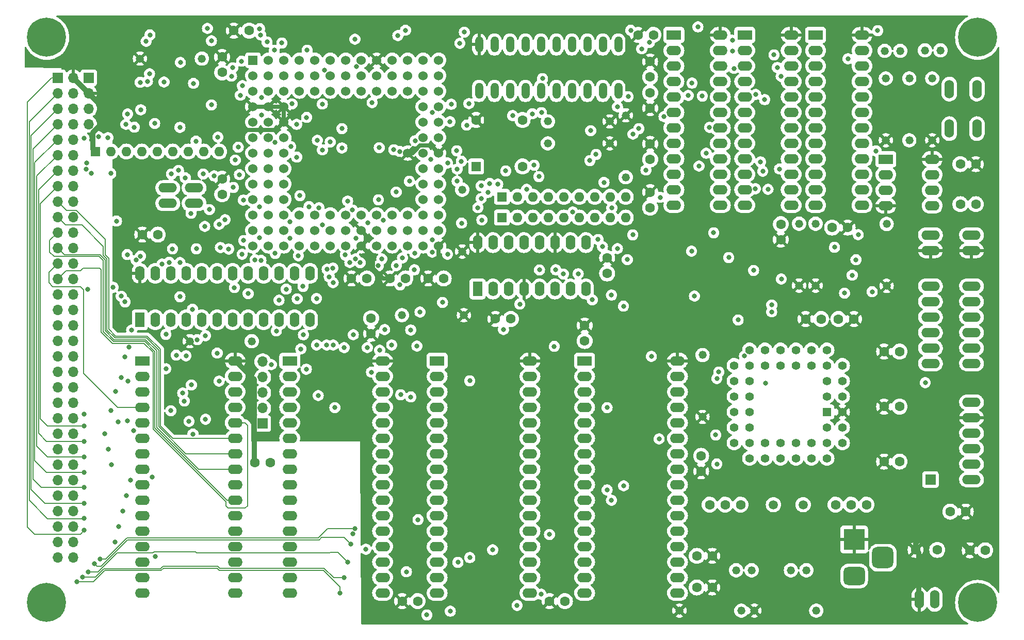
<source format=gbr>
G04 #@! TF.GenerationSoftware,KiCad,Pcbnew,7.0.9*
G04 #@! TF.CreationDate,2024-03-17T10:40:36+00:00*
G04 #@! TF.ProjectId,rosco_m68k,726f7363-6f5f-46d3-9638-6b2e6b696361,020-1.13*
G04 #@! TF.SameCoordinates,Original*
G04 #@! TF.FileFunction,Copper,L3,Inr*
G04 #@! TF.FilePolarity,Positive*
%FSLAX46Y46*%
G04 Gerber Fmt 4.6, Leading zero omitted, Abs format (unit mm)*
G04 Created by KiCad (PCBNEW 7.0.9) date 2024-03-17 10:40:36*
%MOMM*%
%LPD*%
G01*
G04 APERTURE LIST*
G04 Aperture macros list*
%AMRoundRect*
0 Rectangle with rounded corners*
0 $1 Rounding radius*
0 $2 $3 $4 $5 $6 $7 $8 $9 X,Y pos of 4 corners*
0 Add a 4 corners polygon primitive as box body*
4,1,4,$2,$3,$4,$5,$6,$7,$8,$9,$2,$3,0*
0 Add four circle primitives for the rounded corners*
1,1,$1+$1,$2,$3*
1,1,$1+$1,$4,$5*
1,1,$1+$1,$6,$7*
1,1,$1+$1,$8,$9*
0 Add four rect primitives between the rounded corners*
20,1,$1+$1,$2,$3,$4,$5,0*
20,1,$1+$1,$4,$5,$6,$7,0*
20,1,$1+$1,$6,$7,$8,$9,0*
20,1,$1+$1,$8,$9,$2,$3,0*%
G04 Aperture macros list end*
G04 #@! TA.AperFunction,ComponentPad*
%ADD10C,6.400000*%
G04 #@! TD*
G04 #@! TA.AperFunction,ComponentPad*
%ADD11O,1.524000X3.048000*%
G04 #@! TD*
G04 #@! TA.AperFunction,ComponentPad*
%ADD12C,1.320800*%
G04 #@! TD*
G04 #@! TA.AperFunction,ComponentPad*
%ADD13C,1.600200*%
G04 #@! TD*
G04 #@! TA.AperFunction,ComponentPad*
%ADD14R,1.422400X1.422400*%
G04 #@! TD*
G04 #@! TA.AperFunction,ComponentPad*
%ADD15C,1.422400*%
G04 #@! TD*
G04 #@! TA.AperFunction,ComponentPad*
%ADD16R,2.400000X1.600000*%
G04 #@! TD*
G04 #@! TA.AperFunction,ComponentPad*
%ADD17O,2.400000X1.600000*%
G04 #@! TD*
G04 #@! TA.AperFunction,ComponentPad*
%ADD18O,3.048000X1.524000*%
G04 #@! TD*
G04 #@! TA.AperFunction,ComponentPad*
%ADD19C,1.500000*%
G04 #@! TD*
G04 #@! TA.AperFunction,ComponentPad*
%ADD20R,1.600000X1.600000*%
G04 #@! TD*
G04 #@! TA.AperFunction,ComponentPad*
%ADD21C,1.600000*%
G04 #@! TD*
G04 #@! TA.AperFunction,ComponentPad*
%ADD22R,1.700000X1.700000*%
G04 #@! TD*
G04 #@! TA.AperFunction,ComponentPad*
%ADD23O,1.700000X1.700000*%
G04 #@! TD*
G04 #@! TA.AperFunction,ComponentPad*
%ADD24R,1.600000X2.400000*%
G04 #@! TD*
G04 #@! TA.AperFunction,ComponentPad*
%ADD25O,1.600000X2.400000*%
G04 #@! TD*
G04 #@! TA.AperFunction,ComponentPad*
%ADD26R,1.524000X1.524000*%
G04 #@! TD*
G04 #@! TA.AperFunction,ComponentPad*
%ADD27C,1.524000*%
G04 #@! TD*
G04 #@! TA.AperFunction,ComponentPad*
%ADD28R,3.500000X3.500000*%
G04 #@! TD*
G04 #@! TA.AperFunction,ComponentPad*
%ADD29RoundRect,0.750000X1.000000X-0.750000X1.000000X0.750000X-1.000000X0.750000X-1.000000X-0.750000X0*%
G04 #@! TD*
G04 #@! TA.AperFunction,ComponentPad*
%ADD30RoundRect,0.875000X0.875000X-0.875000X0.875000X0.875000X-0.875000X0.875000X-0.875000X-0.875000X0*%
G04 #@! TD*
G04 #@! TA.AperFunction,ComponentPad*
%ADD31O,1.600000X1.600000*%
G04 #@! TD*
G04 #@! TA.AperFunction,ComponentPad*
%ADD32O,1.320800X2.641600*%
G04 #@! TD*
G04 #@! TA.AperFunction,ViaPad*
%ADD33C,0.800000*%
G04 #@! TD*
G04 #@! TA.AperFunction,Conductor*
%ADD34C,0.850000*%
G04 #@! TD*
G04 #@! TA.AperFunction,Conductor*
%ADD35C,0.650000*%
G04 #@! TD*
G04 #@! TA.AperFunction,Conductor*
%ADD36C,0.152400*%
G04 #@! TD*
G04 APERTURE END LIST*
D10*
X71500000Y-151500000D03*
X71500000Y-58700000D03*
X224300000Y-151500000D03*
D11*
X219659400Y-73701200D03*
X219659400Y-67198800D03*
X224180600Y-73701200D03*
X224180600Y-67198800D03*
D10*
X224300000Y-58700000D03*
D12*
X163920000Y-72520000D03*
X153760000Y-72520000D03*
D13*
X180313400Y-135433800D03*
X182853400Y-135433800D03*
X185393400Y-135433800D03*
X163495000Y-94930000D03*
X163495000Y-97470000D03*
X100300000Y-81930000D03*
X100300000Y-84470000D03*
X159800000Y-106019000D03*
X159800000Y-108559000D03*
X223005000Y-142925000D03*
X225545000Y-142925000D03*
X87205000Y-91100000D03*
X89745000Y-91100000D03*
X208946000Y-119329500D03*
X211486000Y-119329500D03*
X168547000Y-58300000D03*
X171087000Y-58300000D03*
X170550000Y-84140600D03*
X170550000Y-86680600D03*
X191998600Y-91922600D03*
X191998600Y-89382600D03*
X208946000Y-128363000D03*
X211486000Y-128363000D03*
X214122000Y-142850000D03*
X217678000Y-142850000D03*
D14*
X199572000Y-120199000D03*
D15*
X202112000Y-117659000D03*
X199572000Y-117659000D03*
X202112000Y-115119000D03*
X199572000Y-115119000D03*
X202112000Y-112579000D03*
X199572000Y-110039000D03*
X199572000Y-112579000D03*
X197032000Y-110039000D03*
X197032000Y-112579000D03*
X194492000Y-110039000D03*
X194492000Y-112579000D03*
X191952000Y-110039000D03*
X191952000Y-112579000D03*
X189412000Y-110039000D03*
X189412000Y-112579000D03*
X186872000Y-110039000D03*
X184332000Y-112579000D03*
X186872000Y-112579000D03*
X184332000Y-115119000D03*
X186872000Y-115119000D03*
X184332000Y-117659000D03*
X186872000Y-117659000D03*
X184332000Y-120199000D03*
X186872000Y-120199000D03*
X184332000Y-122739000D03*
X186872000Y-122739000D03*
X184332000Y-125279000D03*
X186872000Y-127819000D03*
X186872000Y-125279000D03*
X189412000Y-127819000D03*
X189412000Y-125279000D03*
X191952000Y-127819000D03*
X191952000Y-125279000D03*
X194492000Y-127819000D03*
X194492000Y-125279000D03*
X197032000Y-127819000D03*
X197032000Y-125279000D03*
X199572000Y-127819000D03*
X202112000Y-125279000D03*
X199572000Y-125279000D03*
X202112000Y-122739000D03*
X199572000Y-122739000D03*
X202112000Y-120199000D03*
D16*
X186076700Y-58324800D03*
D17*
X186076700Y-60864800D03*
X186076700Y-63404800D03*
X186076700Y-65944800D03*
X186076700Y-68484800D03*
X186076700Y-71024800D03*
X186076700Y-73564800D03*
X186076700Y-76104800D03*
X186076700Y-78644800D03*
X186076700Y-81184800D03*
X186076700Y-83724800D03*
X186076700Y-86264800D03*
X193696700Y-86264800D03*
X193696700Y-83724800D03*
X193696700Y-81184800D03*
X193696700Y-78644800D03*
X193696700Y-76104800D03*
X193696700Y-73564800D03*
X193696700Y-71024800D03*
X193696700Y-68484800D03*
X193696700Y-65944800D03*
X193696700Y-63404800D03*
X193696700Y-60864800D03*
X193696700Y-58324800D03*
D18*
X223300000Y-91159000D03*
X223300000Y-93699000D03*
D12*
X211600000Y-60930000D03*
X209060000Y-60930000D03*
X218200000Y-60840000D03*
X215660000Y-60840000D03*
D19*
X190779400Y-135432800D03*
X195659400Y-135432800D03*
D20*
X141990000Y-79910000D03*
D21*
X149610000Y-79910000D03*
X149610000Y-72290000D03*
X141990000Y-72290000D03*
D16*
X159800000Y-111823600D03*
D17*
X159800000Y-114363600D03*
X159800000Y-116903600D03*
X159800000Y-119443600D03*
X159800000Y-121983600D03*
X159800000Y-124523600D03*
X159800000Y-127063600D03*
X159800000Y-129603600D03*
X159800000Y-132143600D03*
X159800000Y-134683600D03*
X159800000Y-137223600D03*
X159800000Y-139763600D03*
X159800000Y-142303600D03*
X159800000Y-144843600D03*
X159800000Y-147383600D03*
X159800000Y-149923600D03*
X175040000Y-149923600D03*
X175040000Y-147383600D03*
X175040000Y-144843600D03*
X175040000Y-142303600D03*
X175040000Y-139763600D03*
X175040000Y-137223600D03*
X175040000Y-134683600D03*
X175040000Y-132143600D03*
X175040000Y-129603600D03*
X175040000Y-127063600D03*
X175040000Y-124523600D03*
X175040000Y-121983600D03*
X175040000Y-119443600D03*
X175040000Y-116903600D03*
X175040000Y-114363600D03*
X175040000Y-111823600D03*
D16*
X135600000Y-111823600D03*
D17*
X135600000Y-114363600D03*
X135600000Y-116903600D03*
X135600000Y-119443600D03*
X135600000Y-121983600D03*
X135600000Y-124523600D03*
X135600000Y-127063600D03*
X135600000Y-129603600D03*
X135600000Y-132143600D03*
X135600000Y-134683600D03*
X135600000Y-137223600D03*
X135600000Y-139763600D03*
X135600000Y-142303600D03*
X135600000Y-144843600D03*
X135600000Y-147383600D03*
X135600000Y-149923600D03*
X150840000Y-149923600D03*
X150840000Y-147383600D03*
X150840000Y-144843600D03*
X150840000Y-142303600D03*
X150840000Y-139763600D03*
X150840000Y-137223600D03*
X150840000Y-134683600D03*
X150840000Y-132143600D03*
X150840000Y-129603600D03*
X150840000Y-127063600D03*
X150840000Y-124523600D03*
X150840000Y-121983600D03*
X150840000Y-119443600D03*
X150840000Y-116903600D03*
X150840000Y-114363600D03*
X150840000Y-111823600D03*
D16*
X111400000Y-111823600D03*
D17*
X111400000Y-114363600D03*
X111400000Y-116903600D03*
X111400000Y-119443600D03*
X111400000Y-121983600D03*
X111400000Y-124523600D03*
X111400000Y-127063600D03*
X111400000Y-129603600D03*
X111400000Y-132143600D03*
X111400000Y-134683600D03*
X111400000Y-137223600D03*
X111400000Y-139763600D03*
X111400000Y-142303600D03*
X111400000Y-144843600D03*
X111400000Y-147383600D03*
X111400000Y-149923600D03*
X126640000Y-149923600D03*
X126640000Y-147383600D03*
X126640000Y-144843600D03*
X126640000Y-142303600D03*
X126640000Y-139763600D03*
X126640000Y-137223600D03*
X126640000Y-134683600D03*
X126640000Y-132143600D03*
X126640000Y-129603600D03*
X126640000Y-127063600D03*
X126640000Y-124523600D03*
X126640000Y-121983600D03*
X126640000Y-119443600D03*
X126640000Y-116903600D03*
X126640000Y-114363600D03*
X126640000Y-111823600D03*
D22*
X73325000Y-65350000D03*
D23*
X75865000Y-65350000D03*
X73325000Y-67890000D03*
X75865000Y-67890000D03*
X73325000Y-70430000D03*
X75865000Y-70430000D03*
X73325000Y-72970000D03*
X75865000Y-72970000D03*
X73325000Y-75510000D03*
X75865000Y-75510000D03*
X73325000Y-78050000D03*
X75865000Y-78050000D03*
X73325000Y-80590000D03*
X75865000Y-80590000D03*
X73325000Y-83130000D03*
X75865000Y-83130000D03*
X73325000Y-85670000D03*
X75865000Y-85670000D03*
X73325000Y-88210000D03*
X75865000Y-88210000D03*
X73325000Y-90750000D03*
X75865000Y-90750000D03*
X73325000Y-93290000D03*
X75865000Y-93290000D03*
X73325000Y-95830000D03*
X75865000Y-95830000D03*
X73325000Y-98370000D03*
X75865000Y-98370000D03*
X73325000Y-100910000D03*
X75865000Y-100910000D03*
X73325000Y-103450000D03*
X75865000Y-103450000D03*
X73325000Y-105990000D03*
X75865000Y-105990000D03*
X73325000Y-108530000D03*
X75865000Y-108530000D03*
X73325000Y-111070000D03*
X75865000Y-111070000D03*
X73325000Y-113610000D03*
X75865000Y-113610000D03*
X73325000Y-116150000D03*
X75865000Y-116150000D03*
X73325000Y-118690000D03*
X75865000Y-118690000D03*
X73325000Y-121230000D03*
X75865000Y-121230000D03*
X73325000Y-123770000D03*
X75865000Y-123770000D03*
X73325000Y-126310000D03*
X75865000Y-126310000D03*
X73325000Y-128850000D03*
X75865000Y-128850000D03*
X73325000Y-131390000D03*
X75865000Y-131390000D03*
X73325000Y-133930000D03*
X75865000Y-133930000D03*
X73325000Y-136470000D03*
X75865000Y-136470000D03*
X73325000Y-139010000D03*
X75865000Y-139010000D03*
X73325000Y-141550000D03*
X75865000Y-141550000D03*
X73325000Y-144090000D03*
X75865000Y-144090000D03*
D12*
X139980000Y-104324000D03*
X129820000Y-104324000D03*
D16*
X174450000Y-58324800D03*
D17*
X174450000Y-60864800D03*
X174450000Y-63404800D03*
X174450000Y-65944800D03*
X174450000Y-68484800D03*
X174450000Y-71024800D03*
X174450000Y-73564800D03*
X174450000Y-76104800D03*
X174450000Y-78644800D03*
X174450000Y-81184800D03*
X174450000Y-83724800D03*
X174450000Y-86264800D03*
X182070000Y-86264800D03*
X182070000Y-83724800D03*
X182070000Y-81184800D03*
X182070000Y-78644800D03*
X182070000Y-76104800D03*
X182070000Y-73564800D03*
X182070000Y-71024800D03*
X182070000Y-68484800D03*
X182070000Y-65944800D03*
X182070000Y-63404800D03*
X182070000Y-60864800D03*
X182070000Y-58324800D03*
D13*
X178918000Y-129962000D03*
X178918000Y-127422000D03*
X124750000Y-107370000D03*
X124750000Y-104830000D03*
X206057400Y-135433800D03*
X203517400Y-135433800D03*
X200977400Y-135433800D03*
X223999000Y-79525000D03*
X221459000Y-79525000D03*
X196069000Y-104952000D03*
X198609000Y-104952000D03*
D18*
X223300000Y-131310000D03*
X223300000Y-128770000D03*
X223300000Y-126230000D03*
X223300000Y-123690000D03*
X223300000Y-121150000D03*
X223300000Y-118610000D03*
D13*
X208946000Y-110296000D03*
X211486000Y-110296000D03*
X145149000Y-104943000D03*
X147689000Y-104943000D03*
D18*
X216564000Y-112258000D03*
X216564000Y-109718000D03*
X216564000Y-107178000D03*
X216564000Y-104638000D03*
X216564000Y-102098000D03*
X216564000Y-99558000D03*
X223300000Y-112258000D03*
X223300000Y-109718000D03*
X223300000Y-107178000D03*
X223300000Y-104638000D03*
X223300000Y-102098000D03*
X223300000Y-99558000D03*
D11*
X214730000Y-151000000D03*
X217270000Y-151000000D03*
D13*
X201455000Y-104952000D03*
X203995000Y-104952000D03*
X100300000Y-64470000D03*
X100300000Y-61930000D03*
X170550000Y-76203000D03*
X170550000Y-78743000D03*
D16*
X209230000Y-78724800D03*
D17*
X209230000Y-81264800D03*
X209230000Y-83804800D03*
X209230000Y-86344800D03*
X216850000Y-86344800D03*
X216850000Y-83804800D03*
X216850000Y-81264800D03*
X216850000Y-78724800D03*
D18*
X216564000Y-91159000D03*
X216564000Y-93699000D03*
D12*
X209362000Y-89353000D03*
X209362000Y-99513000D03*
X213078000Y-65450000D03*
X213078000Y-75610000D03*
X209230000Y-65450000D03*
X209230000Y-75610000D03*
X86820000Y-62200000D03*
X96980000Y-62200000D03*
X166545000Y-81680000D03*
X166545000Y-71520000D03*
X216850000Y-65450000D03*
X216850000Y-75610000D03*
D18*
X91385000Y-83430000D03*
X91385000Y-85970000D03*
D12*
X95001000Y-108593000D03*
X105161000Y-108593000D03*
X187198000Y-146200400D03*
X184658000Y-146200400D03*
X196197000Y-146202400D03*
X193657000Y-146202400D03*
X185514200Y-152831800D03*
X175354200Y-152831800D03*
X197815200Y-152831800D03*
X187655200Y-152831800D03*
D18*
X95700000Y-85970000D03*
X95700000Y-83430000D03*
D16*
X87200000Y-111823600D03*
D17*
X87200000Y-114363600D03*
X87200000Y-116903600D03*
X87200000Y-119443600D03*
X87200000Y-121983600D03*
X87200000Y-124523600D03*
X87200000Y-127063600D03*
X87200000Y-129603600D03*
X87200000Y-132143600D03*
X87200000Y-134683600D03*
X87200000Y-137223600D03*
X87200000Y-139763600D03*
X87200000Y-142303600D03*
X87200000Y-144843600D03*
X87200000Y-147383600D03*
X87200000Y-149923600D03*
X102440000Y-149923600D03*
X102440000Y-147383600D03*
X102440000Y-144843600D03*
X102440000Y-142303600D03*
X102440000Y-139763600D03*
X102440000Y-137223600D03*
X102440000Y-134683600D03*
X102440000Y-132143600D03*
X102440000Y-129603600D03*
X102440000Y-127063600D03*
X102440000Y-124523600D03*
X102440000Y-121983600D03*
X102440000Y-119443600D03*
X102440000Y-116903600D03*
X102440000Y-114363600D03*
X102440000Y-111823600D03*
D13*
X221459000Y-86101000D03*
X223999000Y-86101000D03*
X180750000Y-143840200D03*
X178210000Y-143840200D03*
X202959000Y-89929000D03*
X200419000Y-89929000D03*
D16*
X197703300Y-58324800D03*
D17*
X197703300Y-60864800D03*
X197703300Y-63404800D03*
X197703300Y-65944800D03*
X197703300Y-68484800D03*
X197703300Y-71024800D03*
X197703300Y-73564800D03*
X197703300Y-76104800D03*
X197703300Y-78644800D03*
X197703300Y-81184800D03*
X197703300Y-83724800D03*
X197703300Y-86264800D03*
X205323300Y-86264800D03*
X205323300Y-83724800D03*
X205323300Y-81184800D03*
X205323300Y-78644800D03*
X205323300Y-76104800D03*
X205323300Y-73564800D03*
X205323300Y-71024800D03*
X205323300Y-68484800D03*
X205323300Y-65944800D03*
X205323300Y-63404800D03*
X205323300Y-60864800D03*
X205323300Y-58324800D03*
D12*
X197703300Y-89303000D03*
X197703300Y-99463000D03*
D13*
X170550000Y-67810000D03*
X170550000Y-70350000D03*
X170543000Y-62680000D03*
X170543000Y-65220000D03*
D24*
X86787000Y-105081000D03*
D25*
X89327000Y-105081000D03*
X91867000Y-105081000D03*
X94407000Y-105081000D03*
X96947000Y-105081000D03*
X99487000Y-105081000D03*
X102027000Y-105081000D03*
X104567000Y-105081000D03*
X107107000Y-105081000D03*
X109647000Y-105081000D03*
X112187000Y-105081000D03*
X114727000Y-105081000D03*
X114727000Y-97461000D03*
X112187000Y-97461000D03*
X109647000Y-97461000D03*
X107107000Y-97461000D03*
X104567000Y-97461000D03*
X102027000Y-97461000D03*
X99487000Y-97461000D03*
X96947000Y-97461000D03*
X94407000Y-97461000D03*
X91867000Y-97461000D03*
X89327000Y-97461000D03*
X86787000Y-97461000D03*
D22*
X106971000Y-122120000D03*
D23*
X106971000Y-119580000D03*
X106971000Y-117040000D03*
X106971000Y-114500000D03*
X106971000Y-111960000D03*
D13*
X180750000Y-149021800D03*
X178210000Y-149021800D03*
X154030000Y-151263000D03*
X156570000Y-151263000D03*
X129852000Y-151263000D03*
X132392000Y-151263000D03*
X105701000Y-128540000D03*
X108241000Y-128540000D03*
D12*
X194995800Y-89303000D03*
X194995800Y-99463000D03*
D22*
X216564000Y-131310000D03*
D24*
X142225000Y-100025000D03*
D25*
X144765000Y-100025000D03*
X147305000Y-100025000D03*
X149845000Y-100025000D03*
X152385000Y-100025000D03*
X154925000Y-100025000D03*
X157465000Y-100025000D03*
X160005000Y-100025000D03*
X160005000Y-92405000D03*
X157465000Y-92405000D03*
X154925000Y-92405000D03*
X152385000Y-92405000D03*
X149845000Y-92405000D03*
X147305000Y-92405000D03*
X144765000Y-92405000D03*
X142225000Y-92405000D03*
D12*
X139700000Y-93880000D03*
X139700000Y-83720000D03*
X179146200Y-121031000D03*
X179146200Y-110871000D03*
D13*
X222351600Y-136575800D03*
X219811600Y-136575800D03*
D12*
X153760000Y-76120000D03*
X163920000Y-76120000D03*
D22*
X78405000Y-65350000D03*
D23*
X78405000Y-67890000D03*
X78405000Y-70430000D03*
X78405000Y-72970000D03*
D26*
X105360000Y-62460000D03*
D27*
X107900000Y-62460000D03*
X110440000Y-62460000D03*
X112980000Y-62460000D03*
X115520000Y-62460000D03*
X118060000Y-62460000D03*
X120600000Y-62460000D03*
X123140000Y-62460000D03*
X125680000Y-62460000D03*
X128220000Y-62460000D03*
X130760000Y-62460000D03*
X133300000Y-62460000D03*
X135840000Y-62460000D03*
X105360000Y-65000000D03*
X107900000Y-65000000D03*
X110440000Y-65000000D03*
X112980000Y-65000000D03*
X115520000Y-65000000D03*
X118060000Y-65000000D03*
X120600000Y-65000000D03*
X123140000Y-65000000D03*
X125680000Y-65000000D03*
X128220000Y-65000000D03*
X130760000Y-65000000D03*
X133300000Y-65000000D03*
X135840000Y-65000000D03*
X105360000Y-67540000D03*
X107900000Y-67540000D03*
X110440000Y-67540000D03*
X112980000Y-67540000D03*
X115520000Y-67540000D03*
X118060000Y-67540000D03*
X120600000Y-67540000D03*
X123140000Y-67540000D03*
X125680000Y-67540000D03*
X128220000Y-67540000D03*
X130760000Y-67540000D03*
X133300000Y-67540000D03*
X135840000Y-67540000D03*
X105360000Y-70080000D03*
X107900000Y-70080000D03*
X110440000Y-70080000D03*
X133300000Y-70080000D03*
X135840000Y-70080000D03*
X105360000Y-72620000D03*
X107900000Y-72620000D03*
X110440000Y-72620000D03*
X133300000Y-72620000D03*
X135840000Y-72620000D03*
X105360000Y-75160000D03*
X107900000Y-75160000D03*
X110440000Y-75160000D03*
X133300000Y-75160000D03*
X135840000Y-75160000D03*
X105360000Y-77700000D03*
X107900000Y-77700000D03*
X110440000Y-77700000D03*
X130760000Y-77700000D03*
X133300000Y-77700000D03*
X135840000Y-77700000D03*
X105360000Y-80240000D03*
X107900000Y-80240000D03*
X110440000Y-80240000D03*
X133300000Y-80240000D03*
X135840000Y-80240000D03*
X105360000Y-82780000D03*
X107900000Y-82780000D03*
X110440000Y-82780000D03*
X133300000Y-82780000D03*
X135840000Y-82780000D03*
X105360000Y-85320000D03*
X107900000Y-85320000D03*
X110440000Y-85320000D03*
X133300000Y-85320000D03*
X135840000Y-85320000D03*
X105360000Y-87860000D03*
X107900000Y-87860000D03*
X110440000Y-87860000D03*
X112980000Y-87860000D03*
X115520000Y-87860000D03*
X118060000Y-87860000D03*
X120600000Y-87860000D03*
X123140000Y-87860000D03*
X125680000Y-87860000D03*
X128220000Y-87860000D03*
X130760000Y-87860000D03*
X133300000Y-87860000D03*
X135840000Y-87860000D03*
X105360000Y-90400000D03*
X107900000Y-90400000D03*
X110440000Y-90400000D03*
X112980000Y-90400000D03*
X115520000Y-90400000D03*
X118060000Y-90400000D03*
X120600000Y-90400000D03*
X123140000Y-90400000D03*
X125680000Y-90400000D03*
X128220000Y-90400000D03*
X130760000Y-90400000D03*
X133300000Y-90400000D03*
X135840000Y-90400000D03*
X105360000Y-92940000D03*
X107900000Y-92940000D03*
X110440000Y-92940000D03*
X112980000Y-92940000D03*
X115520000Y-92940000D03*
X118060000Y-92940000D03*
X120600000Y-92940000D03*
X123140000Y-92940000D03*
X125680000Y-92940000D03*
X128220000Y-92940000D03*
X130760000Y-92940000D03*
X133300000Y-92940000D03*
X135840000Y-92940000D03*
D28*
X204045900Y-141142200D03*
D29*
X204045900Y-147142200D03*
D30*
X208745900Y-144142200D03*
D13*
X102210000Y-57600000D03*
X104750000Y-57600000D03*
X134130000Y-98300000D03*
X136670000Y-98300000D03*
D20*
X146225000Y-88300000D03*
D31*
X148765000Y-88300000D03*
X151305000Y-88300000D03*
X153845000Y-88300000D03*
X156385000Y-88300000D03*
X158925000Y-88300000D03*
X161465000Y-88300000D03*
X164005000Y-88300000D03*
X166545000Y-88300000D03*
D13*
X127830000Y-98300000D03*
X130370000Y-98300000D03*
D20*
X146225000Y-84900000D03*
D31*
X148765000Y-84900000D03*
X151305000Y-84900000D03*
X153845000Y-84900000D03*
X156385000Y-84900000D03*
X158925000Y-84900000D03*
X161465000Y-84900000D03*
X164005000Y-84900000D03*
X166545000Y-84900000D03*
D32*
X142470000Y-67510000D03*
X145010000Y-67510000D03*
X147550000Y-67510000D03*
X150090000Y-67510000D03*
X152630000Y-67510000D03*
X155170000Y-67510000D03*
X157710000Y-67510000D03*
X160250000Y-67510000D03*
X162790000Y-67510000D03*
X165330000Y-67510000D03*
X165330000Y-59890000D03*
X162790000Y-59890000D03*
X160250000Y-59890000D03*
X157710000Y-59890000D03*
X155170000Y-59890000D03*
X152630000Y-59890000D03*
X150090000Y-59890000D03*
X147550000Y-59890000D03*
X145010000Y-59890000D03*
X142470000Y-59890000D03*
D20*
X79490000Y-77460000D03*
D31*
X82030000Y-77460000D03*
X84570000Y-77460000D03*
X87110000Y-77460000D03*
X89650000Y-77460000D03*
X92190000Y-77460000D03*
X94730000Y-77460000D03*
X97270000Y-77460000D03*
X99810000Y-77460000D03*
D13*
X121530000Y-98300000D03*
X124070000Y-98300000D03*
D33*
X189030000Y-80700000D03*
X189350000Y-68940000D03*
X177420000Y-66230000D03*
X176810000Y-68250000D03*
X131040000Y-82337800D03*
X129904100Y-94922300D03*
X131862600Y-96880800D03*
X143954600Y-84178000D03*
X157853600Y-87387000D03*
X146860000Y-80648400D03*
X138880000Y-80336300D03*
X99809500Y-89410500D03*
X92160000Y-93439900D03*
X190875000Y-61595000D03*
X106451400Y-57302400D03*
X102050000Y-63700000D03*
X96020400Y-75743300D03*
X106628200Y-58302900D03*
X82020000Y-81060000D03*
X106764000Y-71465700D03*
X103626400Y-66654400D03*
X103292300Y-68216800D03*
X107668700Y-59472200D03*
X188676200Y-79150000D03*
X170423200Y-59561100D03*
X89240000Y-72850000D03*
X84500000Y-73000000D03*
X117067600Y-64119200D03*
X169865500Y-80501000D03*
X103496700Y-62621300D03*
X122100000Y-59004700D03*
X108858000Y-60835100D03*
X104567000Y-100790000D03*
X206992000Y-100464000D03*
X161052100Y-101796000D03*
X78198700Y-100072000D03*
X152290300Y-81564900D03*
X102323000Y-99796600D03*
X109014300Y-94177800D03*
X118041000Y-75897300D03*
X106475300Y-86520700D03*
X113075000Y-84706900D03*
X77641500Y-75270700D03*
X192054600Y-65117900D03*
X97185800Y-81136400D03*
X88456300Y-58314000D03*
X101838400Y-65087400D03*
X88394400Y-64676800D03*
X102939310Y-76750200D03*
X207904800Y-57601900D03*
X97452700Y-89741700D03*
X152720248Y-71075500D03*
X100787500Y-88647300D03*
X134830900Y-71013700D03*
X151208800Y-71266100D03*
X114165500Y-71850200D03*
X160653000Y-78942700D03*
X179745100Y-77746500D03*
X166929900Y-68451000D03*
X93136200Y-80551300D03*
X90769100Y-66041600D03*
X82964200Y-88883900D03*
X184321800Y-63808100D03*
X88036400Y-65955700D03*
X118518000Y-98979000D03*
X109632000Y-101874000D03*
X149148800Y-102514400D03*
X117537500Y-96786000D03*
X170751800Y-111080000D03*
X118527200Y-109229800D03*
X112816400Y-94574700D03*
X98550000Y-59290000D03*
X98222000Y-86978600D03*
X96064200Y-93424000D03*
X95200000Y-87606700D03*
X119965000Y-76865100D03*
X98550000Y-69800000D03*
X119965000Y-73695500D03*
X151510500Y-79700000D03*
X112544200Y-78368400D03*
X86950000Y-70600000D03*
X140440000Y-73125800D03*
X102150000Y-83350000D03*
X93380000Y-73476700D03*
X181314000Y-123986000D03*
X85900000Y-73470380D03*
X95508400Y-123844000D03*
X111398700Y-88972300D03*
X118803000Y-119493000D03*
X83239900Y-121865000D03*
X85771200Y-123272800D03*
X113214200Y-109865500D03*
X91980200Y-81140700D03*
X94374800Y-110989000D03*
X112533200Y-73003800D03*
X179116400Y-68351900D03*
X177342798Y-93827600D03*
X138812000Y-77331000D03*
X115933600Y-75599400D03*
X99610000Y-75100000D03*
X131978600Y-75679600D03*
X103140000Y-81250000D03*
X139317000Y-59690900D03*
X77675000Y-127625000D03*
X172024600Y-124631600D03*
X169173100Y-60606100D03*
X178389400Y-57003500D03*
X184036600Y-59199000D03*
X155059200Y-96876500D03*
X162731200Y-93077100D03*
X167369700Y-57556700D03*
X77675000Y-125050000D03*
X184073400Y-60937700D03*
X140053100Y-57858100D03*
X156311600Y-97561398D03*
X165183600Y-93395700D03*
X165183600Y-70112800D03*
X77625000Y-122500000D03*
X128473300Y-77161100D03*
X187864500Y-68072000D03*
X152887400Y-65484100D03*
X168687500Y-73696400D03*
X160787800Y-74036900D03*
X184988200Y-105105202D03*
X191783300Y-80320000D03*
X187838100Y-83577300D03*
X80025300Y-75030800D03*
X122317200Y-63507600D03*
X95602000Y-66270900D03*
X90437800Y-95921400D03*
X180300400Y-73477400D03*
X163477500Y-119503000D03*
X167728400Y-74605800D03*
X140811800Y-69586200D03*
X139567000Y-79049300D03*
X178570000Y-79835300D03*
X161671400Y-77923600D03*
X162000000Y-91900000D03*
X77675000Y-120579000D03*
X162978100Y-82534300D03*
X200810000Y-93176000D03*
X145537600Y-82818500D03*
X94874400Y-121767400D03*
X114119000Y-113185000D03*
X94098300Y-118415000D03*
X126767600Y-88697200D03*
X110827000Y-100043300D03*
X172201000Y-84980000D03*
X84752300Y-121701700D03*
X158735000Y-97524000D03*
X121702600Y-87080300D03*
X124817000Y-113679800D03*
X91077600Y-113129000D03*
X120521500Y-94446300D03*
X91077600Y-107479400D03*
X137300000Y-79326800D03*
X164200000Y-101029000D03*
X137713800Y-72551200D03*
X192074800Y-98399600D03*
X202459000Y-100713000D03*
X164200000Y-134700000D03*
X77650000Y-135225000D03*
X134542270Y-78786700D03*
X186025800Y-111037700D03*
X187528200Y-96977200D03*
X77675000Y-137700000D03*
X203711000Y-97768000D03*
X183438799Y-94869001D03*
X204329000Y-95230000D03*
X166800000Y-95200000D03*
X121729000Y-140253000D03*
X84800000Y-71300000D03*
X77675000Y-139646000D03*
X106780300Y-68598400D03*
X139000000Y-144900000D03*
X130550000Y-146450000D03*
X83967800Y-136475000D03*
X140943800Y-115092500D03*
X181499700Y-114734000D03*
X154028800Y-140325500D03*
X136469100Y-102220000D03*
X84596400Y-133925000D03*
X112619900Y-101639000D03*
X154820200Y-109445200D03*
X132455900Y-137903200D03*
X116739100Y-89513900D03*
X85225000Y-131425000D03*
X82175000Y-128850000D03*
X125927900Y-96216900D03*
X140950400Y-144125900D03*
X117878800Y-98026500D03*
X81600000Y-126300000D03*
X120334800Y-109644100D03*
X117462100Y-109230600D03*
X81075000Y-123775000D03*
X118490500Y-96591300D03*
X111450700Y-91729000D03*
X113648200Y-107544500D03*
X76471700Y-148109000D03*
X119650000Y-149950000D03*
X97583300Y-121414000D03*
X97583300Y-107683300D03*
X84734100Y-94373600D03*
X120350000Y-147450000D03*
X82797800Y-116821100D03*
X106461400Y-91573000D03*
X77423500Y-147338000D03*
X84807100Y-115138400D03*
X103844700Y-92074400D03*
X120900000Y-144850000D03*
X86902800Y-94627500D03*
X78350000Y-146445000D03*
X121254900Y-95688400D03*
X114569000Y-86492800D03*
X121424000Y-141924000D03*
X126978800Y-106675600D03*
X79323200Y-145121000D03*
X121830000Y-107542900D03*
X116208600Y-86686700D03*
X122069000Y-139364000D03*
X85446400Y-106778000D03*
X86201100Y-95277200D03*
X80275000Y-144350000D03*
X93450000Y-62826700D03*
X99487000Y-110555000D03*
X110108300Y-59634600D03*
X82075000Y-119950000D03*
X82413900Y-99751400D03*
X95254000Y-115780000D03*
X122179700Y-95090200D03*
X108376800Y-112437800D03*
X126159600Y-110087000D03*
X120905000Y-85582700D03*
X113577300Y-99613000D03*
X83775000Y-114550000D03*
X83742800Y-101207000D03*
X93829000Y-117098000D03*
X84371400Y-111146000D03*
X84371400Y-102137000D03*
X101370000Y-93460000D03*
X103590000Y-94330000D03*
X91882000Y-120015000D03*
X85000000Y-109600000D03*
X126516200Y-95076100D03*
X190510791Y-102658821D03*
X128867100Y-84100900D03*
X109200000Y-106900000D03*
X132780800Y-103811100D03*
X189894000Y-83649700D03*
X129593300Y-117386100D03*
X124251000Y-89125200D03*
X99805700Y-115149000D03*
X172830000Y-71715000D03*
X122943400Y-95700900D03*
X77675000Y-130150000D03*
X130400000Y-57550000D03*
X166171000Y-102850000D03*
X190500000Y-103784400D03*
X77675000Y-132625000D03*
X129142500Y-58415366D03*
X166200000Y-132350000D03*
X144706700Y-142851200D03*
X163477500Y-133002500D03*
X123900000Y-142750000D03*
X181499700Y-128756900D03*
X137750000Y-152929000D03*
X124126000Y-109658400D03*
X181811800Y-113658400D03*
X133900000Y-153538000D03*
X89325000Y-143925000D03*
X132272100Y-109384800D03*
X167690800Y-91135200D03*
X82710600Y-141550000D03*
X180975000Y-90805000D03*
X152635000Y-150136100D03*
X148714000Y-151976000D03*
X83339200Y-139000000D03*
X106679800Y-95311000D03*
X203010000Y-62232000D03*
X207621000Y-77364000D03*
X191407700Y-63655100D03*
X204706400Y-91118400D03*
X88781000Y-130925000D03*
X128135000Y-109213000D03*
X93378200Y-95690700D03*
X95435800Y-103351600D03*
X91612600Y-95636100D03*
X96222000Y-108340800D03*
X93378200Y-101294000D03*
X215700000Y-115400000D03*
X189496400Y-115500000D03*
X177825400Y-101193600D03*
X126083600Y-76828700D03*
X116759200Y-77197000D03*
X116749281Y-69658646D03*
X77955300Y-80372400D03*
X115797700Y-109231600D03*
X152385000Y-96898600D03*
X94248500Y-81769400D03*
X115797700Y-101585100D03*
X92764500Y-110880100D03*
X131257200Y-106751600D03*
X116080200Y-117519900D03*
X131257200Y-117754600D03*
X78869000Y-80997000D03*
X100021100Y-93204500D03*
X146479300Y-106675600D03*
X105711600Y-95232400D03*
X87827600Y-59366500D03*
X122292800Y-91670000D03*
X97895000Y-57247600D03*
X111769000Y-69633700D03*
X86833300Y-66093800D03*
X129489400Y-99340400D03*
X78102000Y-79336700D03*
X81570100Y-75197000D03*
X124919572Y-69418572D03*
X125959900Y-85378700D03*
X114250100Y-60819100D03*
X137900000Y-69700000D03*
X109002600Y-75927900D03*
X147977700Y-71565400D03*
X111557600Y-76654200D03*
X99010000Y-81470000D03*
X102460000Y-78860000D03*
X142277300Y-86677500D03*
X150276200Y-83666000D03*
X142815500Y-85165100D03*
X131922100Y-94138400D03*
X134819300Y-91989900D03*
X142932200Y-88693900D03*
X129428200Y-77437500D03*
X103782300Y-85417100D03*
X137301600Y-94313800D03*
X164263900Y-86719400D03*
X142818800Y-83104100D03*
X144206300Y-82688500D03*
X139607600Y-89214600D03*
X128903900Y-96185600D03*
X134792900Y-93991300D03*
X138868000Y-82339800D03*
D34*
X214630000Y-143358000D02*
X214122000Y-142850000D01*
D35*
X123901999Y-92178001D02*
X123140000Y-92940000D01*
X107900000Y-70080000D02*
X110440000Y-70080000D01*
D34*
X221030000Y-140950000D02*
X223005000Y-142925000D01*
D35*
X110440000Y-72620000D02*
X109137511Y-73922489D01*
X132787405Y-76462489D02*
X134602489Y-76462489D01*
D34*
X75865000Y-65350000D02*
X78405000Y-67890000D01*
D35*
X125052389Y-94852389D02*
X125052389Y-96602389D01*
X123901999Y-91161999D02*
X123901999Y-92178001D01*
D34*
X80430000Y-72960978D02*
X80430000Y-69915000D01*
D35*
X130760000Y-77700000D02*
X131549894Y-77700000D01*
X123140000Y-92940000D02*
X125052389Y-94852389D01*
X104072489Y-73922489D02*
X100000000Y-69850000D01*
X134602489Y-76462489D02*
X135840000Y-77700000D01*
X110440000Y-70080000D02*
X110440000Y-72620000D01*
D34*
X79490000Y-77460000D02*
X79049789Y-77019789D01*
D35*
X109137511Y-73922489D02*
X104072489Y-73922489D01*
D34*
X79049789Y-74341189D02*
X80430000Y-72960978D01*
X214122000Y-141718000D02*
X214890000Y-140950000D01*
X214630000Y-150900000D02*
X214630000Y-143358000D01*
D35*
X135840000Y-92940000D02*
X135840000Y-96590000D01*
X125052389Y-96602389D02*
X126750000Y-98300000D01*
X100000000Y-69850000D02*
X100000000Y-68545000D01*
D34*
X214122000Y-142850000D02*
X214122000Y-141718000D01*
X105701000Y-128540000D02*
X105545000Y-128384000D01*
X214890000Y-140950000D02*
X221030000Y-140950000D01*
X105545000Y-128384000D02*
X105545000Y-114928600D01*
X105545000Y-114928600D02*
X102440000Y-111823600D01*
D35*
X135840000Y-96590000D02*
X134130000Y-98300000D01*
X105360000Y-70080000D02*
X107900000Y-70080000D01*
D34*
X79049789Y-77019789D02*
X79049789Y-74341189D01*
D35*
X126750000Y-98300000D02*
X127830000Y-98300000D01*
X123140000Y-90400000D02*
X123901999Y-91161999D01*
D34*
X214122000Y-141718000D02*
X214122000Y-135578000D01*
D35*
X131549894Y-77700000D02*
X132787405Y-76462489D01*
D34*
X80430000Y-69915000D02*
X78405000Y-67890000D01*
D36*
X71675000Y-127625000D02*
X77675000Y-127625000D01*
X69850000Y-125800000D02*
X71675000Y-127625000D01*
X69849100Y-86949100D02*
X69850000Y-86950000D01*
X69889400Y-81485600D02*
X69889400Y-81510600D01*
X69849100Y-81550900D02*
X69849100Y-86949100D01*
X69889400Y-81510600D02*
X69849100Y-81550900D01*
X73325000Y-78050000D02*
X69889400Y-81485600D01*
X69850000Y-86950000D02*
X69850000Y-125800000D01*
X70153900Y-83761100D02*
X70153900Y-86822800D01*
X73325000Y-80590000D02*
X70153900Y-83761100D01*
X77650000Y-125025000D02*
X77675000Y-125050000D01*
X71475000Y-125025000D02*
X77650000Y-125025000D01*
X70154800Y-86823700D02*
X70154800Y-123705000D01*
X70154800Y-123705000D02*
X71475000Y-125025000D01*
X70153900Y-86822800D02*
X70154800Y-86823700D01*
X70459600Y-85995400D02*
X70459600Y-121335000D01*
X71625000Y-122500000D02*
X77625000Y-122500000D01*
X70459600Y-121335000D02*
X71625000Y-122500000D01*
X73325000Y-83130000D02*
X70459600Y-85995400D01*
X81125500Y-94400500D02*
X81700000Y-94975000D01*
X92220800Y-124544000D02*
X102440000Y-124544000D01*
X81700000Y-94975000D02*
X81700000Y-106613000D01*
X82839400Y-107752000D02*
X88003400Y-107752000D01*
X90189400Y-109938000D02*
X90189400Y-122512000D01*
X81700000Y-106613000D02*
X82839400Y-107752000D01*
X81125500Y-91874100D02*
X81125500Y-94400500D01*
X74786400Y-87131400D02*
X76382700Y-87131400D01*
X73325000Y-85670000D02*
X74786400Y-87131400D01*
X90189400Y-122512000D02*
X92220800Y-124544000D01*
X76382700Y-87131400D02*
X81125500Y-91874100D01*
X88003400Y-107752000D02*
X90189400Y-109938000D01*
X94329700Y-127084000D02*
X102440000Y-127084000D01*
X81395200Y-106739000D02*
X82713200Y-108057000D01*
X81395200Y-95101300D02*
X81395200Y-106739000D01*
X74640000Y-89525000D02*
X77275000Y-89525000D01*
X77275000Y-89525000D02*
X80820700Y-93070700D01*
X89884600Y-110064000D02*
X89884600Y-122638000D01*
X82713200Y-108057000D02*
X87877200Y-108057000D01*
X87877200Y-108057000D02*
X89884600Y-110064000D01*
X80820700Y-94526700D02*
X81395200Y-95101300D01*
X73325000Y-88210000D02*
X74640000Y-89525000D01*
X80820700Y-93070700D02*
X80820700Y-94526700D01*
X89884600Y-122638000D02*
X94329700Y-127084000D01*
X82460700Y-108667000D02*
X87624700Y-108667000D01*
X89275000Y-122891000D02*
X101088000Y-134704000D01*
X72000000Y-92075000D02*
X72000000Y-93950000D01*
X87624700Y-108667000D02*
X89275000Y-110317000D01*
X80105200Y-94673400D02*
X80785600Y-95353800D01*
X101088000Y-134704000D02*
X102440000Y-134704000D01*
X73325000Y-90750000D02*
X72000000Y-92075000D01*
X89275000Y-110317000D02*
X89275000Y-122891000D01*
X72000000Y-93950000D02*
X72723400Y-94673400D01*
X80785600Y-95353800D02*
X80785600Y-106992000D01*
X80785600Y-106992000D02*
X82460700Y-108667000D01*
X72723400Y-94673400D02*
X80105200Y-94673400D01*
X89579800Y-110191000D02*
X89579800Y-122765000D01*
X74403600Y-94368600D02*
X80231500Y-94368600D01*
X80231500Y-94368600D02*
X81090400Y-95227500D01*
X87750900Y-108362000D02*
X89579800Y-110191000D01*
X96438700Y-129624000D02*
X102440000Y-129624000D01*
X82586900Y-108362000D02*
X87750900Y-108362000D01*
X81090400Y-106865000D02*
X82586900Y-108362000D01*
X73325000Y-93290000D02*
X74403600Y-94368600D01*
X81090400Y-95227500D02*
X81090400Y-106865000D01*
X89579800Y-122765000D02*
X96438700Y-129624000D01*
X71850000Y-99000000D02*
X72500000Y-99650000D01*
X77570600Y-100150000D02*
X77570600Y-113871000D01*
X83143600Y-119444000D02*
X87200000Y-119444000D01*
X77075000Y-99650000D02*
X77575000Y-100150000D01*
X73325000Y-95830000D02*
X71850000Y-97305000D01*
X71850000Y-97305000D02*
X71850000Y-99000000D01*
X72500000Y-99650000D02*
X77075000Y-99650000D01*
X77570600Y-113871000D02*
X83143600Y-119444000D01*
X101275000Y-136000000D02*
X100900000Y-135625000D01*
X77025000Y-97025000D02*
X74670000Y-97025000D01*
X88970200Y-110443000D02*
X87498400Y-108971000D01*
X77453600Y-96596400D02*
X77025000Y-97025000D01*
X80480800Y-107118000D02*
X80480800Y-96855800D01*
X88970200Y-123017000D02*
X88970200Y-110443000D01*
X74670000Y-97025000D02*
X73325000Y-98370000D01*
X100900000Y-134947000D02*
X88970200Y-123017000D01*
X80480800Y-96855800D02*
X80221400Y-96596400D01*
X80221400Y-96596400D02*
X77453600Y-96596400D01*
X104500000Y-135600000D02*
X104100000Y-136000000D01*
X87498400Y-108971000D02*
X82334400Y-108971000D01*
X104104000Y-122004000D02*
X104500000Y-122400000D01*
X104500000Y-122400000D02*
X104500000Y-135600000D01*
X102440000Y-122004000D02*
X104104000Y-122004000D01*
X104100000Y-136000000D02*
X101275000Y-136000000D01*
X100900000Y-135625000D02*
X100900000Y-134947000D01*
X82334400Y-108971000D02*
X80480800Y-107118000D01*
X73325000Y-70430000D02*
X68934600Y-74820400D01*
X77625000Y-135200000D02*
X77650000Y-135225000D01*
X68934600Y-74820400D02*
X68934600Y-132960000D01*
X68934600Y-132960000D02*
X71175000Y-135200000D01*
X71175000Y-135200000D02*
X77625000Y-135200000D01*
X71675000Y-137725000D02*
X77650000Y-137725000D01*
X68629800Y-134680000D02*
X71675000Y-137725000D01*
X73325000Y-67890000D02*
X72475000Y-68740000D01*
X77650000Y-137725000D02*
X77675000Y-137700000D01*
X72475000Y-68740000D02*
X72460000Y-68740000D01*
X72460000Y-68740000D02*
X68629800Y-72570200D01*
X68629800Y-72570200D02*
X68629800Y-134680000D01*
X72322600Y-65350000D02*
X68325000Y-69347600D01*
X77046400Y-140275000D02*
X77675000Y-139646000D01*
X73325000Y-65350000D02*
X72322600Y-65350000D01*
X69500000Y-140275000D02*
X77046400Y-140275000D01*
X68325000Y-69347600D02*
X68325000Y-139100000D01*
X68325000Y-139100000D02*
X69500000Y-140275000D01*
X119650000Y-148931000D02*
X119650000Y-149950000D01*
X76471700Y-148109000D02*
X79165300Y-148109000D01*
X90701300Y-145855000D02*
X99448700Y-145855000D01*
X90301300Y-146255000D02*
X90701300Y-145855000D01*
X99791000Y-146197000D02*
X116916000Y-146197000D01*
X99448700Y-145855000D02*
X99791000Y-146197000D01*
X116916000Y-146197000D02*
X119650000Y-148931000D01*
X81019500Y-146255000D02*
X90301300Y-146255000D01*
X79165300Y-148109000D02*
X81019500Y-146255000D01*
X90175000Y-145950000D02*
X90575000Y-145550000D01*
X80893200Y-145950000D02*
X90175000Y-145950000D01*
X90575000Y-145550000D02*
X99575000Y-145550000D01*
X79505200Y-147338000D02*
X80893200Y-145950000D01*
X118600000Y-147450000D02*
X120350000Y-147450000D01*
X99575000Y-145550000D02*
X99917200Y-145892000D01*
X77423500Y-147338000D02*
X79505200Y-147338000D01*
X99917200Y-145892000D02*
X117042000Y-145892000D01*
X117042000Y-145892000D02*
X118600000Y-147450000D01*
X117960000Y-143352000D02*
X96077000Y-143352000D01*
X120900000Y-144850000D02*
X119271000Y-143221000D01*
X96077000Y-143352000D02*
X95925000Y-143200000D01*
X95925000Y-143200000D02*
X89119700Y-143200000D01*
X79967500Y-146445000D02*
X78350000Y-146445000D01*
X88944700Y-143375000D02*
X83037100Y-143375000D01*
X89119700Y-143200000D02*
X88944700Y-143375000D01*
X118091000Y-143221000D02*
X117960000Y-143352000D01*
X83037100Y-143375000D02*
X79967500Y-146445000D01*
X119271000Y-143221000D02*
X118091000Y-143221000D01*
X80460100Y-145521000D02*
X84776300Y-141205000D01*
X84776300Y-141205000D02*
X116226000Y-141205000D01*
X79323200Y-145121000D02*
X79723200Y-145521000D01*
X79723200Y-145521000D02*
X80460100Y-145521000D01*
X116606000Y-140825000D02*
X120325000Y-140825000D01*
X120325000Y-140825000D02*
X121424000Y-141924000D01*
X116226000Y-141205000D02*
X116606000Y-140825000D01*
X80275000Y-144350000D02*
X81200000Y-144350000D01*
X117636000Y-139364000D02*
X122069000Y-139364000D01*
X116100000Y-140900000D02*
X117636000Y-139364000D01*
X81200000Y-144350000D02*
X84650000Y-140900000D01*
X84650000Y-140900000D02*
X116100000Y-140900000D01*
X69544200Y-128194000D02*
X71500000Y-130150000D01*
X73325000Y-75510000D02*
X69544200Y-79290800D01*
X71500000Y-130150000D02*
X77675000Y-130150000D01*
X69544200Y-79290800D02*
X69544200Y-128194000D01*
X73325000Y-72970000D02*
X69239400Y-77055600D01*
X69239400Y-77055600D02*
X69239400Y-131214000D01*
X69239400Y-131214000D02*
X70650000Y-132625000D01*
X70650000Y-132625000D02*
X77675000Y-132625000D01*
G04 #@! TA.AperFunction,Conductor*
G36*
X201726835Y-120324148D02*
G01*
X201784359Y-120437045D01*
X201873955Y-120526641D01*
X201986852Y-120584165D01*
X202072482Y-120597727D01*
X201447870Y-121222338D01*
X201447870Y-121222339D01*
X201500072Y-121258891D01*
X201500071Y-121258891D01*
X201693415Y-121349048D01*
X201696931Y-121350328D01*
X201698265Y-121351310D01*
X201698402Y-121351374D01*
X201698389Y-121351401D01*
X201754105Y-121392419D01*
X201779447Y-121458738D01*
X201764911Y-121528231D01*
X201715112Y-121578833D01*
X201696952Y-121587128D01*
X201693257Y-121588473D01*
X201499820Y-121678674D01*
X201325000Y-121801084D01*
X201324994Y-121801089D01*
X201174089Y-121951994D01*
X201174084Y-121952000D01*
X201051674Y-122126820D01*
X200961476Y-122320249D01*
X200960400Y-122323208D01*
X200959574Y-122324328D01*
X200959154Y-122325231D01*
X200958972Y-122325146D01*
X200918304Y-122380378D01*
X200851982Y-122405714D01*
X200782490Y-122391171D01*
X200731893Y-122341367D01*
X200723600Y-122323208D01*
X200722523Y-122320249D01*
X200688536Y-122247364D01*
X200632326Y-122126821D01*
X200509913Y-121951997D01*
X200359003Y-121801087D01*
X200359002Y-121801086D01*
X200359001Y-121801085D01*
X200358998Y-121801083D01*
X200184180Y-121678674D01*
X200184178Y-121678673D01*
X200141764Y-121658895D01*
X200088479Y-121611978D01*
X200069018Y-121543700D01*
X200089560Y-121475740D01*
X200143583Y-121429675D01*
X200195014Y-121418700D01*
X200331832Y-121418700D01*
X200331838Y-121418700D01*
X200331845Y-121418699D01*
X200331849Y-121418699D01*
X200392396Y-121412190D01*
X200392399Y-121412189D01*
X200392401Y-121412189D01*
X200529404Y-121361089D01*
X200541510Y-121352027D01*
X200646461Y-121273461D01*
X200734087Y-121156407D01*
X200734087Y-121156406D01*
X200734089Y-121156404D01*
X200785189Y-121019401D01*
X200791700Y-120958838D01*
X200791700Y-120820829D01*
X200811702Y-120752708D01*
X200865358Y-120706215D01*
X200935632Y-120696111D01*
X201000212Y-120725605D01*
X201031895Y-120767580D01*
X201052105Y-120810922D01*
X201088660Y-120863128D01*
X201713272Y-120238516D01*
X201726835Y-120324148D01*
G37*
G04 #@! TD.AperFunction*
G04 #@! TA.AperFunction,Conductor*
G36*
X200901505Y-118006825D02*
G01*
X200952105Y-118056627D01*
X200960402Y-118074795D01*
X200961480Y-118077758D01*
X201051673Y-118271178D01*
X201051674Y-118271180D01*
X201174083Y-118445998D01*
X201174090Y-118446007D01*
X201324992Y-118596909D01*
X201325001Y-118596916D01*
X201363975Y-118624206D01*
X201499820Y-118719326D01*
X201642851Y-118786022D01*
X201693245Y-118809521D01*
X201696940Y-118810866D01*
X201754111Y-118852961D01*
X201779448Y-118919283D01*
X201764906Y-118988775D01*
X201715103Y-119039373D01*
X201696943Y-119047667D01*
X201693417Y-119048950D01*
X201500070Y-119139110D01*
X201447869Y-119175660D01*
X202072481Y-119800272D01*
X201986852Y-119813835D01*
X201873955Y-119871359D01*
X201784359Y-119960955D01*
X201726835Y-120073852D01*
X201713272Y-120159481D01*
X201088660Y-119534869D01*
X201052109Y-119587071D01*
X201052108Y-119587073D01*
X201031894Y-119630422D01*
X200984977Y-119683707D01*
X200916699Y-119703167D01*
X200848740Y-119682625D01*
X200802674Y-119628601D01*
X200791700Y-119577171D01*
X200791700Y-119439167D01*
X200791699Y-119439150D01*
X200785190Y-119378603D01*
X200785188Y-119378595D01*
X200749828Y-119283793D01*
X200734089Y-119241596D01*
X200734088Y-119241594D01*
X200734087Y-119241592D01*
X200646461Y-119124538D01*
X200529407Y-119036912D01*
X200529402Y-119036910D01*
X200392404Y-118985811D01*
X200392396Y-118985809D01*
X200331849Y-118979300D01*
X200331838Y-118979300D01*
X200195014Y-118979300D01*
X200126893Y-118959298D01*
X200080400Y-118905642D01*
X200070296Y-118835368D01*
X200099790Y-118770788D01*
X200141764Y-118739105D01*
X200149767Y-118735372D01*
X200184180Y-118719326D01*
X200359003Y-118596913D01*
X200509913Y-118446003D01*
X200632326Y-118271180D01*
X200722521Y-118077755D01*
X200722523Y-118077745D01*
X200723598Y-118074795D01*
X200724425Y-118073671D01*
X200724846Y-118072769D01*
X200725027Y-118072853D01*
X200765692Y-118017624D01*
X200832013Y-117992285D01*
X200901505Y-118006825D01*
G37*
G04 #@! TD.AperFunction*
G04 #@! TA.AperFunction,Conductor*
G36*
X121938959Y-88335423D02*
G01*
X121984195Y-88387627D01*
X122035511Y-88497675D01*
X122035512Y-88497677D01*
X122163016Y-88679772D01*
X122163020Y-88679777D01*
X122163023Y-88679781D01*
X122320219Y-88836977D01*
X122320223Y-88836980D01*
X122320227Y-88836983D01*
X122387129Y-88883828D01*
X122502323Y-88964488D01*
X122548943Y-88986227D01*
X122612964Y-89016081D01*
X122666249Y-89062998D01*
X122685710Y-89131276D01*
X122665168Y-89199236D01*
X122612965Y-89244470D01*
X122502577Y-89295945D01*
X122439394Y-89340184D01*
X123140000Y-90040790D01*
X123149210Y-90050000D01*
X123110995Y-90050000D01*
X123024784Y-90064386D01*
X122922053Y-90119981D01*
X122842940Y-90205921D01*
X122796018Y-90312892D01*
X122788187Y-90407396D01*
X122080185Y-89699394D01*
X122035945Y-89762577D01*
X121984469Y-89872966D01*
X121937552Y-89926251D01*
X121869274Y-89945711D01*
X121801315Y-89925169D01*
X121756080Y-89872964D01*
X121704488Y-89762324D01*
X121576977Y-89580219D01*
X121419781Y-89423023D01*
X121419777Y-89423020D01*
X121419772Y-89423016D01*
X121237677Y-89295512D01*
X121237675Y-89295511D01*
X121151787Y-89255461D01*
X121127626Y-89244194D01*
X121074342Y-89197278D01*
X121054881Y-89129001D01*
X121075423Y-89061041D01*
X121127627Y-89015805D01*
X121237677Y-88964488D01*
X121419781Y-88836977D01*
X121576977Y-88679781D01*
X121704488Y-88497677D01*
X121755805Y-88387626D01*
X121802722Y-88334342D01*
X121870999Y-88314881D01*
X121938959Y-88335423D01*
G37*
G04 #@! TD.AperFunction*
G04 #@! TA.AperFunction,Conductor*
G36*
X132098959Y-68015423D02*
G01*
X132144194Y-68067626D01*
X132149705Y-68079444D01*
X132195511Y-68177675D01*
X132195512Y-68177677D01*
X132323016Y-68359772D01*
X132323020Y-68359777D01*
X132323023Y-68359781D01*
X132480219Y-68516977D01*
X132480223Y-68516980D01*
X132480227Y-68516983D01*
X132582153Y-68588352D01*
X132662323Y-68644488D01*
X132752015Y-68686312D01*
X132772373Y-68695805D01*
X132825658Y-68742722D01*
X132845119Y-68810999D01*
X132824577Y-68878959D01*
X132772373Y-68924195D01*
X132662323Y-68975512D01*
X132480222Y-69103020D01*
X132480216Y-69103025D01*
X132323025Y-69260216D01*
X132323020Y-69260222D01*
X132195512Y-69442323D01*
X132101561Y-69643801D01*
X132101559Y-69643806D01*
X132075452Y-69741238D01*
X132044022Y-69858537D01*
X132024647Y-70080000D01*
X132044022Y-70301463D01*
X132085161Y-70454993D01*
X132101559Y-70516193D01*
X132101561Y-70516199D01*
X132195511Y-70717675D01*
X132195512Y-70717677D01*
X132323016Y-70899772D01*
X132323020Y-70899777D01*
X132323023Y-70899781D01*
X132480219Y-71056977D01*
X132480223Y-71056980D01*
X132480227Y-71056983D01*
X132544365Y-71101893D01*
X132662323Y-71184488D01*
X132721173Y-71211930D01*
X132772373Y-71235805D01*
X132825658Y-71282722D01*
X132845119Y-71350999D01*
X132824577Y-71418959D01*
X132772373Y-71464195D01*
X132662323Y-71515512D01*
X132480222Y-71643020D01*
X132480216Y-71643025D01*
X132323025Y-71800216D01*
X132323020Y-71800222D01*
X132195512Y-71982323D01*
X132101561Y-72183801D01*
X132101559Y-72183806D01*
X132083302Y-72251944D01*
X132044022Y-72398537D01*
X132024647Y-72620000D01*
X132044022Y-72841463D01*
X132086502Y-73000000D01*
X132101559Y-73056193D01*
X132101561Y-73056199D01*
X132195511Y-73257675D01*
X132195512Y-73257677D01*
X132323016Y-73439772D01*
X132323020Y-73439777D01*
X132323023Y-73439781D01*
X132480219Y-73596977D01*
X132480223Y-73596980D01*
X132480227Y-73596983D01*
X132549758Y-73645669D01*
X132662323Y-73724488D01*
X132771781Y-73775529D01*
X132772373Y-73775805D01*
X132825658Y-73822722D01*
X132845119Y-73890999D01*
X132824577Y-73958959D01*
X132772373Y-74004195D01*
X132662323Y-74055512D01*
X132480222Y-74183020D01*
X132480216Y-74183025D01*
X132323025Y-74340216D01*
X132323020Y-74340222D01*
X132195512Y-74522323D01*
X132113429Y-74698350D01*
X132066511Y-74751635D01*
X131999234Y-74771100D01*
X131883113Y-74771100D01*
X131696311Y-74810806D01*
X131521847Y-74888482D01*
X131367344Y-75000735D01*
X131239565Y-75142648D01*
X131239558Y-75142658D01*
X131147279Y-75302491D01*
X131144073Y-75308044D01*
X131129599Y-75352586D01*
X131085057Y-75489672D01*
X131065096Y-75679600D01*
X131085057Y-75869527D01*
X131105756Y-75933229D01*
X131144073Y-76051156D01*
X131144076Y-76051161D01*
X131237661Y-76213256D01*
X131239560Y-76216544D01*
X131247819Y-76225717D01*
X131307568Y-76292075D01*
X131338285Y-76356083D01*
X131329520Y-76426536D01*
X131284057Y-76481067D01*
X131216329Y-76502362D01*
X131181320Y-76498092D01*
X130981374Y-76444517D01*
X130760000Y-76425149D01*
X130538625Y-76444517D01*
X130323976Y-76502031D01*
X130323972Y-76502033D01*
X130122574Y-76595947D01*
X130039842Y-76653877D01*
X129972568Y-76676565D01*
X129903707Y-76659280D01*
X129893510Y-76652600D01*
X129892827Y-76652104D01*
X129884952Y-76646382D01*
X129710488Y-76568706D01*
X129523687Y-76529000D01*
X129332713Y-76529000D01*
X129332712Y-76529000D01*
X129230917Y-76550637D01*
X129160126Y-76545235D01*
X129111085Y-76511701D01*
X129084553Y-76482234D01*
X129084549Y-76482231D01*
X129084550Y-76482231D01*
X128930052Y-76369982D01*
X128755588Y-76292306D01*
X128568787Y-76252600D01*
X128377813Y-76252600D01*
X128191011Y-76292306D01*
X128016547Y-76369982D01*
X127862044Y-76482235D01*
X127734265Y-76624148D01*
X127734258Y-76624158D01*
X127650406Y-76769395D01*
X127638773Y-76789544D01*
X127634041Y-76804109D01*
X127579757Y-76971172D01*
X127559796Y-77161100D01*
X127579757Y-77351027D01*
X127609826Y-77443570D01*
X127638773Y-77532656D01*
X127655448Y-77561538D01*
X127734258Y-77698041D01*
X127734265Y-77698051D01*
X127862044Y-77839964D01*
X127862047Y-77839966D01*
X128016548Y-77952218D01*
X128191012Y-78029894D01*
X128377813Y-78069600D01*
X128568786Y-78069600D01*
X128568787Y-78069600D01*
X128670581Y-78047962D01*
X128741371Y-78053363D01*
X128790412Y-78086896D01*
X128809265Y-78107834D01*
X128816949Y-78116368D01*
X128919947Y-78191200D01*
X128971448Y-78228618D01*
X129145912Y-78306294D01*
X129332713Y-78346000D01*
X129523687Y-78346000D01*
X129562462Y-78337758D01*
X129633252Y-78343159D01*
X129689885Y-78385976D01*
X129691872Y-78388733D01*
X129700183Y-78400603D01*
X129700185Y-78400603D01*
X129845399Y-78255389D01*
X129879322Y-78232075D01*
X129879233Y-78231920D01*
X129881204Y-78230782D01*
X129883250Y-78229376D01*
X129883820Y-78229121D01*
X129884952Y-78228618D01*
X130039453Y-78116366D01*
X130039455Y-78116364D01*
X130167236Y-77974449D01*
X130167237Y-77974447D01*
X130167240Y-77974444D01*
X130214813Y-77892044D01*
X130234832Y-77865956D01*
X130409523Y-77691264D01*
X130406372Y-77729302D01*
X130435047Y-77842538D01*
X130498936Y-77940327D01*
X130591115Y-78012072D01*
X130701595Y-78050000D01*
X130789005Y-78050000D01*
X130875216Y-78035614D01*
X130977947Y-77980019D01*
X131057060Y-77894079D01*
X131103982Y-77787108D01*
X131113628Y-77670698D01*
X131084953Y-77557462D01*
X131021064Y-77459673D01*
X130928885Y-77387928D01*
X130818405Y-77350000D01*
X130750790Y-77350000D01*
X130760000Y-77340790D01*
X131463629Y-76637160D01*
X131475325Y-76578964D01*
X131524723Y-76527971D01*
X131593849Y-76511780D01*
X131638105Y-76522478D01*
X131696312Y-76548394D01*
X131883113Y-76588100D01*
X132074087Y-76588100D01*
X132260888Y-76548394D01*
X132260888Y-76548393D01*
X132260892Y-76548393D01*
X132352646Y-76507541D01*
X132423012Y-76498106D01*
X132487310Y-76528212D01*
X132525123Y-76588301D01*
X132524448Y-76659294D01*
X132485498Y-76718652D01*
X132484434Y-76719474D01*
X132484440Y-76719481D01*
X132480216Y-76723025D01*
X132323025Y-76880216D01*
X132323020Y-76880222D01*
X132195512Y-77062323D01*
X132143919Y-77172965D01*
X132097002Y-77226250D01*
X132028724Y-77245711D01*
X131960764Y-77225169D01*
X131915529Y-77172965D01*
X131864051Y-77062571D01*
X131819815Y-76999395D01*
X131819813Y-76999395D01*
X131119210Y-77699999D01*
X131119210Y-77700001D01*
X131819812Y-78400603D01*
X131819814Y-78400603D01*
X131864052Y-78337426D01*
X131864053Y-78337425D01*
X131915529Y-78227035D01*
X131962446Y-78173750D01*
X132030723Y-78154289D01*
X132098683Y-78174831D01*
X132143918Y-78227034D01*
X132178095Y-78300327D01*
X132195511Y-78337675D01*
X132195512Y-78337677D01*
X132323016Y-78519772D01*
X132323020Y-78519777D01*
X132323023Y-78519781D01*
X132480219Y-78676977D01*
X132480223Y-78676980D01*
X132480227Y-78676983D01*
X132542523Y-78720603D01*
X132662323Y-78804488D01*
X132772373Y-78855805D01*
X132825658Y-78902722D01*
X132845119Y-78970999D01*
X132824577Y-79038959D01*
X132772373Y-79084195D01*
X132662323Y-79135512D01*
X132480222Y-79263020D01*
X132480216Y-79263025D01*
X132323025Y-79420216D01*
X132323020Y-79420222D01*
X132195512Y-79602323D01*
X132101561Y-79803801D01*
X132101559Y-79803806D01*
X132085996Y-79861889D01*
X132044022Y-80018537D01*
X132024647Y-80240000D01*
X132044022Y-80461463D01*
X132085672Y-80616903D01*
X132101559Y-80676193D01*
X132101561Y-80676199D01*
X132195511Y-80877675D01*
X132195512Y-80877677D01*
X132323016Y-81059772D01*
X132323020Y-81059777D01*
X132323023Y-81059781D01*
X132480219Y-81216977D01*
X132480223Y-81216980D01*
X132480227Y-81216983D01*
X132535858Y-81255936D01*
X132662323Y-81344488D01*
X132736043Y-81378864D01*
X132772373Y-81395805D01*
X132825658Y-81442722D01*
X132845119Y-81510999D01*
X132824577Y-81578959D01*
X132772373Y-81624195D01*
X132662323Y-81675512D01*
X132480222Y-81803020D01*
X132480216Y-81803025D01*
X132323025Y-81960216D01*
X132323020Y-81960222D01*
X132195511Y-82142324D01*
X132173264Y-82190032D01*
X132126346Y-82243316D01*
X132058068Y-82262776D01*
X131990108Y-82242233D01*
X131944044Y-82188209D01*
X131934938Y-82154328D01*
X131934916Y-82154333D01*
X131934826Y-82153912D01*
X131933759Y-82149940D01*
X131933646Y-82148864D01*
X131933542Y-82147872D01*
X131874527Y-81966244D01*
X131779040Y-81800856D01*
X131779038Y-81800854D01*
X131779034Y-81800848D01*
X131651255Y-81658935D01*
X131496752Y-81546682D01*
X131322288Y-81469006D01*
X131135487Y-81429300D01*
X130944513Y-81429300D01*
X130757711Y-81469006D01*
X130583247Y-81546682D01*
X130428744Y-81658935D01*
X130300965Y-81800848D01*
X130300958Y-81800858D01*
X130205476Y-81966238D01*
X130205473Y-81966244D01*
X130204825Y-81968238D01*
X130146457Y-82147872D01*
X130126496Y-82337800D01*
X130146457Y-82527727D01*
X130175399Y-82616799D01*
X130205473Y-82709356D01*
X130210811Y-82718602D01*
X130300958Y-82874741D01*
X130300965Y-82874751D01*
X130428744Y-83016664D01*
X130461342Y-83040348D01*
X130583248Y-83128918D01*
X130757712Y-83206594D01*
X130944513Y-83246300D01*
X131135487Y-83246300D01*
X131322288Y-83206594D01*
X131496752Y-83128918D01*
X131651253Y-83016666D01*
X131658671Y-83008428D01*
X131779034Y-82874751D01*
X131779034Y-82874749D01*
X131779040Y-82874744D01*
X131799714Y-82838934D01*
X131851095Y-82789942D01*
X131920808Y-82776504D01*
X131986720Y-82802890D01*
X132027903Y-82860722D01*
X132034353Y-82890950D01*
X132044022Y-83001463D01*
X132078174Y-83128918D01*
X132101559Y-83216193D01*
X132101561Y-83216199D01*
X132195511Y-83417675D01*
X132195512Y-83417677D01*
X132323016Y-83599772D01*
X132323020Y-83599777D01*
X132323023Y-83599781D01*
X132480219Y-83756977D01*
X132480223Y-83756980D01*
X132480227Y-83756983D01*
X132560515Y-83813201D01*
X132662323Y-83884488D01*
X132772161Y-83935706D01*
X132772373Y-83935805D01*
X132825658Y-83982722D01*
X132845119Y-84050999D01*
X132824577Y-84118959D01*
X132772373Y-84164195D01*
X132662323Y-84215512D01*
X132480222Y-84343020D01*
X132480216Y-84343025D01*
X132323025Y-84500216D01*
X132323020Y-84500222D01*
X132195512Y-84682323D01*
X132101561Y-84883801D01*
X132101559Y-84883806D01*
X132087041Y-84937990D01*
X132044022Y-85098537D01*
X132024647Y-85320000D01*
X132044022Y-85541463D01*
X132084820Y-85693721D01*
X132101559Y-85756193D01*
X132101561Y-85756199D01*
X132195511Y-85957675D01*
X132195512Y-85957677D01*
X132323016Y-86139772D01*
X132323020Y-86139777D01*
X132323023Y-86139781D01*
X132480219Y-86296977D01*
X132480222Y-86296979D01*
X132480227Y-86296983D01*
X132526098Y-86329102D01*
X132662323Y-86424488D01*
X132762830Y-86471355D01*
X132772373Y-86475805D01*
X132825658Y-86522722D01*
X132845119Y-86590999D01*
X132824577Y-86658959D01*
X132772373Y-86704195D01*
X132662323Y-86755512D01*
X132480222Y-86883020D01*
X132480216Y-86883025D01*
X132323025Y-87040216D01*
X132323020Y-87040222D01*
X132195512Y-87222323D01*
X132144195Y-87332373D01*
X132097277Y-87385658D01*
X132029000Y-87405119D01*
X131961040Y-87384577D01*
X131915805Y-87332373D01*
X131897817Y-87293799D01*
X131864488Y-87222324D01*
X131736977Y-87040219D01*
X131579781Y-86883023D01*
X131579777Y-86883020D01*
X131579772Y-86883016D01*
X131397677Y-86755512D01*
X131397675Y-86755511D01*
X131196199Y-86661561D01*
X131196193Y-86661559D01*
X131154074Y-86650273D01*
X130981463Y-86604022D01*
X130760000Y-86584647D01*
X130538537Y-86604022D01*
X130431081Y-86632815D01*
X130323806Y-86661559D01*
X130323801Y-86661561D01*
X130122323Y-86755512D01*
X129940222Y-86883020D01*
X129940216Y-86883025D01*
X129783025Y-87040216D01*
X129783020Y-87040222D01*
X129655512Y-87222323D01*
X129604195Y-87332373D01*
X129557277Y-87385658D01*
X129489000Y-87405119D01*
X129421040Y-87384577D01*
X129375805Y-87332373D01*
X129357817Y-87293799D01*
X129324488Y-87222324D01*
X129196977Y-87040219D01*
X129039781Y-86883023D01*
X129039777Y-86883020D01*
X129039772Y-86883016D01*
X128857677Y-86755512D01*
X128857675Y-86755511D01*
X128656199Y-86661561D01*
X128656193Y-86661559D01*
X128614074Y-86650273D01*
X128441463Y-86604022D01*
X128220000Y-86584647D01*
X127998537Y-86604022D01*
X127891081Y-86632815D01*
X127783806Y-86661559D01*
X127783801Y-86661561D01*
X127582323Y-86755512D01*
X127400222Y-86883020D01*
X127400216Y-86883025D01*
X127243025Y-87040216D01*
X127243020Y-87040222D01*
X127115512Y-87222323D01*
X127064195Y-87332373D01*
X127017277Y-87385658D01*
X126949000Y-87405119D01*
X126881040Y-87384577D01*
X126835805Y-87332373D01*
X126817817Y-87293799D01*
X126784488Y-87222324D01*
X126656977Y-87040219D01*
X126499781Y-86883023D01*
X126499777Y-86883020D01*
X126499772Y-86883016D01*
X126317677Y-86755512D01*
X126317675Y-86755511D01*
X126116199Y-86661561D01*
X126116193Y-86661559D01*
X126074074Y-86650273D01*
X125901463Y-86604022D01*
X125680000Y-86584647D01*
X125458537Y-86604022D01*
X125351081Y-86632815D01*
X125243806Y-86661559D01*
X125243801Y-86661561D01*
X125042323Y-86755512D01*
X124860222Y-86883020D01*
X124860216Y-86883025D01*
X124703025Y-87040216D01*
X124703020Y-87040222D01*
X124575512Y-87222323D01*
X124524195Y-87332373D01*
X124477277Y-87385658D01*
X124409000Y-87405119D01*
X124341040Y-87384577D01*
X124295805Y-87332373D01*
X124277817Y-87293799D01*
X124244488Y-87222324D01*
X124116977Y-87040219D01*
X123959781Y-86883023D01*
X123959777Y-86883020D01*
X123959772Y-86883016D01*
X123777677Y-86755512D01*
X123777675Y-86755511D01*
X123576199Y-86661561D01*
X123576193Y-86661559D01*
X123534074Y-86650273D01*
X123361463Y-86604022D01*
X123140000Y-86584647D01*
X122918537Y-86604022D01*
X122811081Y-86632815D01*
X122703806Y-86661559D01*
X122703791Y-86661565D01*
X122655656Y-86684010D01*
X122585465Y-86694671D01*
X122520652Y-86665690D01*
X122493289Y-86632815D01*
X122476665Y-86604022D01*
X122441640Y-86543356D01*
X122441638Y-86543354D01*
X122441634Y-86543348D01*
X122313855Y-86401435D01*
X122159352Y-86289182D01*
X121984888Y-86211506D01*
X121803691Y-86172991D01*
X121741217Y-86139262D01*
X121706896Y-86077113D01*
X121711624Y-86006274D01*
X121720762Y-85986756D01*
X121739527Y-85954256D01*
X121798542Y-85772628D01*
X121818504Y-85582700D01*
X121798542Y-85392772D01*
X121793970Y-85378700D01*
X125046396Y-85378700D01*
X125066357Y-85568627D01*
X125087267Y-85632978D01*
X125125373Y-85750256D01*
X125137418Y-85771118D01*
X125220858Y-85915641D01*
X125220865Y-85915651D01*
X125348644Y-86057564D01*
X125401497Y-86095964D01*
X125503148Y-86169818D01*
X125677612Y-86247494D01*
X125864413Y-86287200D01*
X126055387Y-86287200D01*
X126242188Y-86247494D01*
X126416652Y-86169818D01*
X126571153Y-86057566D01*
X126584551Y-86042686D01*
X126698934Y-85915651D01*
X126698935Y-85915649D01*
X126698940Y-85915644D01*
X126794427Y-85750256D01*
X126853442Y-85568628D01*
X126873404Y-85378700D01*
X126853442Y-85188772D01*
X126794427Y-85007144D01*
X126698940Y-84841756D01*
X126698938Y-84841754D01*
X126698934Y-84841748D01*
X126571155Y-84699835D01*
X126416652Y-84587582D01*
X126242188Y-84509906D01*
X126055387Y-84470200D01*
X125864413Y-84470200D01*
X125677611Y-84509906D01*
X125503147Y-84587582D01*
X125348644Y-84699835D01*
X125220865Y-84841748D01*
X125220858Y-84841758D01*
X125125376Y-85007138D01*
X125125373Y-85007144D01*
X125124654Y-85009357D01*
X125066357Y-85188772D01*
X125046396Y-85378700D01*
X121793970Y-85378700D01*
X121739527Y-85211144D01*
X121644040Y-85045756D01*
X121644038Y-85045754D01*
X121644034Y-85045748D01*
X121516255Y-84903835D01*
X121361752Y-84791582D01*
X121187288Y-84713906D01*
X121000487Y-84674200D01*
X120809513Y-84674200D01*
X120622711Y-84713906D01*
X120448247Y-84791582D01*
X120293744Y-84903835D01*
X120165965Y-85045748D01*
X120165958Y-85045758D01*
X120072455Y-85207711D01*
X120070473Y-85211144D01*
X120065265Y-85227172D01*
X120011457Y-85392772D01*
X119991496Y-85582700D01*
X120011457Y-85772627D01*
X120032124Y-85836232D01*
X120070473Y-85954256D01*
X120070476Y-85954261D01*
X120165958Y-86119641D01*
X120165965Y-86119651D01*
X120293744Y-86261564D01*
X120450910Y-86375752D01*
X120494264Y-86431974D01*
X120500339Y-86502711D01*
X120467208Y-86565502D01*
X120405387Y-86600414D01*
X120387834Y-86603208D01*
X120378546Y-86604020D01*
X120378541Y-86604021D01*
X120163806Y-86661559D01*
X120163801Y-86661561D01*
X119962323Y-86755512D01*
X119780222Y-86883020D01*
X119780216Y-86883025D01*
X119623025Y-87040216D01*
X119623020Y-87040222D01*
X119495512Y-87222323D01*
X119444195Y-87332373D01*
X119397277Y-87385658D01*
X119329000Y-87405119D01*
X119261040Y-87384577D01*
X119215805Y-87332373D01*
X119197817Y-87293799D01*
X119164488Y-87222324D01*
X119036977Y-87040219D01*
X118879781Y-86883023D01*
X118879777Y-86883020D01*
X118879772Y-86883016D01*
X118697677Y-86755512D01*
X118697675Y-86755511D01*
X118496199Y-86661561D01*
X118496193Y-86661559D01*
X118454074Y-86650273D01*
X118281463Y-86604022D01*
X118060000Y-86584647D01*
X117838537Y-86604022D01*
X117731081Y-86632815D01*
X117623806Y-86661559D01*
X117623801Y-86661561D01*
X117422324Y-86755511D01*
X117316927Y-86829311D01*
X117249653Y-86851998D01*
X117180793Y-86834713D01*
X117132209Y-86782943D01*
X117119327Y-86713125D01*
X117119334Y-86713049D01*
X117122104Y-86686700D01*
X117102142Y-86496772D01*
X117043127Y-86315144D01*
X116947640Y-86149756D01*
X116947638Y-86149754D01*
X116947634Y-86149748D01*
X116819855Y-86007835D01*
X116665352Y-85895582D01*
X116490888Y-85817906D01*
X116304087Y-85778200D01*
X116113113Y-85778200D01*
X115926311Y-85817906D01*
X115751847Y-85895582D01*
X115597346Y-86007834D01*
X115555398Y-86054422D01*
X115494951Y-86091661D01*
X115423968Y-86090309D01*
X115364983Y-86050795D01*
X115352643Y-86033111D01*
X115349481Y-86027635D01*
X115308040Y-85955856D01*
X115308038Y-85955854D01*
X115308034Y-85955848D01*
X115180255Y-85813935D01*
X115025752Y-85701682D01*
X114851288Y-85624006D01*
X114664487Y-85584300D01*
X114473513Y-85584300D01*
X114286711Y-85624006D01*
X114112247Y-85701682D01*
X113957744Y-85813935D01*
X113829965Y-85955848D01*
X113829958Y-85955858D01*
X113734476Y-86121238D01*
X113734473Y-86121244D01*
X113725209Y-86149756D01*
X113675457Y-86302872D01*
X113655496Y-86492800D01*
X113663201Y-86566111D01*
X113650428Y-86635949D01*
X113601926Y-86687796D01*
X113533093Y-86705190D01*
X113484642Y-86693476D01*
X113416203Y-86661563D01*
X113416199Y-86661561D01*
X113416196Y-86661560D01*
X113416194Y-86661559D01*
X113416193Y-86661559D01*
X113374074Y-86650273D01*
X113201463Y-86604022D01*
X112980000Y-86584647D01*
X112758537Y-86604022D01*
X112651081Y-86632815D01*
X112543806Y-86661559D01*
X112543801Y-86661561D01*
X112342323Y-86755512D01*
X112160222Y-86883020D01*
X112160216Y-86883025D01*
X112003025Y-87040216D01*
X112003020Y-87040222D01*
X111875512Y-87222323D01*
X111824195Y-87332373D01*
X111777277Y-87385658D01*
X111709000Y-87405119D01*
X111641040Y-87384577D01*
X111595805Y-87332373D01*
X111577817Y-87293799D01*
X111544488Y-87222324D01*
X111416977Y-87040219D01*
X111259781Y-86883023D01*
X111259777Y-86883020D01*
X111259772Y-86883016D01*
X111077677Y-86755512D01*
X111077675Y-86755511D01*
X110986351Y-86712926D01*
X110967626Y-86704194D01*
X110914342Y-86657278D01*
X110894881Y-86589001D01*
X110915423Y-86521041D01*
X110967627Y-86475805D01*
X110977170Y-86471355D01*
X111077677Y-86424488D01*
X111259781Y-86296977D01*
X111416977Y-86139781D01*
X111544488Y-85957677D01*
X111638440Y-85756196D01*
X111695978Y-85541463D01*
X111715353Y-85320000D01*
X111695978Y-85098537D01*
X111638440Y-84883804D01*
X111555948Y-84706900D01*
X112161496Y-84706900D01*
X112181457Y-84896827D01*
X112205133Y-84969693D01*
X112240473Y-85078456D01*
X112240476Y-85078461D01*
X112335958Y-85243841D01*
X112335965Y-85243851D01*
X112463744Y-85385764D01*
X112473390Y-85392772D01*
X112618248Y-85498018D01*
X112792712Y-85575694D01*
X112979513Y-85615400D01*
X113170487Y-85615400D01*
X113357288Y-85575694D01*
X113531752Y-85498018D01*
X113686253Y-85385766D01*
X113713930Y-85355028D01*
X113814034Y-85243851D01*
X113814035Y-85243849D01*
X113814040Y-85243844D01*
X113909527Y-85078456D01*
X113968542Y-84896828D01*
X113988504Y-84706900D01*
X113968542Y-84516972D01*
X113909527Y-84335344D01*
X113814040Y-84169956D01*
X113814038Y-84169954D01*
X113814034Y-84169948D01*
X113751863Y-84100900D01*
X127953596Y-84100900D01*
X127973557Y-84290827D01*
X127998768Y-84368417D01*
X128032573Y-84472456D01*
X128033166Y-84473483D01*
X128128058Y-84637841D01*
X128128065Y-84637851D01*
X128255844Y-84779764D01*
X128284897Y-84800872D01*
X128410348Y-84892018D01*
X128584812Y-84969694D01*
X128771613Y-85009400D01*
X128962587Y-85009400D01*
X129149388Y-84969694D01*
X129323852Y-84892018D01*
X129478353Y-84779766D01*
X129486392Y-84770838D01*
X129606134Y-84637851D01*
X129606135Y-84637849D01*
X129606140Y-84637844D01*
X129701627Y-84472456D01*
X129760642Y-84290828D01*
X129780604Y-84100900D01*
X129760642Y-83910972D01*
X129701627Y-83729344D01*
X129606140Y-83563956D01*
X129606138Y-83563954D01*
X129606134Y-83563948D01*
X129478355Y-83422035D01*
X129323852Y-83309782D01*
X129149388Y-83232106D01*
X128962587Y-83192400D01*
X128771613Y-83192400D01*
X128584811Y-83232106D01*
X128410347Y-83309782D01*
X128255844Y-83422035D01*
X128128065Y-83563948D01*
X128128058Y-83563958D01*
X128035196Y-83724800D01*
X128032573Y-83729344D01*
X128021807Y-83762477D01*
X127973557Y-83910972D01*
X127953596Y-84100900D01*
X113751863Y-84100900D01*
X113686255Y-84028035D01*
X113531752Y-83915782D01*
X113357288Y-83838106D01*
X113170487Y-83798400D01*
X112979513Y-83798400D01*
X112792711Y-83838106D01*
X112618247Y-83915782D01*
X112463744Y-84028035D01*
X112335965Y-84169948D01*
X112335958Y-84169958D01*
X112254213Y-84311545D01*
X112240473Y-84335344D01*
X112229886Y-84367928D01*
X112181457Y-84516972D01*
X112161496Y-84706900D01*
X111555948Y-84706900D01*
X111544488Y-84682324D01*
X111416977Y-84500219D01*
X111259781Y-84343023D01*
X111259777Y-84343020D01*
X111259772Y-84343016D01*
X111077677Y-84215512D01*
X111077675Y-84215511D01*
X110996998Y-84177891D01*
X110967626Y-84164194D01*
X110914342Y-84117278D01*
X110894881Y-84049001D01*
X110915423Y-83981041D01*
X110967627Y-83935805D01*
X110967839Y-83935706D01*
X111077677Y-83884488D01*
X111259781Y-83756977D01*
X111416977Y-83599781D01*
X111544488Y-83417677D01*
X111638440Y-83216196D01*
X111695978Y-83001463D01*
X111715353Y-82780000D01*
X111695978Y-82558537D01*
X111638440Y-82343804D01*
X111544488Y-82142324D01*
X111416977Y-81960219D01*
X111259781Y-81803023D01*
X111259777Y-81803020D01*
X111259772Y-81803016D01*
X111077677Y-81675512D01*
X111077675Y-81675511D01*
X110967627Y-81624195D01*
X110914342Y-81577278D01*
X110894881Y-81509001D01*
X110915423Y-81441041D01*
X110967627Y-81395805D01*
X111077677Y-81344488D01*
X111259781Y-81216977D01*
X111416977Y-81059781D01*
X111544488Y-80877677D01*
X111638440Y-80676196D01*
X111695978Y-80461463D01*
X111715353Y-80240000D01*
X111695978Y-80018537D01*
X111638440Y-79803804D01*
X111544488Y-79602324D01*
X111416977Y-79420219D01*
X111259781Y-79263023D01*
X111259777Y-79263020D01*
X111259772Y-79263016D01*
X111077677Y-79135512D01*
X111077675Y-79135511D01*
X110967627Y-79084195D01*
X110914342Y-79037278D01*
X110894881Y-78969001D01*
X110915423Y-78901041D01*
X110967627Y-78855805D01*
X111077677Y-78804488D01*
X111259781Y-78676977D01*
X111416977Y-78519781D01*
X111423740Y-78510121D01*
X111479195Y-78465791D01*
X111549814Y-78458479D01*
X111613176Y-78490507D01*
X111649163Y-78551706D01*
X111650200Y-78556179D01*
X111650655Y-78558320D01*
X111669545Y-78616457D01*
X111709673Y-78739956D01*
X111721138Y-78759814D01*
X111805158Y-78905341D01*
X111805165Y-78905351D01*
X111932944Y-79047264D01*
X111972116Y-79075724D01*
X112087448Y-79159518D01*
X112261912Y-79237194D01*
X112448713Y-79276900D01*
X112639687Y-79276900D01*
X112826488Y-79237194D01*
X113000952Y-79159518D01*
X113155453Y-79047266D01*
X113178131Y-79022080D01*
X113283234Y-78905351D01*
X113283235Y-78905349D01*
X113283240Y-78905344D01*
X113367262Y-78759814D01*
X130059395Y-78759814D01*
X130122575Y-78804053D01*
X130122574Y-78804053D01*
X130323972Y-78897966D01*
X130323976Y-78897968D01*
X130538625Y-78955482D01*
X130760000Y-78974850D01*
X130981374Y-78955482D01*
X131196023Y-78897968D01*
X131196027Y-78897966D01*
X131397425Y-78804053D01*
X131397426Y-78804052D01*
X131460603Y-78759814D01*
X131460603Y-78759812D01*
X130760001Y-78059210D01*
X130760000Y-78059210D01*
X130059395Y-78759813D01*
X130059395Y-78759814D01*
X113367262Y-78759814D01*
X113378727Y-78739956D01*
X113437742Y-78558328D01*
X113457704Y-78368400D01*
X113437742Y-78178472D01*
X113378727Y-77996844D01*
X113283240Y-77831456D01*
X113283238Y-77831454D01*
X113283234Y-77831448D01*
X113155455Y-77689535D01*
X113000952Y-77577282D01*
X112826488Y-77499606D01*
X112639687Y-77459900D01*
X112448713Y-77459900D01*
X112448711Y-77459900D01*
X112340696Y-77482859D01*
X112269906Y-77477457D01*
X112213273Y-77434640D01*
X112188780Y-77368002D01*
X112204201Y-77298701D01*
X112220861Y-77275305D01*
X112296640Y-77191144D01*
X112392127Y-77025756D01*
X112451142Y-76844128D01*
X112471104Y-76654200D01*
X112451142Y-76464272D01*
X112392127Y-76282644D01*
X112296640Y-76117256D01*
X112296638Y-76117254D01*
X112296634Y-76117248D01*
X112168855Y-75975335D01*
X112014352Y-75863082D01*
X111839884Y-75785404D01*
X111730762Y-75762209D01*
X111668289Y-75728481D01*
X111633968Y-75666331D01*
X111638174Y-75601820D01*
X111637016Y-75601510D01*
X111637581Y-75599400D01*
X115020096Y-75599400D01*
X115040057Y-75789327D01*
X115051878Y-75825706D01*
X115099073Y-75970956D01*
X115120749Y-76008500D01*
X115194558Y-76136341D01*
X115194565Y-76136351D01*
X115322344Y-76278264D01*
X115328373Y-76282644D01*
X115476848Y-76390518D01*
X115651312Y-76468194D01*
X115838113Y-76507900D01*
X115889769Y-76507900D01*
X115957890Y-76527902D01*
X116004383Y-76581558D01*
X116014487Y-76651832D01*
X115998888Y-76696900D01*
X115936991Y-76804109D01*
X115924673Y-76825444D01*
X115915938Y-76852328D01*
X115865657Y-77007072D01*
X115845696Y-77197000D01*
X115865657Y-77386927D01*
X115884630Y-77445318D01*
X115924673Y-77568556D01*
X115924676Y-77568561D01*
X116020158Y-77733941D01*
X116020165Y-77733951D01*
X116147944Y-77875864D01*
X116179286Y-77898635D01*
X116302448Y-77988118D01*
X116476912Y-78065794D01*
X116663713Y-78105500D01*
X116854687Y-78105500D01*
X117041488Y-78065794D01*
X117215952Y-77988118D01*
X117370453Y-77875866D01*
X117400462Y-77842538D01*
X117498234Y-77733951D01*
X117498235Y-77733949D01*
X117498240Y-77733944D01*
X117593727Y-77568556D01*
X117652742Y-77386928D01*
X117672704Y-77197000D01*
X117652742Y-77007072D01*
X117628211Y-76931576D01*
X117626312Y-76865100D01*
X119051496Y-76865100D01*
X119071457Y-77055027D01*
X119098529Y-77138342D01*
X119130473Y-77236656D01*
X119135359Y-77245119D01*
X119225958Y-77402041D01*
X119225965Y-77402051D01*
X119353744Y-77543964D01*
X119387589Y-77568554D01*
X119508248Y-77656218D01*
X119682712Y-77733894D01*
X119869513Y-77773600D01*
X120060487Y-77773600D01*
X120247288Y-77733894D01*
X120421752Y-77656218D01*
X120576253Y-77543966D01*
X120586437Y-77532656D01*
X120704034Y-77402051D01*
X120704035Y-77402049D01*
X120704040Y-77402044D01*
X120799527Y-77236656D01*
X120858542Y-77055028D01*
X120878504Y-76865100D01*
X120874678Y-76828700D01*
X125170096Y-76828700D01*
X125190057Y-77018627D01*
X125204256Y-77062325D01*
X125249073Y-77200256D01*
X125273360Y-77242322D01*
X125344558Y-77365641D01*
X125344565Y-77365651D01*
X125472344Y-77507564D01*
X125506880Y-77532656D01*
X125626848Y-77619818D01*
X125801312Y-77697494D01*
X125988113Y-77737200D01*
X126179087Y-77737200D01*
X126365888Y-77697494D01*
X126540352Y-77619818D01*
X126694853Y-77507566D01*
X126694855Y-77507564D01*
X126822634Y-77365651D01*
X126822635Y-77365649D01*
X126822640Y-77365644D01*
X126918127Y-77200256D01*
X126977142Y-77018628D01*
X126997104Y-76828700D01*
X126977142Y-76638772D01*
X126918127Y-76457144D01*
X126822640Y-76291756D01*
X126822638Y-76291754D01*
X126822634Y-76291748D01*
X126694855Y-76149835D01*
X126540352Y-76037582D01*
X126365888Y-75959906D01*
X126179087Y-75920200D01*
X125988113Y-75920200D01*
X125801311Y-75959906D01*
X125626847Y-76037582D01*
X125472344Y-76149835D01*
X125344565Y-76291748D01*
X125344558Y-76291758D01*
X125251001Y-76453804D01*
X125249073Y-76457144D01*
X125239183Y-76487583D01*
X125190057Y-76638772D01*
X125170096Y-76828700D01*
X120874678Y-76828700D01*
X120858542Y-76675172D01*
X120799527Y-76493544D01*
X120704040Y-76328156D01*
X120704038Y-76328154D01*
X120704034Y-76328148D01*
X120576255Y-76186235D01*
X120421752Y-76073982D01*
X120247288Y-75996306D01*
X120060487Y-75956600D01*
X119869513Y-75956600D01*
X119682711Y-75996306D01*
X119508247Y-76073982D01*
X119353744Y-76186235D01*
X119225965Y-76328148D01*
X119225958Y-76328158D01*
X119130476Y-76493538D01*
X119130473Y-76493544D01*
X119124695Y-76511327D01*
X119071457Y-76675172D01*
X119051496Y-76865100D01*
X117626312Y-76865100D01*
X117626184Y-76860612D01*
X117662846Y-76799814D01*
X117726558Y-76768488D01*
X117774241Y-76769394D01*
X117945513Y-76805800D01*
X118136487Y-76805800D01*
X118323288Y-76766094D01*
X118497752Y-76688418D01*
X118652253Y-76576166D01*
X118655210Y-76572882D01*
X118780034Y-76434251D01*
X118780035Y-76434249D01*
X118780040Y-76434244D01*
X118875527Y-76268856D01*
X118934542Y-76087228D01*
X118954504Y-75897300D01*
X118934542Y-75707372D01*
X118875527Y-75525744D01*
X118780040Y-75360356D01*
X118780038Y-75360354D01*
X118780034Y-75360348D01*
X118652255Y-75218435D01*
X118497752Y-75106182D01*
X118323288Y-75028506D01*
X118136487Y-74988800D01*
X117945513Y-74988800D01*
X117758711Y-75028506D01*
X117584247Y-75106182D01*
X117429744Y-75218435D01*
X117301965Y-75360348D01*
X117301958Y-75360358D01*
X117220022Y-75502276D01*
X117206473Y-75525744D01*
X117199746Y-75546448D01*
X117147457Y-75707372D01*
X117127496Y-75897300D01*
X117147457Y-76087227D01*
X117171987Y-76162720D01*
X117174015Y-76233688D01*
X117137352Y-76294486D01*
X117073640Y-76325812D01*
X117025957Y-76324904D01*
X116854688Y-76288500D01*
X116854687Y-76288500D01*
X116803031Y-76288500D01*
X116734910Y-76268498D01*
X116688417Y-76214842D01*
X116678313Y-76144568D01*
X116693912Y-76099500D01*
X116710173Y-76071335D01*
X116768127Y-75970956D01*
X116827142Y-75789328D01*
X116847104Y-75599400D01*
X116827142Y-75409472D01*
X116768127Y-75227844D01*
X116672640Y-75062456D01*
X116672638Y-75062454D01*
X116672634Y-75062448D01*
X116544855Y-74920535D01*
X116390352Y-74808282D01*
X116215888Y-74730606D01*
X116029087Y-74690900D01*
X115838113Y-74690900D01*
X115651311Y-74730606D01*
X115476847Y-74808282D01*
X115322344Y-74920535D01*
X115194565Y-75062448D01*
X115194558Y-75062458D01*
X115099076Y-75227838D01*
X115099073Y-75227845D01*
X115040057Y-75409472D01*
X115020096Y-75599400D01*
X111637581Y-75599400D01*
X111645846Y-75568556D01*
X111695978Y-75381463D01*
X111715353Y-75160000D01*
X111695978Y-74938537D01*
X111638440Y-74723804D01*
X111544488Y-74522324D01*
X111416977Y-74340219D01*
X111259781Y-74183023D01*
X111259777Y-74183020D01*
X111259772Y-74183016D01*
X111077677Y-74055512D01*
X111077675Y-74055511D01*
X110988740Y-74014040D01*
X110967034Y-74003918D01*
X110913750Y-73957002D01*
X110894289Y-73888725D01*
X110914831Y-73820765D01*
X110967035Y-73775529D01*
X111077425Y-73724053D01*
X111077426Y-73724052D01*
X111140603Y-73679814D01*
X111140603Y-73679812D01*
X110440001Y-72979210D01*
X110440000Y-72979210D01*
X109739395Y-73679813D01*
X109739395Y-73679814D01*
X109802575Y-73724053D01*
X109802574Y-73724053D01*
X109912964Y-73775529D01*
X109966249Y-73822447D01*
X109985710Y-73890724D01*
X109965168Y-73958684D01*
X109912964Y-74003919D01*
X109802323Y-74055512D01*
X109620222Y-74183020D01*
X109620216Y-74183025D01*
X109463025Y-74340216D01*
X109463020Y-74340222D01*
X109335512Y-74522323D01*
X109284195Y-74632373D01*
X109237277Y-74685658D01*
X109169000Y-74705119D01*
X109101040Y-74684577D01*
X109055805Y-74632373D01*
X109030239Y-74577547D01*
X109004488Y-74522324D01*
X108876977Y-74340219D01*
X108719781Y-74183023D01*
X108719777Y-74183020D01*
X108719772Y-74183016D01*
X108537677Y-74055512D01*
X108537675Y-74055511D01*
X108427627Y-74004195D01*
X108374342Y-73957278D01*
X108354881Y-73889001D01*
X108375423Y-73821041D01*
X108427627Y-73775805D01*
X108428219Y-73775529D01*
X108537677Y-73724488D01*
X108719781Y-73596977D01*
X108876977Y-73439781D01*
X109004488Y-73257677D01*
X109056081Y-73147034D01*
X109102996Y-73093751D01*
X109171273Y-73074289D01*
X109239234Y-73094830D01*
X109284469Y-73147034D01*
X109335943Y-73257420D01*
X109335946Y-73257425D01*
X109380184Y-73320603D01*
X109380185Y-73320603D01*
X110051487Y-72649302D01*
X110086372Y-72649302D01*
X110115047Y-72762538D01*
X110178936Y-72860327D01*
X110271115Y-72932072D01*
X110381595Y-72970000D01*
X110469005Y-72970000D01*
X110555216Y-72955614D01*
X110657947Y-72900019D01*
X110737060Y-72814079D01*
X110783982Y-72707108D01*
X110791200Y-72620001D01*
X110799210Y-72620001D01*
X111499812Y-73320603D01*
X111518430Y-73318974D01*
X111534195Y-73306374D01*
X111604815Y-73299066D01*
X111668175Y-73331097D01*
X111697058Y-73371728D01*
X111698674Y-73375358D01*
X111794158Y-73540741D01*
X111794165Y-73540751D01*
X111921944Y-73682664D01*
X111921947Y-73682666D01*
X112076448Y-73794918D01*
X112250912Y-73872594D01*
X112437713Y-73912300D01*
X112628687Y-73912300D01*
X112815488Y-73872594D01*
X112989952Y-73794918D01*
X113126789Y-73695500D01*
X119051496Y-73695500D01*
X119071457Y-73885427D01*
X119095350Y-73958959D01*
X119130473Y-74067056D01*
X119130993Y-74067956D01*
X119225958Y-74232441D01*
X119225965Y-74232451D01*
X119353744Y-74374364D01*
X119401553Y-74409099D01*
X119508248Y-74486618D01*
X119682712Y-74564294D01*
X119869513Y-74604000D01*
X120060487Y-74604000D01*
X120247288Y-74564294D01*
X120421752Y-74486618D01*
X120576253Y-74374366D01*
X120581256Y-74368810D01*
X120704034Y-74232451D01*
X120704035Y-74232449D01*
X120704040Y-74232444D01*
X120799527Y-74067056D01*
X120858542Y-73885428D01*
X120878504Y-73695500D01*
X120858542Y-73505572D01*
X120799527Y-73323944D01*
X120704040Y-73158556D01*
X120704038Y-73158554D01*
X120704034Y-73158548D01*
X120576255Y-73016635D01*
X120421752Y-72904382D01*
X120247288Y-72826706D01*
X120060487Y-72787000D01*
X119869513Y-72787000D01*
X119682711Y-72826706D01*
X119508247Y-72904382D01*
X119353744Y-73016635D01*
X119225965Y-73158548D01*
X119225958Y-73158558D01*
X119130476Y-73323938D01*
X119130473Y-73323944D01*
X119128149Y-73331097D01*
X119071457Y-73505572D01*
X119051496Y-73695500D01*
X113126789Y-73695500D01*
X113144453Y-73682666D01*
X113147875Y-73678866D01*
X113272234Y-73540751D01*
X113272235Y-73540749D01*
X113272240Y-73540744D01*
X113367727Y-73375356D01*
X113426742Y-73193728D01*
X113446704Y-73003800D01*
X113426742Y-72813872D01*
X113386037Y-72688598D01*
X113384010Y-72617632D01*
X113420672Y-72556834D01*
X113484384Y-72525509D01*
X113554918Y-72533601D01*
X113579930Y-72547725D01*
X113708748Y-72641318D01*
X113883212Y-72718994D01*
X114070013Y-72758700D01*
X114260987Y-72758700D01*
X114447788Y-72718994D01*
X114622252Y-72641318D01*
X114776753Y-72529066D01*
X114776755Y-72529064D01*
X114904534Y-72387151D01*
X114904535Y-72387149D01*
X114904540Y-72387144D01*
X115000027Y-72221756D01*
X115059042Y-72040128D01*
X115079004Y-71850200D01*
X115059042Y-71660272D01*
X115000027Y-71478644D01*
X114904540Y-71313256D01*
X114904538Y-71313254D01*
X114904534Y-71313248D01*
X114776755Y-71171335D01*
X114622252Y-71059082D01*
X114447788Y-70981406D01*
X114260987Y-70941700D01*
X114070013Y-70941700D01*
X113883211Y-70981406D01*
X113708747Y-71059082D01*
X113554244Y-71171335D01*
X113426465Y-71313248D01*
X113426458Y-71313258D01*
X113330976Y-71478638D01*
X113330973Y-71478644D01*
X113327307Y-71489927D01*
X113271957Y-71660272D01*
X113251996Y-71850200D01*
X113271957Y-72040128D01*
X113312661Y-72165400D01*
X113314689Y-72236367D01*
X113278026Y-72297165D01*
X113214314Y-72328491D01*
X113143780Y-72320398D01*
X113118767Y-72306272D01*
X113050958Y-72257006D01*
X112989952Y-72212682D01*
X112815488Y-72135006D01*
X112628687Y-72095300D01*
X112437713Y-72095300D01*
X112250911Y-72135006D01*
X112076447Y-72212682D01*
X111921943Y-72324936D01*
X111887482Y-72363209D01*
X111827036Y-72400448D01*
X111756052Y-72399096D01*
X111697068Y-72359582D01*
X111672140Y-72311509D01*
X111637968Y-72183976D01*
X111637966Y-72183972D01*
X111544051Y-71982571D01*
X111499815Y-71919395D01*
X111499813Y-71919395D01*
X110799210Y-72619999D01*
X110799210Y-72620001D01*
X110791200Y-72620001D01*
X110793628Y-72590698D01*
X110764953Y-72477462D01*
X110701064Y-72379673D01*
X110608885Y-72307928D01*
X110498405Y-72270000D01*
X110410995Y-72270000D01*
X110324784Y-72284386D01*
X110222053Y-72339981D01*
X110142940Y-72425921D01*
X110096018Y-72532892D01*
X110086372Y-72649302D01*
X110051487Y-72649302D01*
X110080790Y-72619999D01*
X109380185Y-71919394D01*
X109335945Y-71982577D01*
X109284469Y-72092966D01*
X109237552Y-72146251D01*
X109169274Y-72165711D01*
X109101315Y-72145169D01*
X109056080Y-72092964D01*
X109004488Y-71982324D01*
X108876977Y-71800219D01*
X108719781Y-71643023D01*
X108719777Y-71643020D01*
X108719772Y-71643016D01*
X108601477Y-71560185D01*
X109739394Y-71560185D01*
X110439999Y-72260790D01*
X110440000Y-72260790D01*
X111140603Y-71560185D01*
X111140603Y-71560184D01*
X111077425Y-71515946D01*
X110966443Y-71464195D01*
X110913158Y-71417278D01*
X110893697Y-71349001D01*
X110914239Y-71281041D01*
X110966443Y-71235805D01*
X111077425Y-71184053D01*
X111077426Y-71184052D01*
X111140603Y-71139814D01*
X111140603Y-71139812D01*
X110440001Y-70439210D01*
X110440000Y-70439210D01*
X109739395Y-71139813D01*
X109739395Y-71139814D01*
X109802575Y-71184053D01*
X109802574Y-71184053D01*
X109913556Y-71235805D01*
X109966841Y-71282722D01*
X109986302Y-71351000D01*
X109965760Y-71418960D01*
X109913556Y-71464195D01*
X109802575Y-71515946D01*
X109739394Y-71560185D01*
X108601477Y-71560185D01*
X108537677Y-71515512D01*
X108537675Y-71515511D01*
X108439244Y-71469612D01*
X108427034Y-71463918D01*
X108373750Y-71417002D01*
X108354289Y-71348725D01*
X108374831Y-71280765D01*
X108427035Y-71235529D01*
X108537425Y-71184053D01*
X108537426Y-71184052D01*
X108600603Y-71139814D01*
X108600603Y-71139812D01*
X107890791Y-70430000D01*
X107929005Y-70430000D01*
X108015216Y-70415614D01*
X108117947Y-70360019D01*
X108197060Y-70274079D01*
X108243982Y-70167108D01*
X108251200Y-70080001D01*
X108259210Y-70080001D01*
X108959812Y-70780603D01*
X108959814Y-70780603D01*
X109004052Y-70717426D01*
X109004053Y-70717425D01*
X109055805Y-70606443D01*
X109102722Y-70553158D01*
X109170999Y-70533697D01*
X109238959Y-70554239D01*
X109284195Y-70606443D01*
X109335946Y-70717425D01*
X109380184Y-70780603D01*
X109380185Y-70780603D01*
X110080790Y-70079999D01*
X109380185Y-69379394D01*
X109335946Y-69442575D01*
X109284195Y-69553556D01*
X109237277Y-69606841D01*
X109169000Y-69626302D01*
X109101040Y-69605760D01*
X109055805Y-69553556D01*
X109004051Y-69442571D01*
X108959815Y-69379395D01*
X108959813Y-69379395D01*
X108259210Y-70079999D01*
X108259210Y-70080001D01*
X108251200Y-70080001D01*
X108253628Y-70050698D01*
X108224953Y-69937462D01*
X108161064Y-69839673D01*
X108068885Y-69767928D01*
X107958405Y-69730000D01*
X107890789Y-69730000D01*
X107900000Y-69720789D01*
X108600603Y-69020186D01*
X108600603Y-69020184D01*
X108537425Y-68975946D01*
X108537420Y-68975943D01*
X108427034Y-68924469D01*
X108373750Y-68877552D01*
X108354289Y-68809275D01*
X108374831Y-68741315D01*
X108427034Y-68696081D01*
X108537677Y-68644488D01*
X108719781Y-68516977D01*
X108876977Y-68359781D01*
X109004488Y-68177677D01*
X109055805Y-68067626D01*
X109102722Y-68014342D01*
X109170999Y-67994881D01*
X109238959Y-68015423D01*
X109284194Y-68067626D01*
X109289705Y-68079444D01*
X109335511Y-68177675D01*
X109335512Y-68177677D01*
X109463016Y-68359772D01*
X109463020Y-68359777D01*
X109463023Y-68359781D01*
X109620219Y-68516977D01*
X109620223Y-68516980D01*
X109620227Y-68516983D01*
X109722153Y-68588352D01*
X109802323Y-68644488D01*
X109867310Y-68674792D01*
X109912964Y-68696081D01*
X109966249Y-68742998D01*
X109985710Y-68811276D01*
X109965168Y-68879236D01*
X109912965Y-68924470D01*
X109802577Y-68975945D01*
X109739394Y-69020184D01*
X110440000Y-69720790D01*
X110449210Y-69730000D01*
X110410995Y-69730000D01*
X110324784Y-69744386D01*
X110222053Y-69799981D01*
X110142940Y-69885921D01*
X110096018Y-69992892D01*
X110086372Y-70109302D01*
X110115047Y-70222538D01*
X110178936Y-70320327D01*
X110271115Y-70392072D01*
X110381595Y-70430000D01*
X110469005Y-70430000D01*
X110555216Y-70415614D01*
X110657947Y-70360019D01*
X110737060Y-70274079D01*
X110783982Y-70167108D01*
X110791812Y-70072603D01*
X111499812Y-70780603D01*
X111499814Y-70780603D01*
X111544052Y-70717426D01*
X111544053Y-70717425D01*
X111591838Y-70614950D01*
X111638755Y-70561665D01*
X111706033Y-70542200D01*
X111864487Y-70542200D01*
X112051288Y-70502494D01*
X112225752Y-70424818D01*
X112380253Y-70312566D01*
X112390253Y-70301460D01*
X112508034Y-70170651D01*
X112508035Y-70170649D01*
X112508040Y-70170644D01*
X112603527Y-70005256D01*
X112662542Y-69823628D01*
X112679882Y-69658646D01*
X115835777Y-69658646D01*
X115855738Y-69848573D01*
X115872738Y-69900891D01*
X115914754Y-70030202D01*
X115926587Y-70050698D01*
X116010239Y-70195587D01*
X116010246Y-70195597D01*
X116138025Y-70337510D01*
X116157418Y-70351600D01*
X116292529Y-70449764D01*
X116466993Y-70527440D01*
X116653794Y-70567146D01*
X116844768Y-70567146D01*
X117031569Y-70527440D01*
X117206033Y-70449764D01*
X117360534Y-70337512D01*
X117361039Y-70336951D01*
X117488315Y-70195597D01*
X117488316Y-70195595D01*
X117488321Y-70195590D01*
X117583808Y-70030202D01*
X117642823Y-69848574D01*
X117662785Y-69658646D01*
X117642823Y-69468718D01*
X117583808Y-69287090D01*
X117488321Y-69121702D01*
X117488319Y-69121700D01*
X117488315Y-69121694D01*
X117360536Y-68979781D01*
X117206033Y-68867528D01*
X117031569Y-68789852D01*
X116844768Y-68750146D01*
X116653794Y-68750146D01*
X116466992Y-68789852D01*
X116292528Y-68867528D01*
X116138025Y-68979781D01*
X116010246Y-69121694D01*
X116010239Y-69121704D01*
X115914757Y-69287084D01*
X115914754Y-69287090D01*
X115906803Y-69311561D01*
X115855738Y-69468718D01*
X115835777Y-69658646D01*
X112679882Y-69658646D01*
X112682504Y-69633700D01*
X112662542Y-69443772D01*
X112603527Y-69262144D01*
X112508040Y-69096756D01*
X112508038Y-69096754D01*
X112508034Y-69096748D01*
X112380255Y-68954835D01*
X112380256Y-68954835D01*
X112314306Y-68906920D01*
X112270952Y-68850697D01*
X112264877Y-68779961D01*
X112270065Y-68770127D01*
X112209273Y-68805872D01*
X112138333Y-68803056D01*
X112127348Y-68798770D01*
X112051288Y-68764906D01*
X111864487Y-68725200D01*
X111673513Y-68725200D01*
X111486711Y-68764906D01*
X111312246Y-68842583D01*
X111312243Y-68842584D01*
X111168692Y-68946880D01*
X111101825Y-68970739D01*
X111041383Y-68959139D01*
X110967036Y-68924471D01*
X110913750Y-68877554D01*
X110894289Y-68809277D01*
X110914830Y-68741317D01*
X110967035Y-68696081D01*
X110978384Y-68690789D01*
X111077677Y-68644488D01*
X111259781Y-68516977D01*
X111416977Y-68359781D01*
X111544488Y-68177677D01*
X111595805Y-68067626D01*
X111642722Y-68014342D01*
X111710999Y-67994881D01*
X111778959Y-68015423D01*
X111824194Y-68067626D01*
X111829705Y-68079444D01*
X111875511Y-68177675D01*
X111875512Y-68177677D01*
X112003016Y-68359772D01*
X112003020Y-68359777D01*
X112003023Y-68359781D01*
X112160219Y-68516977D01*
X112160223Y-68516980D01*
X112160227Y-68516983D01*
X112250867Y-68580450D01*
X112295196Y-68635907D01*
X112302505Y-68706526D01*
X112276927Y-68757122D01*
X112298009Y-68717169D01*
X112359829Y-68682258D01*
X112430710Y-68686312D01*
X112441608Y-68690785D01*
X112543804Y-68738440D01*
X112758537Y-68795978D01*
X112980000Y-68815353D01*
X113201463Y-68795978D01*
X113416196Y-68738440D01*
X113617677Y-68644488D01*
X113799781Y-68516977D01*
X113956977Y-68359781D01*
X114084488Y-68177677D01*
X114135805Y-68067626D01*
X114182722Y-68014342D01*
X114250999Y-67994881D01*
X114318959Y-68015423D01*
X114364194Y-68067626D01*
X114369705Y-68079444D01*
X114415511Y-68177675D01*
X114415512Y-68177677D01*
X114543016Y-68359772D01*
X114543020Y-68359777D01*
X114543023Y-68359781D01*
X114700219Y-68516977D01*
X114700223Y-68516980D01*
X114700227Y-68516983D01*
X114802153Y-68588352D01*
X114882323Y-68644488D01*
X115083804Y-68738440D01*
X115298537Y-68795978D01*
X115520000Y-68815353D01*
X115741463Y-68795978D01*
X115956196Y-68738440D01*
X116157677Y-68644488D01*
X116339781Y-68516977D01*
X116496977Y-68359781D01*
X116624488Y-68177677D01*
X116675805Y-68067626D01*
X116722722Y-68014342D01*
X116790999Y-67994881D01*
X116858959Y-68015423D01*
X116904194Y-68067626D01*
X116909705Y-68079444D01*
X116955511Y-68177675D01*
X116955512Y-68177677D01*
X117083016Y-68359772D01*
X117083020Y-68359777D01*
X117083023Y-68359781D01*
X117240219Y-68516977D01*
X117240223Y-68516980D01*
X117240227Y-68516983D01*
X117342153Y-68588352D01*
X117422323Y-68644488D01*
X117623804Y-68738440D01*
X117838537Y-68795978D01*
X118060000Y-68815353D01*
X118281463Y-68795978D01*
X118496196Y-68738440D01*
X118697677Y-68644488D01*
X118879781Y-68516977D01*
X119036977Y-68359781D01*
X119164488Y-68177677D01*
X119215805Y-68067626D01*
X119262722Y-68014342D01*
X119330999Y-67994881D01*
X119398959Y-68015423D01*
X119444194Y-68067626D01*
X119449705Y-68079444D01*
X119495511Y-68177675D01*
X119495512Y-68177677D01*
X119623016Y-68359772D01*
X119623020Y-68359777D01*
X119623023Y-68359781D01*
X119780219Y-68516977D01*
X119780223Y-68516980D01*
X119780227Y-68516983D01*
X119882153Y-68588352D01*
X119962323Y-68644488D01*
X120163804Y-68738440D01*
X120378537Y-68795978D01*
X120600000Y-68815353D01*
X120821463Y-68795978D01*
X121036196Y-68738440D01*
X121237677Y-68644488D01*
X121419781Y-68516977D01*
X121576977Y-68359781D01*
X121704488Y-68177677D01*
X121755805Y-68067626D01*
X121802722Y-68014342D01*
X121870999Y-67994881D01*
X121938959Y-68015423D01*
X121984194Y-68067626D01*
X121989705Y-68079444D01*
X122035511Y-68177675D01*
X122035512Y-68177677D01*
X122163016Y-68359772D01*
X122163020Y-68359777D01*
X122163023Y-68359781D01*
X122320219Y-68516977D01*
X122320223Y-68516980D01*
X122320227Y-68516983D01*
X122422153Y-68588352D01*
X122502323Y-68644488D01*
X122703804Y-68738440D01*
X122918537Y-68795978D01*
X123140000Y-68815353D01*
X123361463Y-68795978D01*
X123576196Y-68738440D01*
X123777677Y-68644488D01*
X123959781Y-68516977D01*
X124116977Y-68359781D01*
X124244488Y-68177677D01*
X124295805Y-68067626D01*
X124342722Y-68014342D01*
X124410999Y-67994881D01*
X124478959Y-68015423D01*
X124524194Y-68067626D01*
X124529705Y-68079444D01*
X124575511Y-68177675D01*
X124575512Y-68177677D01*
X124701549Y-68357678D01*
X124724237Y-68424952D01*
X124706952Y-68493812D01*
X124655182Y-68542396D01*
X124637318Y-68549762D01*
X124462819Y-68627454D01*
X124308316Y-68739707D01*
X124180537Y-68881620D01*
X124180530Y-68881630D01*
X124088450Y-69041118D01*
X124085045Y-69047016D01*
X124072510Y-69085594D01*
X124026029Y-69228644D01*
X124006068Y-69418572D01*
X124026029Y-69608499D01*
X124053633Y-69693452D01*
X124085045Y-69790128D01*
X124085048Y-69790133D01*
X124180530Y-69955513D01*
X124180537Y-69955523D01*
X124308316Y-70097436D01*
X124329463Y-70112800D01*
X124462820Y-70209690D01*
X124637284Y-70287366D01*
X124824085Y-70327072D01*
X125015059Y-70327072D01*
X125201860Y-70287366D01*
X125376324Y-70209690D01*
X125530825Y-70097438D01*
X125530827Y-70097436D01*
X125658606Y-69955523D01*
X125658607Y-69955521D01*
X125658612Y-69955516D01*
X125754099Y-69790128D01*
X125813114Y-69608500D01*
X125833076Y-69418572D01*
X125813114Y-69228644D01*
X125754099Y-69047016D01*
X125734459Y-69012998D01*
X125722106Y-68991602D01*
X125705369Y-68922607D01*
X125728590Y-68855515D01*
X125784397Y-68811628D01*
X125820236Y-68803084D01*
X125901463Y-68795978D01*
X126116196Y-68738440D01*
X126317677Y-68644488D01*
X126499781Y-68516977D01*
X126656977Y-68359781D01*
X126784488Y-68177677D01*
X126835805Y-68067626D01*
X126882722Y-68014342D01*
X126950999Y-67994881D01*
X127018959Y-68015423D01*
X127064194Y-68067626D01*
X127069705Y-68079444D01*
X127115511Y-68177675D01*
X127115512Y-68177677D01*
X127243016Y-68359772D01*
X127243020Y-68359777D01*
X127243023Y-68359781D01*
X127400219Y-68516977D01*
X127400223Y-68516980D01*
X127400227Y-68516983D01*
X127502153Y-68588352D01*
X127582323Y-68644488D01*
X127783804Y-68738440D01*
X127998537Y-68795978D01*
X128220000Y-68815353D01*
X128441463Y-68795978D01*
X128656196Y-68738440D01*
X128857677Y-68644488D01*
X129039781Y-68516977D01*
X129196977Y-68359781D01*
X129324488Y-68177677D01*
X129375805Y-68067626D01*
X129422722Y-68014342D01*
X129490999Y-67994881D01*
X129558959Y-68015423D01*
X129604194Y-68067626D01*
X129609705Y-68079444D01*
X129655511Y-68177675D01*
X129655512Y-68177677D01*
X129783016Y-68359772D01*
X129783020Y-68359777D01*
X129783023Y-68359781D01*
X129940219Y-68516977D01*
X129940223Y-68516980D01*
X129940227Y-68516983D01*
X130042153Y-68588352D01*
X130122323Y-68644488D01*
X130323804Y-68738440D01*
X130538537Y-68795978D01*
X130760000Y-68815353D01*
X130981463Y-68795978D01*
X131196196Y-68738440D01*
X131397677Y-68644488D01*
X131579781Y-68516977D01*
X131736977Y-68359781D01*
X131864488Y-68177677D01*
X131915805Y-68067626D01*
X131962722Y-68014342D01*
X132030999Y-67994881D01*
X132098959Y-68015423D01*
G37*
G04 #@! TD.AperFunction*
G04 #@! TA.AperFunction,Conductor*
G36*
X106698959Y-73095423D02*
G01*
X106744194Y-73147626D01*
X106749291Y-73158556D01*
X106795511Y-73257675D01*
X106795512Y-73257677D01*
X106923016Y-73439772D01*
X106923020Y-73439777D01*
X106923023Y-73439781D01*
X107080219Y-73596977D01*
X107080223Y-73596980D01*
X107080227Y-73596983D01*
X107149758Y-73645669D01*
X107262323Y-73724488D01*
X107371781Y-73775529D01*
X107372373Y-73775805D01*
X107425658Y-73822722D01*
X107445119Y-73890999D01*
X107424577Y-73958959D01*
X107372373Y-74004195D01*
X107262323Y-74055512D01*
X107080222Y-74183020D01*
X107080216Y-74183025D01*
X106923025Y-74340216D01*
X106923020Y-74340222D01*
X106795512Y-74522323D01*
X106744195Y-74632373D01*
X106697277Y-74685658D01*
X106629000Y-74705119D01*
X106561040Y-74684577D01*
X106515805Y-74632373D01*
X106490239Y-74577547D01*
X106464488Y-74522324D01*
X106336977Y-74340219D01*
X106179781Y-74183023D01*
X106179777Y-74183020D01*
X106179772Y-74183016D01*
X105997677Y-74055512D01*
X105997675Y-74055511D01*
X105887627Y-74004195D01*
X105834342Y-73957278D01*
X105814881Y-73889001D01*
X105835423Y-73821041D01*
X105887627Y-73775805D01*
X105888219Y-73775529D01*
X105997677Y-73724488D01*
X106179781Y-73596977D01*
X106336977Y-73439781D01*
X106464488Y-73257677D01*
X106515805Y-73147626D01*
X106562722Y-73094342D01*
X106630999Y-73074881D01*
X106698959Y-73095423D01*
G37*
G04 #@! TD.AperFunction*
G04 #@! TA.AperFunction,Conductor*
G36*
X222689972Y-55145502D02*
G01*
X222736465Y-55199158D01*
X222746569Y-55269432D01*
X222717075Y-55334012D01*
X222679054Y-55363767D01*
X222443205Y-55483938D01*
X222117203Y-55695645D01*
X222117200Y-55695647D01*
X221815137Y-55940253D01*
X221815122Y-55940267D01*
X221540267Y-56215122D01*
X221540253Y-56215137D01*
X221295647Y-56517200D01*
X221295645Y-56517203D01*
X221083938Y-56843205D01*
X220907467Y-57189548D01*
X220907463Y-57189556D01*
X220768168Y-57552431D01*
X220667561Y-57927902D01*
X220606752Y-58311832D01*
X220586411Y-58699993D01*
X220586411Y-58700006D01*
X220606752Y-59088167D01*
X220667561Y-59472097D01*
X220768168Y-59847568D01*
X220907463Y-60210443D01*
X220907467Y-60210451D01*
X220907468Y-60210453D01*
X220944004Y-60282158D01*
X221083938Y-60556795D01*
X221295637Y-60882785D01*
X221295649Y-60882802D01*
X221540253Y-61184862D01*
X221540267Y-61184877D01*
X221815122Y-61459732D01*
X221815137Y-61459746D01*
X222117197Y-61704350D01*
X222117214Y-61704362D01*
X222282714Y-61811838D01*
X222443205Y-61916062D01*
X222789547Y-62092532D01*
X222789551Y-62092533D01*
X222789556Y-62092536D01*
X223152431Y-62231831D01*
X223152436Y-62231832D01*
X223152438Y-62231833D01*
X223527901Y-62332438D01*
X223911824Y-62393246D01*
X223911826Y-62393246D01*
X223911832Y-62393247D01*
X224299994Y-62413589D01*
X224300000Y-62413589D01*
X224300006Y-62413589D01*
X224688167Y-62393247D01*
X224688171Y-62393246D01*
X224688176Y-62393246D01*
X225072099Y-62332438D01*
X225447562Y-62231833D01*
X225447565Y-62231831D01*
X225447568Y-62231831D01*
X225810443Y-62092536D01*
X225810444Y-62092535D01*
X225810453Y-62092532D01*
X226156795Y-61916062D01*
X226482793Y-61704357D01*
X226483365Y-61703894D01*
X226784862Y-61459746D01*
X226784867Y-61459740D01*
X226784876Y-61459734D01*
X227059734Y-61184876D01*
X227059740Y-61184867D01*
X227059746Y-61184862D01*
X227304350Y-60882802D01*
X227304351Y-60882799D01*
X227304357Y-60882793D01*
X227516062Y-60556795D01*
X227636233Y-60320945D01*
X227684981Y-60269331D01*
X227753896Y-60252265D01*
X227821098Y-60275166D01*
X227865250Y-60330763D01*
X227874500Y-60378149D01*
X227874500Y-149821851D01*
X227854498Y-149889972D01*
X227800842Y-149936465D01*
X227730568Y-149946569D01*
X227665988Y-149917075D01*
X227636233Y-149879054D01*
X227551833Y-149713411D01*
X227516062Y-149643206D01*
X227304357Y-149317207D01*
X227304354Y-149317203D01*
X227304352Y-149317200D01*
X227059746Y-149015137D01*
X227059732Y-149015122D01*
X226784877Y-148740267D01*
X226784862Y-148740253D01*
X226482802Y-148495649D01*
X226482785Y-148495637D01*
X226156795Y-148283938D01*
X225810451Y-148107467D01*
X225810443Y-148107463D01*
X225447568Y-147968168D01*
X225072097Y-147867561D01*
X224688167Y-147806752D01*
X224300006Y-147786411D01*
X224299994Y-147786411D01*
X223911832Y-147806752D01*
X223527902Y-147867561D01*
X223152431Y-147968168D01*
X222789556Y-148107463D01*
X222789548Y-148107467D01*
X222443205Y-148283938D01*
X222117203Y-148495645D01*
X222117200Y-148495647D01*
X221815137Y-148740253D01*
X221815122Y-148740267D01*
X221540267Y-149015122D01*
X221540253Y-149015137D01*
X221295647Y-149317200D01*
X221295645Y-149317203D01*
X221083938Y-149643205D01*
X220907467Y-149989548D01*
X220907463Y-149989556D01*
X220768168Y-150352431D01*
X220667561Y-150727902D01*
X220606752Y-151111832D01*
X220586411Y-151499993D01*
X220586411Y-151500006D01*
X220606752Y-151888167D01*
X220667561Y-152272097D01*
X220768168Y-152647568D01*
X220907463Y-153010443D01*
X220907467Y-153010451D01*
X221083938Y-153356795D01*
X221295637Y-153682785D01*
X221295649Y-153682802D01*
X221540253Y-153984862D01*
X221540267Y-153984877D01*
X221815122Y-154259732D01*
X221815137Y-154259746D01*
X222117197Y-154504350D01*
X222117214Y-154504362D01*
X222120385Y-154506421D01*
X222443205Y-154716062D01*
X222606844Y-154799440D01*
X222679054Y-154836233D01*
X222730669Y-154884981D01*
X222747735Y-154953896D01*
X222724834Y-155021098D01*
X222669237Y-155065250D01*
X222621851Y-155074500D01*
X123225907Y-155074500D01*
X123157786Y-155054498D01*
X123111293Y-155000842D01*
X123099909Y-154949132D01*
X123092826Y-153538000D01*
X132986496Y-153538000D01*
X133006457Y-153727927D01*
X133013651Y-153750067D01*
X133065473Y-153909556D01*
X133065476Y-153909561D01*
X133160958Y-154074941D01*
X133160965Y-154074951D01*
X133288744Y-154216864D01*
X133347766Y-154259746D01*
X133443248Y-154329118D01*
X133617712Y-154406794D01*
X133804513Y-154446500D01*
X133995487Y-154446500D01*
X134182288Y-154406794D01*
X134356752Y-154329118D01*
X134511253Y-154216866D01*
X134511255Y-154216864D01*
X134639034Y-154074951D01*
X134639035Y-154074949D01*
X134639040Y-154074944D01*
X134734527Y-153909556D01*
X134793542Y-153727928D01*
X134813504Y-153538000D01*
X134793542Y-153348072D01*
X134734527Y-153166444D01*
X134639040Y-153001056D01*
X134639038Y-153001054D01*
X134639034Y-153001048D01*
X134574162Y-152929000D01*
X136836496Y-152929000D01*
X136856457Y-153118927D01*
X136871895Y-153166438D01*
X136915473Y-153300556D01*
X136915476Y-153300561D01*
X137010958Y-153465941D01*
X137010965Y-153465951D01*
X137138744Y-153607864D01*
X137159105Y-153622657D01*
X137293248Y-153720118D01*
X137467712Y-153797794D01*
X137654513Y-153837500D01*
X137845487Y-153837500D01*
X138032288Y-153797794D01*
X138206752Y-153720118D01*
X138361253Y-153607866D01*
X138489040Y-153465944D01*
X138584527Y-153300556D01*
X138643542Y-153118928D01*
X138663504Y-152929000D01*
X138643542Y-152739072D01*
X138584527Y-152557444D01*
X138489040Y-152392056D01*
X138489038Y-152392054D01*
X138489034Y-152392048D01*
X138361255Y-152250135D01*
X138206752Y-152137882D01*
X138032288Y-152060206D01*
X137845487Y-152020500D01*
X137654513Y-152020500D01*
X137467711Y-152060206D01*
X137293247Y-152137882D01*
X137138744Y-152250135D01*
X137010965Y-152392048D01*
X137010958Y-152392058D01*
X136915936Y-152556642D01*
X136915473Y-152557444D01*
X136909249Y-152576599D01*
X136856457Y-152739072D01*
X136836496Y-152929000D01*
X134574162Y-152929000D01*
X134511255Y-152859135D01*
X134356752Y-152746882D01*
X134182288Y-152669206D01*
X133995487Y-152629500D01*
X133804513Y-152629500D01*
X133617711Y-152669206D01*
X133443247Y-152746882D01*
X133288744Y-152859135D01*
X133160965Y-153001048D01*
X133160958Y-153001058D01*
X133065476Y-153166438D01*
X133065473Y-153166445D01*
X133006457Y-153348072D01*
X132986496Y-153538000D01*
X123092826Y-153538000D01*
X123084546Y-151888176D01*
X123081408Y-151263000D01*
X128538903Y-151263000D01*
X128558852Y-151491020D01*
X128618091Y-151712104D01*
X128618093Y-151712108D01*
X128714826Y-151919552D01*
X128764827Y-151990960D01*
X129447678Y-151308110D01*
X129460673Y-151390150D01*
X129519117Y-151504854D01*
X129610146Y-151595883D01*
X129724850Y-151654327D01*
X129806888Y-151667320D01*
X129124038Y-152350170D01*
X129195455Y-152400177D01*
X129402891Y-152496906D01*
X129402895Y-152496908D01*
X129623979Y-152556147D01*
X129852000Y-152576096D01*
X130080020Y-152556147D01*
X130301104Y-152496908D01*
X130301108Y-152496906D01*
X130508548Y-152400175D01*
X130579960Y-152350171D01*
X130579960Y-152350169D01*
X129897111Y-151667320D01*
X129979150Y-151654327D01*
X130093854Y-151595883D01*
X130184883Y-151504854D01*
X130243327Y-151390150D01*
X130256320Y-151308111D01*
X130939169Y-151990960D01*
X130939171Y-151990960D01*
X130989175Y-151919547D01*
X130989177Y-151919544D01*
X131007529Y-151880189D01*
X131054446Y-151826903D01*
X131122723Y-151807442D01*
X131190683Y-151827983D01*
X131235919Y-151880189D01*
X131254389Y-151919798D01*
X131385725Y-152107365D01*
X131385728Y-152107369D01*
X131547630Y-152269271D01*
X131547634Y-152269274D01*
X131547635Y-152269275D01*
X131735200Y-152400610D01*
X131942723Y-152497379D01*
X132163896Y-152556642D01*
X132392000Y-152576599D01*
X132620104Y-152556642D01*
X132841277Y-152497379D01*
X133048800Y-152400610D01*
X133236365Y-152269275D01*
X133398275Y-152107365D01*
X133490258Y-151976000D01*
X147800496Y-151976000D01*
X147820457Y-152165927D01*
X147839346Y-152224059D01*
X147879473Y-152347556D01*
X147879476Y-152347561D01*
X147974958Y-152512941D01*
X147974965Y-152512951D01*
X148102744Y-152654864D01*
X148142874Y-152684020D01*
X148257248Y-152767118D01*
X148431712Y-152844794D01*
X148618513Y-152884500D01*
X148809487Y-152884500D01*
X148996288Y-152844794D01*
X149025473Y-152831800D01*
X174180794Y-152831800D01*
X174200773Y-153047416D01*
X174260028Y-153255677D01*
X174356551Y-153449520D01*
X174365464Y-153461323D01*
X174365465Y-153461324D01*
X174949878Y-152876910D01*
X174962873Y-152958950D01*
X175021317Y-153073654D01*
X175112346Y-153164683D01*
X175227050Y-153223127D01*
X175309088Y-153236120D01*
X174727319Y-153817889D01*
X174831164Y-153882187D01*
X174831168Y-153882189D01*
X175033080Y-153960411D01*
X175245934Y-154000200D01*
X175462466Y-154000200D01*
X175675319Y-153960411D01*
X175877229Y-153882190D01*
X175981077Y-153817888D01*
X175399310Y-153236121D01*
X175481350Y-153223127D01*
X175596054Y-153164683D01*
X175687083Y-153073654D01*
X175745527Y-152958950D01*
X175758520Y-152876911D01*
X176342933Y-153461324D01*
X176342934Y-153461323D01*
X176351847Y-153449522D01*
X176448371Y-153255677D01*
X176507626Y-153047416D01*
X176527605Y-152831800D01*
X184340292Y-152831800D01*
X184360280Y-153047506D01*
X184419509Y-153255677D01*
X184419563Y-153255864D01*
X184516123Y-153449783D01*
X184528325Y-153465941D01*
X184646670Y-153622656D01*
X184806759Y-153768597D01*
X184806761Y-153768598D01*
X184806762Y-153768599D01*
X184990944Y-153882639D01*
X185145625Y-153942563D01*
X185191695Y-153960411D01*
X185192945Y-153960895D01*
X185405885Y-154000700D01*
X185405887Y-154000700D01*
X185622513Y-154000700D01*
X185622515Y-154000700D01*
X185835455Y-153960895D01*
X186037456Y-153882639D01*
X186221638Y-153768599D01*
X186381728Y-153622657D01*
X186484463Y-153486613D01*
X186541476Y-153444307D01*
X186612313Y-153439539D01*
X186649705Y-153460160D01*
X186666465Y-153461324D01*
X187250878Y-152876910D01*
X187263873Y-152958950D01*
X187322317Y-153073654D01*
X187413346Y-153164683D01*
X187528050Y-153223127D01*
X187610088Y-153236120D01*
X187028319Y-153817889D01*
X187132164Y-153882187D01*
X187132168Y-153882189D01*
X187334080Y-153960411D01*
X187546934Y-154000200D01*
X187763466Y-154000200D01*
X187976319Y-153960411D01*
X188178229Y-153882190D01*
X188282077Y-153817888D01*
X187700310Y-153236121D01*
X187782350Y-153223127D01*
X187897054Y-153164683D01*
X187988083Y-153073654D01*
X188046527Y-152958950D01*
X188059520Y-152876911D01*
X188643933Y-153461324D01*
X188643934Y-153461323D01*
X188652847Y-153449522D01*
X188749371Y-153255677D01*
X188808626Y-153047416D01*
X188828605Y-152831800D01*
X196641292Y-152831800D01*
X196661280Y-153047506D01*
X196720509Y-153255677D01*
X196720563Y-153255864D01*
X196817123Y-153449783D01*
X196829325Y-153465941D01*
X196947670Y-153622656D01*
X197107759Y-153768597D01*
X197107761Y-153768598D01*
X197107762Y-153768599D01*
X197291944Y-153882639D01*
X197446625Y-153942563D01*
X197492695Y-153960411D01*
X197493945Y-153960895D01*
X197706885Y-154000700D01*
X197706887Y-154000700D01*
X197923513Y-154000700D01*
X197923515Y-154000700D01*
X198136455Y-153960895D01*
X198338456Y-153882639D01*
X198522638Y-153768599D01*
X198682728Y-153622657D01*
X198813277Y-153449783D01*
X198909837Y-153255864D01*
X198969120Y-153047505D01*
X198989108Y-152831800D01*
X198969120Y-152616095D01*
X198909837Y-152407736D01*
X198813277Y-152213817D01*
X198728358Y-152101366D01*
X198682729Y-152040943D01*
X198522640Y-151895002D01*
X198399937Y-151819028D01*
X213460000Y-151819028D01*
X213475358Y-151989684D01*
X213475359Y-151989686D01*
X213536173Y-152210041D01*
X213536178Y-152210055D01*
X213635360Y-152416008D01*
X213635364Y-152416015D01*
X213769734Y-152600959D01*
X213769735Y-152600960D01*
X213934968Y-152758939D01*
X214125749Y-152884873D01*
X214125761Y-152884879D01*
X214335961Y-152974723D01*
X214335963Y-152974724D01*
X214476000Y-153006686D01*
X214476000Y-151442470D01*
X214585408Y-151492435D01*
X214693666Y-151508000D01*
X214766334Y-151508000D01*
X214874592Y-151492435D01*
X214984000Y-151442470D01*
X214984000Y-153009191D01*
X215013747Y-153005162D01*
X215231164Y-152934517D01*
X215432464Y-152826193D01*
X215432465Y-152826193D01*
X215611193Y-152683663D01*
X215761603Y-152511505D01*
X215878851Y-152315266D01*
X215878853Y-152315261D01*
X215883644Y-152302496D01*
X215926305Y-152245746D01*
X215992875Y-152221069D01*
X216062219Y-152236300D01*
X216112320Y-152286603D01*
X216115133Y-152292097D01*
X216174929Y-152416265D01*
X216174933Y-152416272D01*
X216309356Y-152601290D01*
X216309357Y-152601291D01*
X216474652Y-152759330D01*
X216664851Y-152884879D01*
X216665517Y-152885318D01*
X216875807Y-152975201D01*
X217098767Y-153026090D01*
X217327231Y-153036351D01*
X217553855Y-153005652D01*
X217771356Y-152934982D01*
X217972743Y-152826611D01*
X218151544Y-152684022D01*
X218302010Y-152511799D01*
X218398579Y-152350170D01*
X218419303Y-152315484D01*
X218419303Y-152315482D01*
X218419307Y-152315477D01*
X218499665Y-152101366D01*
X218540500Y-151876350D01*
X218540500Y-150180952D01*
X218540500Y-150180946D01*
X218525135Y-150010227D01*
X218464294Y-149789774D01*
X218391680Y-149638991D01*
X218365070Y-149583734D01*
X218365066Y-149583727D01*
X218352363Y-149566242D01*
X218230644Y-149398710D01*
X218212131Y-149381010D01*
X218065347Y-149240669D01*
X217874487Y-149114684D01*
X217874479Y-149114680D01*
X217664193Y-149024799D01*
X217664191Y-149024798D01*
X217441233Y-148973910D01*
X217212773Y-148963649D01*
X217212772Y-148963649D01*
X217212769Y-148963649D01*
X216986145Y-148994348D01*
X216986143Y-148994348D01*
X216986140Y-148994349D01*
X216768644Y-149065017D01*
X216567262Y-149173385D01*
X216567255Y-149173389D01*
X216388454Y-149315979D01*
X216237990Y-149488199D01*
X216120696Y-149684515D01*
X216120689Y-149684530D01*
X216115808Y-149697536D01*
X216073143Y-149754283D01*
X216006571Y-149778954D01*
X215937229Y-149763718D01*
X215887132Y-149713411D01*
X215884323Y-149707926D01*
X215824639Y-149583991D01*
X215824635Y-149583984D01*
X215690265Y-149399040D01*
X215690264Y-149399039D01*
X215525031Y-149241060D01*
X215334250Y-149115126D01*
X215334238Y-149115120D01*
X215124036Y-149025275D01*
X215124038Y-149025275D01*
X214984000Y-148993313D01*
X214984000Y-150557529D01*
X214874592Y-150507565D01*
X214766334Y-150492000D01*
X214693666Y-150492000D01*
X214585408Y-150507565D01*
X214476000Y-150557529D01*
X214476000Y-148990807D01*
X214475999Y-148990806D01*
X214446262Y-148994835D01*
X214228835Y-149065482D01*
X214027535Y-149173806D01*
X214027534Y-149173806D01*
X213848806Y-149316336D01*
X213698396Y-149488494D01*
X213581148Y-149684733D01*
X213581143Y-149684744D01*
X213500818Y-149898766D01*
X213500818Y-149898767D01*
X213460000Y-150123693D01*
X213460000Y-150746000D01*
X214289375Y-150746000D01*
X214263155Y-150786799D01*
X214222000Y-150926961D01*
X214222000Y-151073039D01*
X214263155Y-151213201D01*
X214289375Y-151254000D01*
X213460000Y-151254000D01*
X213460000Y-151819028D01*
X198399937Y-151819028D01*
X198338456Y-151780961D01*
X198338449Y-151780958D01*
X198136462Y-151702707D01*
X198136459Y-151702706D01*
X198136456Y-151702705D01*
X198136455Y-151702705D01*
X197923515Y-151662900D01*
X197706885Y-151662900D01*
X197493945Y-151702705D01*
X197493940Y-151702706D01*
X197493937Y-151702707D01*
X197291950Y-151780958D01*
X197291943Y-151780961D01*
X197107759Y-151895002D01*
X196947670Y-152040943D01*
X196817124Y-152213815D01*
X196817123Y-152213816D01*
X196817123Y-152213817D01*
X196766504Y-152315473D01*
X196720563Y-152407736D01*
X196720560Y-152407744D01*
X196661280Y-152616093D01*
X196641292Y-152831800D01*
X188828605Y-152831800D01*
X188808626Y-152616183D01*
X188749371Y-152407922D01*
X188652852Y-152214085D01*
X188643933Y-152202275D01*
X188059520Y-152786688D01*
X188046527Y-152704650D01*
X187988083Y-152589946D01*
X187897054Y-152498917D01*
X187782350Y-152440473D01*
X187700310Y-152427478D01*
X188282079Y-151845710D01*
X188178235Y-151781412D01*
X188178231Y-151781410D01*
X187976319Y-151703188D01*
X187763466Y-151663400D01*
X187546934Y-151663400D01*
X187334077Y-151703189D01*
X187132172Y-151781408D01*
X187132162Y-151781413D01*
X187028319Y-151845710D01*
X187610088Y-152427479D01*
X187528050Y-152440473D01*
X187413346Y-152498917D01*
X187322317Y-152589946D01*
X187263873Y-152704650D01*
X187250879Y-152786688D01*
X186666465Y-152202274D01*
X186649933Y-152203422D01*
X186628548Y-152219292D01*
X186557711Y-152224059D01*
X186495543Y-152189772D01*
X186484462Y-152176984D01*
X186381729Y-152040943D01*
X186221640Y-151895002D01*
X186037456Y-151780961D01*
X186037449Y-151780958D01*
X185835462Y-151702707D01*
X185835459Y-151702706D01*
X185835456Y-151702705D01*
X185835455Y-151702705D01*
X185622515Y-151662900D01*
X185405885Y-151662900D01*
X185192945Y-151702705D01*
X185192940Y-151702706D01*
X185192937Y-151702707D01*
X184990950Y-151780958D01*
X184990943Y-151780961D01*
X184806759Y-151895002D01*
X184646670Y-152040943D01*
X184516124Y-152213815D01*
X184516123Y-152213816D01*
X184516123Y-152213817D01*
X184465504Y-152315473D01*
X184419563Y-152407736D01*
X184419560Y-152407744D01*
X184360280Y-152616093D01*
X184340292Y-152831800D01*
X176527605Y-152831800D01*
X176507626Y-152616183D01*
X176448371Y-152407922D01*
X176351852Y-152214085D01*
X176342933Y-152202275D01*
X175758520Y-152786688D01*
X175745527Y-152704650D01*
X175687083Y-152589946D01*
X175596054Y-152498917D01*
X175481350Y-152440473D01*
X175399310Y-152427478D01*
X175981079Y-151845710D01*
X175877235Y-151781412D01*
X175877231Y-151781410D01*
X175675319Y-151703188D01*
X175462466Y-151663400D01*
X175245934Y-151663400D01*
X175033077Y-151703189D01*
X174831172Y-151781408D01*
X174831162Y-151781413D01*
X174727319Y-151845710D01*
X175309088Y-152427479D01*
X175227050Y-152440473D01*
X175112346Y-152498917D01*
X175021317Y-152589946D01*
X174962873Y-152704650D01*
X174949879Y-152786688D01*
X174365465Y-152202274D01*
X174356552Y-152214076D01*
X174356552Y-152214078D01*
X174260028Y-152407922D01*
X174200773Y-152616183D01*
X174180794Y-152831800D01*
X149025473Y-152831800D01*
X149170752Y-152767118D01*
X149325253Y-152654866D01*
X149348093Y-152629500D01*
X149453034Y-152512951D01*
X149453035Y-152512949D01*
X149453040Y-152512944D01*
X149548527Y-152347556D01*
X149607542Y-152165928D01*
X149627504Y-151976000D01*
X149607542Y-151786072D01*
X149548527Y-151604444D01*
X149453040Y-151439056D01*
X149453038Y-151439054D01*
X149453034Y-151439048D01*
X149325255Y-151297135D01*
X149170752Y-151184882D01*
X148996288Y-151107206D01*
X148809487Y-151067500D01*
X148618513Y-151067500D01*
X148431711Y-151107206D01*
X148257247Y-151184882D01*
X148102744Y-151297135D01*
X147974965Y-151439048D01*
X147974958Y-151439058D01*
X147879476Y-151604438D01*
X147879473Y-151604444D01*
X147864999Y-151648986D01*
X147820457Y-151786072D01*
X147800496Y-151976000D01*
X133490258Y-151976000D01*
X133529610Y-151919800D01*
X133626379Y-151712277D01*
X133685642Y-151491104D01*
X133705599Y-151263000D01*
X133685642Y-151034896D01*
X133626379Y-150813723D01*
X133529610Y-150606201D01*
X133398275Y-150418635D01*
X133236365Y-150256725D01*
X133235585Y-150256179D01*
X133048800Y-150125390D01*
X132841280Y-150028622D01*
X132841275Y-150028620D01*
X132738628Y-150001116D01*
X132620104Y-149969358D01*
X132392000Y-149949401D01*
X132163896Y-149969358D01*
X132104634Y-149985237D01*
X131942724Y-150028620D01*
X131942719Y-150028622D01*
X131735200Y-150125390D01*
X131547638Y-150256722D01*
X131547632Y-150256727D01*
X131385727Y-150418632D01*
X131385722Y-150418638D01*
X131254388Y-150606202D01*
X131235918Y-150645812D01*
X131189001Y-150699097D01*
X131120723Y-150718557D01*
X131052763Y-150698015D01*
X131007530Y-150645812D01*
X130989176Y-150606452D01*
X130989173Y-150606448D01*
X130939172Y-150535038D01*
X130939170Y-150535038D01*
X130256320Y-151217888D01*
X130243327Y-151135850D01*
X130184883Y-151021146D01*
X130093854Y-150930117D01*
X129979150Y-150871673D01*
X129897110Y-150858678D01*
X130579960Y-150175827D01*
X130579960Y-150175826D01*
X130508552Y-150125826D01*
X130508553Y-150125826D01*
X130301108Y-150029093D01*
X130301104Y-150029091D01*
X130080020Y-149969852D01*
X129852000Y-149949903D01*
X129623979Y-149969852D01*
X129402895Y-150029091D01*
X129402891Y-150029093D01*
X129195452Y-150125824D01*
X129124037Y-150175828D01*
X129806888Y-150858679D01*
X129724850Y-150871673D01*
X129610146Y-150930117D01*
X129519117Y-151021146D01*
X129460673Y-151135850D01*
X129447679Y-151217888D01*
X128764828Y-150535037D01*
X128714824Y-150606452D01*
X128618093Y-150813891D01*
X128618091Y-150813895D01*
X128558852Y-151034979D01*
X128538903Y-151263000D01*
X123081408Y-151263000D01*
X123042364Y-143484099D01*
X123062023Y-143415882D01*
X123115445Y-143369121D01*
X123185667Y-143358664D01*
X123250395Y-143387833D01*
X123261998Y-143399159D01*
X123277056Y-143415882D01*
X123288747Y-143428866D01*
X123443248Y-143541118D01*
X123617712Y-143618794D01*
X123804513Y-143658500D01*
X123995487Y-143658500D01*
X124182288Y-143618794D01*
X124356752Y-143541118D01*
X124511253Y-143428866D01*
X124548199Y-143387833D01*
X124639034Y-143286951D01*
X124639035Y-143286949D01*
X124639040Y-143286944D01*
X124734527Y-143121556D01*
X124793542Y-142939928D01*
X124801123Y-142867792D01*
X124828135Y-142802137D01*
X124886356Y-142761506D01*
X124957301Y-142758803D01*
X125018446Y-142794884D01*
X125040628Y-142827713D01*
X125102477Y-142960349D01*
X125222703Y-143132050D01*
X125233802Y-143147900D01*
X125395700Y-143309798D01*
X125583251Y-143441123D01*
X125618359Y-143457494D01*
X125622457Y-143459405D01*
X125675742Y-143506322D01*
X125695203Y-143574599D01*
X125674661Y-143642559D01*
X125622457Y-143687795D01*
X125583250Y-143706077D01*
X125395703Y-143837399D01*
X125395697Y-143837404D01*
X125233804Y-143999297D01*
X125233799Y-143999303D01*
X125102477Y-144186850D01*
X125005717Y-144394353D01*
X125005715Y-144394359D01*
X124978089Y-144497461D01*
X124946457Y-144615513D01*
X124926502Y-144843600D01*
X124946457Y-145071687D01*
X124967859Y-145151558D01*
X125005715Y-145292840D01*
X125005717Y-145292846D01*
X125072911Y-145436944D01*
X125102477Y-145500349D01*
X125233802Y-145687900D01*
X125395700Y-145849798D01*
X125583251Y-145981123D01*
X125618359Y-145997494D01*
X125622457Y-145999405D01*
X125675742Y-146046322D01*
X125695203Y-146114599D01*
X125674661Y-146182559D01*
X125622457Y-146227795D01*
X125583250Y-146246077D01*
X125395703Y-146377399D01*
X125395697Y-146377404D01*
X125233804Y-146539297D01*
X125233799Y-146539303D01*
X125102477Y-146726850D01*
X125005717Y-146934353D01*
X125005715Y-146934359D01*
X124946457Y-147155513D01*
X124926502Y-147383600D01*
X124946457Y-147611686D01*
X125005715Y-147832840D01*
X125005717Y-147832846D01*
X125063536Y-147956839D01*
X125102477Y-148040349D01*
X125233802Y-148227900D01*
X125395700Y-148389798D01*
X125583251Y-148521123D01*
X125618359Y-148537494D01*
X125622457Y-148539405D01*
X125675742Y-148586322D01*
X125695203Y-148654599D01*
X125674661Y-148722559D01*
X125622457Y-148767795D01*
X125583250Y-148786077D01*
X125395703Y-148917399D01*
X125395697Y-148917404D01*
X125233804Y-149079297D01*
X125233799Y-149079303D01*
X125102477Y-149266850D01*
X125005717Y-149474353D01*
X125005715Y-149474359D01*
X124949343Y-149684744D01*
X124946457Y-149695513D01*
X124926502Y-149923600D01*
X124946457Y-150151687D01*
X124952926Y-150175828D01*
X125005715Y-150372840D01*
X125005717Y-150372846D01*
X125102477Y-150580349D01*
X125199251Y-150718557D01*
X125233802Y-150767900D01*
X125395700Y-150929798D01*
X125583251Y-151061123D01*
X125790757Y-151157884D01*
X126011913Y-151217143D01*
X126182873Y-151232100D01*
X126182874Y-151232100D01*
X127097126Y-151232100D01*
X127097127Y-151232100D01*
X127268087Y-151217143D01*
X127489243Y-151157884D01*
X127696749Y-151061123D01*
X127884300Y-150929798D01*
X128046198Y-150767900D01*
X128177523Y-150580349D01*
X128274284Y-150372843D01*
X128333543Y-150151687D01*
X128353498Y-149923600D01*
X133886502Y-149923600D01*
X133906457Y-150151687D01*
X133912926Y-150175828D01*
X133965715Y-150372840D01*
X133965717Y-150372846D01*
X134062477Y-150580349D01*
X134159251Y-150718557D01*
X134193802Y-150767900D01*
X134355700Y-150929798D01*
X134543251Y-151061123D01*
X134750757Y-151157884D01*
X134971913Y-151217143D01*
X135142873Y-151232100D01*
X135142874Y-151232100D01*
X136057126Y-151232100D01*
X136057127Y-151232100D01*
X136228087Y-151217143D01*
X136449243Y-151157884D01*
X136656749Y-151061123D01*
X136844300Y-150929798D01*
X137006198Y-150767900D01*
X137137523Y-150580349D01*
X137234284Y-150372843D01*
X137293543Y-150151687D01*
X137313498Y-149923600D01*
X149126502Y-149923600D01*
X149146457Y-150151687D01*
X149152926Y-150175828D01*
X149205715Y-150372840D01*
X149205717Y-150372846D01*
X149302477Y-150580349D01*
X149399251Y-150718557D01*
X149433802Y-150767900D01*
X149595700Y-150929798D01*
X149783251Y-151061123D01*
X149990757Y-151157884D01*
X150211913Y-151217143D01*
X150382873Y-151232100D01*
X150382874Y-151232100D01*
X151297126Y-151232100D01*
X151297127Y-151232100D01*
X151468087Y-151217143D01*
X151689243Y-151157884D01*
X151896749Y-151061123D01*
X152064676Y-150943538D01*
X152131946Y-150920851D01*
X152188189Y-150931644D01*
X152352712Y-151004894D01*
X152539513Y-151044600D01*
X152598505Y-151044600D01*
X152666626Y-151064602D01*
X152713119Y-151118258D01*
X152724026Y-151181581D01*
X152716903Y-151262999D01*
X152736852Y-151491020D01*
X152796091Y-151712104D01*
X152796093Y-151712108D01*
X152892826Y-151919552D01*
X152942826Y-151990960D01*
X152942828Y-151990960D01*
X153625678Y-151308110D01*
X153638673Y-151390150D01*
X153697117Y-151504854D01*
X153788146Y-151595883D01*
X153902850Y-151654327D01*
X153984888Y-151667320D01*
X153302038Y-152350170D01*
X153373455Y-152400177D01*
X153580891Y-152496906D01*
X153580895Y-152496908D01*
X153801979Y-152556147D01*
X154030000Y-152576096D01*
X154258020Y-152556147D01*
X154479104Y-152496908D01*
X154479108Y-152496906D01*
X154686548Y-152400175D01*
X154757960Y-152350171D01*
X154757960Y-152350169D01*
X154075111Y-151667320D01*
X154157150Y-151654327D01*
X154271854Y-151595883D01*
X154362883Y-151504854D01*
X154421327Y-151390150D01*
X154434320Y-151308111D01*
X155117169Y-151990960D01*
X155117171Y-151990960D01*
X155167175Y-151919547D01*
X155167177Y-151919544D01*
X155185529Y-151880189D01*
X155232446Y-151826903D01*
X155300723Y-151807442D01*
X155368683Y-151827983D01*
X155413919Y-151880189D01*
X155432389Y-151919798D01*
X155563725Y-152107365D01*
X155563728Y-152107369D01*
X155725630Y-152269271D01*
X155725634Y-152269274D01*
X155725635Y-152269275D01*
X155913200Y-152400610D01*
X156120723Y-152497379D01*
X156341896Y-152556642D01*
X156570000Y-152576599D01*
X156798104Y-152556642D01*
X157019277Y-152497379D01*
X157226800Y-152400610D01*
X157414365Y-152269275D01*
X157576275Y-152107365D01*
X157707610Y-151919800D01*
X157804379Y-151712277D01*
X157863642Y-151491104D01*
X157883599Y-151263000D01*
X157863642Y-151034896D01*
X157804379Y-150813723D01*
X157707610Y-150606201D01*
X157576275Y-150418635D01*
X157414365Y-150256725D01*
X157413585Y-150256179D01*
X157226800Y-150125390D01*
X157019280Y-150028622D01*
X157019275Y-150028620D01*
X156916628Y-150001116D01*
X156798104Y-149969358D01*
X156570000Y-149949401D01*
X156341896Y-149969358D01*
X156282634Y-149985237D01*
X156120724Y-150028620D01*
X156120719Y-150028622D01*
X155913200Y-150125390D01*
X155725638Y-150256722D01*
X155725632Y-150256727D01*
X155563727Y-150418632D01*
X155563722Y-150418638D01*
X155432388Y-150606202D01*
X155413918Y-150645812D01*
X155367001Y-150699097D01*
X155298723Y-150718557D01*
X155230763Y-150698015D01*
X155185530Y-150645812D01*
X155167176Y-150606452D01*
X155167173Y-150606448D01*
X155117172Y-150535038D01*
X155117170Y-150535038D01*
X154434320Y-151217888D01*
X154421327Y-151135850D01*
X154362883Y-151021146D01*
X154271854Y-150930117D01*
X154157150Y-150871673D01*
X154075110Y-150858678D01*
X154757960Y-150175827D01*
X154757960Y-150175826D01*
X154686552Y-150125826D01*
X154686553Y-150125826D01*
X154479108Y-150029093D01*
X154479104Y-150029091D01*
X154258020Y-149969852D01*
X154030000Y-149949903D01*
X153801977Y-149969853D01*
X153673013Y-150004408D01*
X153602037Y-150002718D01*
X153543241Y-149962923D01*
X153521647Y-149923600D01*
X158086502Y-149923600D01*
X158106457Y-150151687D01*
X158112926Y-150175828D01*
X158165715Y-150372840D01*
X158165717Y-150372846D01*
X158262477Y-150580349D01*
X158359251Y-150718557D01*
X158393802Y-150767900D01*
X158555700Y-150929798D01*
X158743251Y-151061123D01*
X158950757Y-151157884D01*
X159171913Y-151217143D01*
X159342873Y-151232100D01*
X159342874Y-151232100D01*
X160257126Y-151232100D01*
X160257127Y-151232100D01*
X160428087Y-151217143D01*
X160649243Y-151157884D01*
X160856749Y-151061123D01*
X161044300Y-150929798D01*
X161206198Y-150767900D01*
X161337523Y-150580349D01*
X161434284Y-150372843D01*
X161493543Y-150151687D01*
X161513498Y-149923600D01*
X173326502Y-149923600D01*
X173346457Y-150151687D01*
X173352926Y-150175828D01*
X173405715Y-150372840D01*
X173405717Y-150372846D01*
X173502477Y-150580349D01*
X173599251Y-150718557D01*
X173633802Y-150767900D01*
X173795700Y-150929798D01*
X173983251Y-151061123D01*
X174190757Y-151157884D01*
X174411913Y-151217143D01*
X174582873Y-151232100D01*
X174582874Y-151232100D01*
X175497126Y-151232100D01*
X175497127Y-151232100D01*
X175668087Y-151217143D01*
X175889243Y-151157884D01*
X176096749Y-151061123D01*
X176284300Y-150929798D01*
X176446198Y-150767900D01*
X176577523Y-150580349D01*
X176674284Y-150372843D01*
X176733543Y-150151687D01*
X176753498Y-149923600D01*
X176733543Y-149695513D01*
X176674284Y-149474357D01*
X176577523Y-149266851D01*
X176446198Y-149079300D01*
X176388698Y-149021800D01*
X176896401Y-149021800D01*
X176916358Y-149249904D01*
X176934390Y-149317200D01*
X176975620Y-149471075D01*
X176975622Y-149471080D01*
X177072390Y-149678600D01*
X177203725Y-149866165D01*
X177203728Y-149866169D01*
X177365630Y-150028071D01*
X177365634Y-150028074D01*
X177365635Y-150028075D01*
X177553200Y-150159410D01*
X177760723Y-150256179D01*
X177981896Y-150315442D01*
X178210000Y-150335399D01*
X178438104Y-150315442D01*
X178659277Y-150256179D01*
X178866800Y-150159410D01*
X179054365Y-150028075D01*
X179216275Y-149866165D01*
X179347610Y-149678600D01*
X179366080Y-149638988D01*
X179412995Y-149585705D01*
X179481271Y-149566242D01*
X179549232Y-149586782D01*
X179594469Y-149638987D01*
X179612823Y-149678347D01*
X179612826Y-149678352D01*
X179662827Y-149749760D01*
X180345678Y-149066910D01*
X180358673Y-149148950D01*
X180417117Y-149263654D01*
X180508146Y-149354683D01*
X180622850Y-149413127D01*
X180704888Y-149426120D01*
X180022038Y-150108970D01*
X180093455Y-150158977D01*
X180300891Y-150255706D01*
X180300895Y-150255708D01*
X180521979Y-150314947D01*
X180750000Y-150334896D01*
X180978020Y-150314947D01*
X181199104Y-150255708D01*
X181199108Y-150255706D01*
X181406548Y-150158975D01*
X181477960Y-150108971D01*
X181477960Y-150108969D01*
X180795111Y-149426120D01*
X180877150Y-149413127D01*
X180991854Y-149354683D01*
X181082883Y-149263654D01*
X181141327Y-149148950D01*
X181154320Y-149066911D01*
X181837169Y-149749760D01*
X181837171Y-149749760D01*
X181887175Y-149678348D01*
X181983906Y-149470908D01*
X181983908Y-149470904D01*
X182043147Y-149249820D01*
X182063096Y-149021800D01*
X182043147Y-148793779D01*
X181983908Y-148572695D01*
X181983906Y-148572691D01*
X181887173Y-148365248D01*
X181837172Y-148293838D01*
X181837170Y-148293838D01*
X181154320Y-148976688D01*
X181141327Y-148894650D01*
X181082883Y-148779946D01*
X180991854Y-148688917D01*
X180877150Y-148630473D01*
X180795110Y-148617478D01*
X181455751Y-147956836D01*
X201787400Y-147956836D01*
X201797870Y-148089869D01*
X201832650Y-148227896D01*
X201853220Y-148309532D01*
X201853223Y-148309541D01*
X201946904Y-148515788D01*
X201946909Y-148515797D01*
X202075911Y-148701999D01*
X202075915Y-148702004D01*
X202236095Y-148862184D01*
X202236100Y-148862188D01*
X202422302Y-148991190D01*
X202422308Y-148991193D01*
X202422309Y-148991194D01*
X202628564Y-149084879D01*
X202848231Y-149140230D01*
X202964912Y-149149413D01*
X202981261Y-149150700D01*
X202981264Y-149150700D01*
X205110539Y-149150700D01*
X205126244Y-149149463D01*
X205243569Y-149140230D01*
X205463236Y-149084879D01*
X205669491Y-148991194D01*
X205855702Y-148862186D01*
X206015886Y-148702002D01*
X206144894Y-148515791D01*
X206238579Y-148309536D01*
X206293930Y-148089869D01*
X206304400Y-147956836D01*
X206304400Y-146327564D01*
X206293930Y-146194531D01*
X206238579Y-145974864D01*
X206144894Y-145768609D01*
X206144893Y-145768608D01*
X206144890Y-145768602D01*
X206015888Y-145582400D01*
X206015884Y-145582395D01*
X205855704Y-145422215D01*
X205855699Y-145422211D01*
X205669497Y-145293209D01*
X205669488Y-145293204D01*
X205463241Y-145199523D01*
X205463238Y-145199522D01*
X205463236Y-145199521D01*
X205243569Y-145144170D01*
X205141949Y-145136172D01*
X205110539Y-145133700D01*
X205110536Y-145133700D01*
X202981264Y-145133700D01*
X202981261Y-145133700D01*
X202947167Y-145136383D01*
X202848231Y-145144170D01*
X202848227Y-145144170D01*
X202848227Y-145144171D01*
X202628567Y-145199520D01*
X202628558Y-145199523D01*
X202422311Y-145293204D01*
X202422302Y-145293209D01*
X202236100Y-145422211D01*
X202236095Y-145422215D01*
X202075915Y-145582395D01*
X202075911Y-145582400D01*
X201946909Y-145768602D01*
X201946904Y-145768611D01*
X201853223Y-145974858D01*
X201853220Y-145974867D01*
X201835215Y-146046322D01*
X201797870Y-146194531D01*
X201787400Y-146327564D01*
X201787400Y-147956836D01*
X181455751Y-147956836D01*
X181477960Y-147934627D01*
X181477960Y-147934626D01*
X181406552Y-147884626D01*
X181406553Y-147884626D01*
X181199108Y-147787893D01*
X181199104Y-147787891D01*
X180978020Y-147728652D01*
X180750000Y-147708703D01*
X180521979Y-147728652D01*
X180300895Y-147787891D01*
X180300891Y-147787893D01*
X180093452Y-147884624D01*
X180022037Y-147934628D01*
X180704888Y-148617479D01*
X180622850Y-148630473D01*
X180508146Y-148688917D01*
X180417117Y-148779946D01*
X180358673Y-148894650D01*
X180345679Y-148976688D01*
X179662828Y-148293837D01*
X179612822Y-148365254D01*
X179612822Y-148365256D01*
X179594468Y-148404614D01*
X179547550Y-148457898D01*
X179479272Y-148477357D01*
X179411312Y-148456813D01*
X179366080Y-148404610D01*
X179359173Y-148389798D01*
X179347610Y-148365001D01*
X179216275Y-148177435D01*
X179054365Y-148015525D01*
X178986732Y-147968168D01*
X178866800Y-147884190D01*
X178659280Y-147787422D01*
X178659275Y-147787420D01*
X178556628Y-147759916D01*
X178438104Y-147728158D01*
X178210000Y-147708201D01*
X177981896Y-147728158D01*
X177922634Y-147744037D01*
X177760724Y-147787420D01*
X177760719Y-147787422D01*
X177553200Y-147884190D01*
X177365638Y-148015522D01*
X177365632Y-148015527D01*
X177203727Y-148177432D01*
X177203722Y-148177438D01*
X177072390Y-148365000D01*
X176975622Y-148572519D01*
X176975620Y-148572524D01*
X176944433Y-148688917D01*
X176916358Y-148793696D01*
X176896401Y-149021800D01*
X176388698Y-149021800D01*
X176284300Y-148917402D01*
X176096749Y-148786077D01*
X176057543Y-148767795D01*
X176004258Y-148720879D01*
X175984796Y-148652602D01*
X176005337Y-148584642D01*
X176057543Y-148539405D01*
X176059997Y-148538260D01*
X176096749Y-148521123D01*
X176284300Y-148389798D01*
X176446198Y-148227900D01*
X176577523Y-148040349D01*
X176674284Y-147832843D01*
X176733543Y-147611687D01*
X176753498Y-147383600D01*
X176733543Y-147155513D01*
X176674284Y-146934357D01*
X176577523Y-146726851D01*
X176446198Y-146539300D01*
X176284300Y-146377402D01*
X176096749Y-146246077D01*
X176057543Y-146227795D01*
X176026429Y-146200400D01*
X183484092Y-146200400D01*
X183504080Y-146416106D01*
X183539132Y-146539303D01*
X183563363Y-146624464D01*
X183659923Y-146818383D01*
X183661434Y-146820384D01*
X183790470Y-146991256D01*
X183950559Y-147137197D01*
X183950561Y-147137198D01*
X183950562Y-147137199D01*
X184134744Y-147251239D01*
X184336745Y-147329495D01*
X184549685Y-147369300D01*
X184549687Y-147369300D01*
X184766313Y-147369300D01*
X184766315Y-147369300D01*
X184979255Y-147329495D01*
X185181256Y-147251239D01*
X185365438Y-147137199D01*
X185525528Y-146991257D01*
X185528788Y-146986941D01*
X185546984Y-146962843D01*
X185656077Y-146818383D01*
X185752637Y-146624464D01*
X185806810Y-146434063D01*
X185844690Y-146374017D01*
X185909021Y-146343983D01*
X185979377Y-146353496D01*
X186033422Y-146399536D01*
X186049189Y-146434062D01*
X186103363Y-146624464D01*
X186199923Y-146818383D01*
X186201434Y-146820384D01*
X186330470Y-146991256D01*
X186490559Y-147137197D01*
X186490561Y-147137198D01*
X186490562Y-147137199D01*
X186674744Y-147251239D01*
X186876745Y-147329495D01*
X187089685Y-147369300D01*
X187089687Y-147369300D01*
X187306313Y-147369300D01*
X187306315Y-147369300D01*
X187519255Y-147329495D01*
X187721256Y-147251239D01*
X187905438Y-147137199D01*
X188065528Y-146991257D01*
X188068788Y-146986941D01*
X188086984Y-146962843D01*
X188196077Y-146818383D01*
X188292637Y-146624464D01*
X188351920Y-146416105D01*
X188371723Y-146202400D01*
X192483092Y-146202400D01*
X192503080Y-146418106D01*
X192561793Y-146624463D01*
X192562363Y-146626464D01*
X192658923Y-146820383D01*
X192659809Y-146821556D01*
X192789470Y-146993256D01*
X192949559Y-147139197D01*
X192949561Y-147139198D01*
X192949562Y-147139199D01*
X193133744Y-147253239D01*
X193288425Y-147313163D01*
X193330574Y-147329492D01*
X193335745Y-147331495D01*
X193548685Y-147371300D01*
X193548687Y-147371300D01*
X193765313Y-147371300D01*
X193765315Y-147371300D01*
X193978255Y-147331495D01*
X194180256Y-147253239D01*
X194364438Y-147139199D01*
X194524528Y-146993257D01*
X194526039Y-146991257D01*
X194569010Y-146934353D01*
X194655077Y-146820383D01*
X194751637Y-146626464D01*
X194805810Y-146436063D01*
X194843690Y-146376017D01*
X194908021Y-146345983D01*
X194978377Y-146355496D01*
X195032422Y-146401536D01*
X195048190Y-146436064D01*
X195101793Y-146624463D01*
X195102363Y-146626464D01*
X195198923Y-146820383D01*
X195199809Y-146821556D01*
X195329470Y-146993256D01*
X195489559Y-147139197D01*
X195489561Y-147139198D01*
X195489562Y-147139199D01*
X195673744Y-147253239D01*
X195828425Y-147313163D01*
X195870574Y-147329492D01*
X195875745Y-147331495D01*
X196088685Y-147371300D01*
X196088687Y-147371300D01*
X196305313Y-147371300D01*
X196305315Y-147371300D01*
X196518255Y-147331495D01*
X196720256Y-147253239D01*
X196904438Y-147139199D01*
X197064528Y-146993257D01*
X197066039Y-146991257D01*
X197109010Y-146934353D01*
X197195077Y-146820383D01*
X197291637Y-146626464D01*
X197350920Y-146418105D01*
X197370908Y-146202400D01*
X197350920Y-145986695D01*
X197291637Y-145778336D01*
X197195077Y-145584417D01*
X197152163Y-145527590D01*
X197064529Y-145411543D01*
X196904440Y-145265602D01*
X196720256Y-145151561D01*
X196720249Y-145151558D01*
X196518262Y-145073307D01*
X196518259Y-145073306D01*
X196518256Y-145073305D01*
X196518255Y-145073305D01*
X196305315Y-145033500D01*
X196088685Y-145033500D01*
X195884406Y-145071686D01*
X195875740Y-145073306D01*
X195875737Y-145073307D01*
X195673750Y-145151558D01*
X195673743Y-145151561D01*
X195489559Y-145265602D01*
X195329470Y-145411543D01*
X195198924Y-145584415D01*
X195102363Y-145778336D01*
X195102360Y-145778344D01*
X195048190Y-145968735D01*
X195010310Y-146028782D01*
X194945979Y-146058816D01*
X194875623Y-146049303D01*
X194821578Y-146003263D01*
X194805810Y-145968735D01*
X194771970Y-145849800D01*
X194751637Y-145778336D01*
X194655077Y-145584417D01*
X194612163Y-145527590D01*
X194524529Y-145411543D01*
X194364440Y-145265602D01*
X194180256Y-145151561D01*
X194180249Y-145151558D01*
X193978262Y-145073307D01*
X193978259Y-145073306D01*
X193978256Y-145073305D01*
X193978255Y-145073305D01*
X193765315Y-145033500D01*
X193548685Y-145033500D01*
X193344406Y-145071686D01*
X193335740Y-145073306D01*
X193335737Y-145073307D01*
X193133750Y-145151558D01*
X193133743Y-145151561D01*
X192949559Y-145265602D01*
X192789470Y-145411543D01*
X192658924Y-145584415D01*
X192562363Y-145778336D01*
X192562360Y-145778344D01*
X192503080Y-145986693D01*
X192483092Y-146202400D01*
X188371723Y-146202400D01*
X188371908Y-146200400D01*
X188351920Y-145984695D01*
X188292637Y-145776336D01*
X188196077Y-145582417D01*
X188086226Y-145436951D01*
X188065529Y-145409543D01*
X187905440Y-145263602D01*
X187721256Y-145149561D01*
X187721249Y-145149558D01*
X187519262Y-145071307D01*
X187519259Y-145071306D01*
X187519256Y-145071305D01*
X187519255Y-145071305D01*
X187306315Y-145031500D01*
X187089685Y-145031500D01*
X186876745Y-145071305D01*
X186876740Y-145071306D01*
X186876737Y-145071307D01*
X186674750Y-145149558D01*
X186674743Y-145149561D01*
X186490559Y-145263602D01*
X186330470Y-145409543D01*
X186199924Y-145582415D01*
X186103363Y-145776336D01*
X186103360Y-145776344D01*
X186049190Y-145966735D01*
X186011310Y-146026782D01*
X185946979Y-146056816D01*
X185876623Y-146047303D01*
X185822578Y-146001263D01*
X185806810Y-145966735D01*
X185773539Y-145849800D01*
X185752637Y-145776336D01*
X185656077Y-145582417D01*
X185546226Y-145436951D01*
X185525529Y-145409543D01*
X185365440Y-145263602D01*
X185181256Y-145149561D01*
X185181249Y-145149558D01*
X184979262Y-145071307D01*
X184979259Y-145071306D01*
X184979256Y-145071305D01*
X184979255Y-145071305D01*
X184766315Y-145031500D01*
X184549685Y-145031500D01*
X184336745Y-145071305D01*
X184336740Y-145071306D01*
X184336737Y-145071307D01*
X184134750Y-145149558D01*
X184134743Y-145149561D01*
X183950559Y-145263602D01*
X183790470Y-145409543D01*
X183659924Y-145582415D01*
X183563363Y-145776336D01*
X183563360Y-145776344D01*
X183504080Y-145984693D01*
X183484092Y-146200400D01*
X176026429Y-146200400D01*
X176004258Y-146180879D01*
X175984796Y-146112602D01*
X176005337Y-146044642D01*
X176057543Y-145999405D01*
X176059997Y-145998260D01*
X176096749Y-145981123D01*
X176284300Y-145849798D01*
X176446198Y-145687900D01*
X176577523Y-145500349D01*
X176674284Y-145292843D01*
X176733543Y-145071687D01*
X176753498Y-144843600D01*
X176733543Y-144615513D01*
X176674284Y-144394357D01*
X176577523Y-144186851D01*
X176446198Y-143999300D01*
X176287098Y-143840200D01*
X176896401Y-143840200D01*
X176916358Y-144068304D01*
X176941757Y-144163096D01*
X176975620Y-144289475D01*
X176975622Y-144289480D01*
X177072390Y-144497000D01*
X177203725Y-144684565D01*
X177203728Y-144684569D01*
X177365630Y-144846471D01*
X177365634Y-144846474D01*
X177365635Y-144846475D01*
X177553200Y-144977810D01*
X177760723Y-145074579D01*
X177981896Y-145133842D01*
X178210000Y-145153799D01*
X178438104Y-145133842D01*
X178659277Y-145074579D01*
X178866800Y-144977810D01*
X179054365Y-144846475D01*
X179216275Y-144684565D01*
X179347610Y-144497000D01*
X179366080Y-144457388D01*
X179412995Y-144404105D01*
X179481271Y-144384642D01*
X179549232Y-144405182D01*
X179594469Y-144457387D01*
X179612823Y-144496747D01*
X179612826Y-144496752D01*
X179662827Y-144568160D01*
X180345678Y-143885310D01*
X180358673Y-143967350D01*
X180417117Y-144082054D01*
X180508146Y-144173083D01*
X180622850Y-144231527D01*
X180704888Y-144244520D01*
X180022038Y-144927370D01*
X180093455Y-144977377D01*
X180300891Y-145074106D01*
X180300895Y-145074108D01*
X180521979Y-145133347D01*
X180750000Y-145153296D01*
X180978020Y-145133347D01*
X181199104Y-145074108D01*
X181199108Y-145074106D01*
X181406548Y-144977375D01*
X181477960Y-144927371D01*
X181477960Y-144927369D01*
X180795111Y-144244520D01*
X180877150Y-144231527D01*
X180991854Y-144173083D01*
X181082883Y-144082054D01*
X181141327Y-143967350D01*
X181154320Y-143885311D01*
X181837169Y-144568160D01*
X181837171Y-144568160D01*
X181887175Y-144496748D01*
X181983906Y-144289308D01*
X181983908Y-144289304D01*
X182043147Y-144068220D01*
X182063096Y-143840200D01*
X182043147Y-143612179D01*
X181983908Y-143391095D01*
X181983906Y-143391091D01*
X181887173Y-143183648D01*
X181837172Y-143112238D01*
X181837170Y-143112238D01*
X181154320Y-143795088D01*
X181141327Y-143713050D01*
X181082883Y-143598346D01*
X180991854Y-143507317D01*
X180877150Y-143448873D01*
X180795110Y-143435878D01*
X181290190Y-142940797D01*
X201787900Y-142940797D01*
X201794405Y-143001293D01*
X201845455Y-143138164D01*
X201845455Y-143138165D01*
X201932995Y-143255104D01*
X202049934Y-143342644D01*
X202186806Y-143393694D01*
X202247302Y-143400199D01*
X202247315Y-143400200D01*
X203791900Y-143400200D01*
X203791900Y-141642200D01*
X204299900Y-141642200D01*
X204299900Y-143400200D01*
X205844485Y-143400200D01*
X205844497Y-143400199D01*
X205904993Y-143393694D01*
X206041864Y-143342644D01*
X206041865Y-143342644D01*
X206158804Y-143255104D01*
X206246344Y-143138165D01*
X206250662Y-143130257D01*
X206253946Y-143132050D01*
X206285875Y-143089385D01*
X206352391Y-143064563D01*
X206421767Y-143079644D01*
X206471978Y-143129838D01*
X206487400Y-143190241D01*
X206487401Y-144158906D01*
X206487401Y-145111370D01*
X206490211Y-145164292D01*
X206515143Y-145293206D01*
X206534931Y-145395517D01*
X206618082Y-145615852D01*
X206618084Y-145615857D01*
X206737273Y-145818966D01*
X206889080Y-145999019D01*
X207069133Y-146150826D01*
X207272242Y-146270015D01*
X207272244Y-146270016D01*
X207272248Y-146270018D01*
X207492586Y-146353170D01*
X207723808Y-146397889D01*
X207776729Y-146400700D01*
X207776733Y-146400699D01*
X207776734Y-146400700D01*
X208584371Y-146400699D01*
X209715070Y-146400699D01*
X209767992Y-146397889D01*
X209999214Y-146353170D01*
X210219552Y-146270018D01*
X210422668Y-146150825D01*
X210602719Y-145999019D01*
X210754525Y-145818968D01*
X210873718Y-145615852D01*
X210956870Y-145395514D01*
X211001589Y-145164292D01*
X211004400Y-145111371D01*
X211004399Y-143173030D01*
X211001589Y-143120108D01*
X210956870Y-142888886D01*
X210942195Y-142850000D01*
X212808903Y-142850000D01*
X212828852Y-143078020D01*
X212888091Y-143299104D01*
X212888093Y-143299108D01*
X212984826Y-143506552D01*
X213034827Y-143577960D01*
X213717678Y-142895110D01*
X213730673Y-142977150D01*
X213789117Y-143091854D01*
X213880146Y-143182883D01*
X213994850Y-143241327D01*
X214076888Y-143254320D01*
X213394038Y-143937170D01*
X213465455Y-143987177D01*
X213672891Y-144083906D01*
X213672895Y-144083908D01*
X213893979Y-144143147D01*
X214122000Y-144163096D01*
X214350020Y-144143147D01*
X214571104Y-144083908D01*
X214571108Y-144083906D01*
X214778548Y-143987175D01*
X214849960Y-143937171D01*
X214849960Y-143937169D01*
X214167111Y-143254320D01*
X214249150Y-143241327D01*
X214363854Y-143182883D01*
X214454883Y-143091854D01*
X214513327Y-142977150D01*
X214526320Y-142895111D01*
X215209169Y-143577960D01*
X215209171Y-143577960D01*
X215259175Y-143506548D01*
X215355906Y-143299108D01*
X215355908Y-143299104D01*
X215415147Y-143078020D01*
X215435096Y-142850000D01*
X216364401Y-142850000D01*
X216384358Y-143078104D01*
X216412638Y-143183648D01*
X216443620Y-143299275D01*
X216443622Y-143299280D01*
X216540390Y-143506800D01*
X216671725Y-143694365D01*
X216671728Y-143694369D01*
X216833630Y-143856271D01*
X216833634Y-143856274D01*
X216833635Y-143856275D01*
X217021200Y-143987610D01*
X217228723Y-144084379D01*
X217449896Y-144143642D01*
X217678000Y-144163599D01*
X217906104Y-144143642D01*
X218127277Y-144084379D01*
X218334800Y-143987610D01*
X218522365Y-143856275D01*
X218684275Y-143694365D01*
X218815610Y-143506800D01*
X218912379Y-143299277D01*
X218971642Y-143078104D01*
X218985037Y-142925000D01*
X221691903Y-142925000D01*
X221711852Y-143153020D01*
X221771091Y-143374104D01*
X221771093Y-143374108D01*
X221867826Y-143581552D01*
X221917827Y-143652960D01*
X222600678Y-142970110D01*
X222613673Y-143052150D01*
X222672117Y-143166854D01*
X222763146Y-143257883D01*
X222877850Y-143316327D01*
X222959888Y-143329320D01*
X222277038Y-144012170D01*
X222348455Y-144062177D01*
X222555891Y-144158906D01*
X222555895Y-144158908D01*
X222776979Y-144218147D01*
X223005000Y-144238096D01*
X223233020Y-144218147D01*
X223454104Y-144158908D01*
X223454108Y-144158906D01*
X223661548Y-144062175D01*
X223732960Y-144012171D01*
X223732960Y-144012169D01*
X223050111Y-143329320D01*
X223132150Y-143316327D01*
X223246854Y-143257883D01*
X223337883Y-143166854D01*
X223396327Y-143052150D01*
X223409320Y-142970111D01*
X224092169Y-143652960D01*
X224092171Y-143652960D01*
X224142175Y-143581547D01*
X224142177Y-143581544D01*
X224160529Y-143542189D01*
X224207446Y-143488903D01*
X224275723Y-143469442D01*
X224343683Y-143489983D01*
X224388919Y-143542189D01*
X224407390Y-143581800D01*
X224494410Y-143706077D01*
X224538725Y-143769365D01*
X224538728Y-143769369D01*
X224700630Y-143931271D01*
X224700634Y-143931274D01*
X224700635Y-143931275D01*
X224888200Y-144062610D01*
X225095723Y-144159379D01*
X225316896Y-144218642D01*
X225545000Y-144238599D01*
X225773104Y-144218642D01*
X225994277Y-144159379D01*
X226201800Y-144062610D01*
X226389365Y-143931275D01*
X226551275Y-143769365D01*
X226682610Y-143581800D01*
X226779379Y-143374277D01*
X226838642Y-143153104D01*
X226858599Y-142925000D01*
X226838642Y-142696896D01*
X226779379Y-142475723D01*
X226682610Y-142268201D01*
X226551275Y-142080635D01*
X226389365Y-141918725D01*
X226339344Y-141883700D01*
X226201800Y-141787390D01*
X225994280Y-141690622D01*
X225994275Y-141690620D01*
X225891628Y-141663116D01*
X225773104Y-141631358D01*
X225545000Y-141611401D01*
X225316896Y-141631358D01*
X225276433Y-141642200D01*
X225095724Y-141690620D01*
X225095719Y-141690622D01*
X224888200Y-141787390D01*
X224700638Y-141918722D01*
X224700632Y-141918727D01*
X224538727Y-142080632D01*
X224538722Y-142080638D01*
X224407388Y-142268202D01*
X224388918Y-142307812D01*
X224342001Y-142361097D01*
X224273723Y-142380557D01*
X224205763Y-142360015D01*
X224160530Y-142307812D01*
X224142176Y-142268452D01*
X224142173Y-142268448D01*
X224092172Y-142197038D01*
X224092170Y-142197038D01*
X223409320Y-142879888D01*
X223396327Y-142797850D01*
X223337883Y-142683146D01*
X223246854Y-142592117D01*
X223132150Y-142533673D01*
X223050110Y-142520678D01*
X223732960Y-141837827D01*
X223732960Y-141837826D01*
X223661552Y-141787826D01*
X223661553Y-141787826D01*
X223454108Y-141691093D01*
X223454104Y-141691091D01*
X223233020Y-141631852D01*
X223005000Y-141611903D01*
X222776979Y-141631852D01*
X222555895Y-141691091D01*
X222555891Y-141691093D01*
X222348452Y-141787824D01*
X222277037Y-141837828D01*
X222959888Y-142520679D01*
X222877850Y-142533673D01*
X222763146Y-142592117D01*
X222672117Y-142683146D01*
X222613673Y-142797850D01*
X222600679Y-142879888D01*
X221917828Y-142197037D01*
X221867824Y-142268452D01*
X221771093Y-142475891D01*
X221771091Y-142475895D01*
X221711852Y-142696979D01*
X221691903Y-142925000D01*
X218985037Y-142925000D01*
X218991599Y-142850000D01*
X218971642Y-142621896D01*
X218912379Y-142400723D01*
X218815610Y-142193201D01*
X218684275Y-142005635D01*
X218522365Y-141843725D01*
X218519187Y-141841500D01*
X218334800Y-141712390D01*
X218127280Y-141615622D01*
X218127275Y-141615620D01*
X218024628Y-141588116D01*
X217906104Y-141556358D01*
X217678000Y-141536401D01*
X217449896Y-141556358D01*
X217409612Y-141567152D01*
X217228724Y-141615620D01*
X217228719Y-141615622D01*
X217021200Y-141712390D01*
X216833638Y-141843722D01*
X216833632Y-141843727D01*
X216671727Y-142005632D01*
X216671722Y-142005638D01*
X216540390Y-142193200D01*
X216443622Y-142400719D01*
X216443620Y-142400724D01*
X216408530Y-142531686D01*
X216384358Y-142621896D01*
X216364401Y-142850000D01*
X215435096Y-142850000D01*
X215415147Y-142621979D01*
X215355908Y-142400895D01*
X215355906Y-142400891D01*
X215259173Y-142193448D01*
X215209172Y-142122038D01*
X215209170Y-142122038D01*
X214526320Y-142804888D01*
X214513327Y-142722850D01*
X214454883Y-142608146D01*
X214363854Y-142517117D01*
X214249150Y-142458673D01*
X214167110Y-142445678D01*
X214849960Y-141762827D01*
X214849960Y-141762826D01*
X214778552Y-141712826D01*
X214778553Y-141712826D01*
X214571108Y-141616093D01*
X214571104Y-141616091D01*
X214350020Y-141556852D01*
X214122000Y-141536903D01*
X213893979Y-141556852D01*
X213672895Y-141616091D01*
X213672891Y-141616093D01*
X213465452Y-141712824D01*
X213394037Y-141762828D01*
X214076888Y-142445679D01*
X213994850Y-142458673D01*
X213880146Y-142517117D01*
X213789117Y-142608146D01*
X213730673Y-142722850D01*
X213717679Y-142804888D01*
X213034828Y-142122037D01*
X212984824Y-142193452D01*
X212888093Y-142400891D01*
X212888091Y-142400895D01*
X212828852Y-142621979D01*
X212808903Y-142850000D01*
X210942195Y-142850000D01*
X210873718Y-142668548D01*
X210873716Y-142668544D01*
X210873715Y-142668542D01*
X210754526Y-142465433D01*
X210602719Y-142285380D01*
X210422666Y-142133573D01*
X210219557Y-142014384D01*
X210219552Y-142014382D01*
X209999218Y-141931231D01*
X209999215Y-141931230D01*
X209999214Y-141931230D01*
X209767992Y-141886511D01*
X209715071Y-141883700D01*
X209715066Y-141883700D01*
X208907428Y-141883700D01*
X207776730Y-141883701D01*
X207723808Y-141886511D01*
X207723807Y-141886511D01*
X207617278Y-141907114D01*
X207492586Y-141931230D01*
X207492584Y-141931230D01*
X207492582Y-141931231D01*
X207272247Y-142014382D01*
X207272242Y-142014384D01*
X207069133Y-142133573D01*
X206889080Y-142285380D01*
X206737273Y-142465433D01*
X206618084Y-142668542D01*
X206618082Y-142668547D01*
X206547785Y-142854822D01*
X206505019Y-142911493D01*
X206438403Y-142936047D01*
X206369088Y-142920687D01*
X206319080Y-142870292D01*
X206303900Y-142810334D01*
X206303900Y-141396200D01*
X205477016Y-141396200D01*
X205505393Y-141352044D01*
X205545900Y-141214089D01*
X205545900Y-141070311D01*
X205505393Y-140932356D01*
X205477016Y-140888200D01*
X206303900Y-140888200D01*
X206303900Y-139343614D01*
X206303899Y-139343602D01*
X206297394Y-139283106D01*
X206246344Y-139146235D01*
X206246344Y-139146234D01*
X206158804Y-139029295D01*
X206041865Y-138941755D01*
X205904993Y-138890705D01*
X205844497Y-138884200D01*
X204299900Y-138884200D01*
X204299900Y-140642200D01*
X203791900Y-140642200D01*
X203791900Y-138884200D01*
X202247302Y-138884200D01*
X202186806Y-138890705D01*
X202049935Y-138941755D01*
X202049934Y-138941755D01*
X201932995Y-139029295D01*
X201845455Y-139146234D01*
X201845455Y-139146235D01*
X201794405Y-139283106D01*
X201787900Y-139343602D01*
X201787900Y-140888200D01*
X202614784Y-140888200D01*
X202586407Y-140932356D01*
X202545900Y-141070311D01*
X202545900Y-141214089D01*
X202586407Y-141352044D01*
X202614784Y-141396200D01*
X201787900Y-141396200D01*
X201787900Y-142940797D01*
X181290190Y-142940797D01*
X181477960Y-142753027D01*
X181477960Y-142753026D01*
X181406552Y-142703026D01*
X181406553Y-142703026D01*
X181199108Y-142606293D01*
X181199104Y-142606291D01*
X180978020Y-142547052D01*
X180750000Y-142527103D01*
X180521979Y-142547052D01*
X180300895Y-142606291D01*
X180300891Y-142606293D01*
X180093452Y-142703024D01*
X180022037Y-142753028D01*
X180704888Y-143435879D01*
X180622850Y-143448873D01*
X180508146Y-143507317D01*
X180417117Y-143598346D01*
X180358673Y-143713050D01*
X180345679Y-143795088D01*
X179662828Y-143112237D01*
X179612822Y-143183654D01*
X179612822Y-143183656D01*
X179594468Y-143223014D01*
X179547550Y-143276298D01*
X179479272Y-143295757D01*
X179411312Y-143275213D01*
X179366080Y-143223010D01*
X179359645Y-143209210D01*
X179347610Y-143183401D01*
X179216275Y-142995835D01*
X179054365Y-142833925D01*
X179045493Y-142827713D01*
X178866800Y-142702590D01*
X178659280Y-142605822D01*
X178659275Y-142605820D01*
X178556628Y-142578316D01*
X178438104Y-142546558D01*
X178210000Y-142526601D01*
X177981896Y-142546558D01*
X177931461Y-142560072D01*
X177760724Y-142605820D01*
X177760719Y-142605822D01*
X177553200Y-142702590D01*
X177365638Y-142833922D01*
X177365632Y-142833927D01*
X177203727Y-142995832D01*
X177203722Y-142995838D01*
X177072390Y-143183400D01*
X176975622Y-143390919D01*
X176975620Y-143390924D01*
X176950654Y-143484102D01*
X176916358Y-143612096D01*
X176896401Y-143840200D01*
X176287098Y-143840200D01*
X176284300Y-143837402D01*
X176096749Y-143706077D01*
X176071632Y-143694365D01*
X176057543Y-143687795D01*
X176004258Y-143640879D01*
X175984796Y-143572602D01*
X176005337Y-143504642D01*
X176057543Y-143459405D01*
X176059997Y-143458260D01*
X176096749Y-143441123D01*
X176284300Y-143309798D01*
X176446198Y-143147900D01*
X176577523Y-142960349D01*
X176674284Y-142752843D01*
X176733543Y-142531687D01*
X176753498Y-142303600D01*
X176733543Y-142075513D01*
X176674284Y-141854357D01*
X176577523Y-141646851D01*
X176446198Y-141459300D01*
X176284300Y-141297402D01*
X176096749Y-141166077D01*
X176057543Y-141147795D01*
X176004258Y-141100879D01*
X175984796Y-141032602D01*
X176005337Y-140964642D01*
X176057543Y-140919405D01*
X176059997Y-140918260D01*
X176096749Y-140901123D01*
X176284300Y-140769798D01*
X176446198Y-140607900D01*
X176577523Y-140420349D01*
X176674284Y-140212843D01*
X176733543Y-139991687D01*
X176753498Y-139763600D01*
X176733543Y-139535513D01*
X176674284Y-139314357D01*
X176577523Y-139106851D01*
X176446198Y-138919300D01*
X176284300Y-138757402D01*
X176096749Y-138626077D01*
X176057543Y-138607795D01*
X176004258Y-138560879D01*
X175984796Y-138492602D01*
X176005337Y-138424642D01*
X176057543Y-138379405D01*
X176059997Y-138378260D01*
X176096749Y-138361123D01*
X176284300Y-138229798D01*
X176446198Y-138067900D01*
X176577523Y-137880349D01*
X176674284Y-137672843D01*
X176733543Y-137451687D01*
X176753498Y-137223600D01*
X176733543Y-136995513D01*
X176674284Y-136774357D01*
X176577523Y-136566851D01*
X176446198Y-136379300D01*
X176284300Y-136217402D01*
X176283140Y-136216590D01*
X176154757Y-136126695D01*
X176096749Y-136086077D01*
X176057543Y-136067795D01*
X176004258Y-136020879D01*
X175984796Y-135952602D01*
X176005337Y-135884642D01*
X176057543Y-135839405D01*
X176059997Y-135838260D01*
X176096749Y-135821123D01*
X176284300Y-135689798D01*
X176446198Y-135527900D01*
X176512088Y-135433800D01*
X178999801Y-135433800D01*
X179019758Y-135661904D01*
X179027233Y-135689800D01*
X179079020Y-135883075D01*
X179079022Y-135883080D01*
X179175790Y-136090600D01*
X179307125Y-136278165D01*
X179307128Y-136278169D01*
X179469030Y-136440071D01*
X179469034Y-136440074D01*
X179469035Y-136440075D01*
X179656600Y-136571410D01*
X179864123Y-136668179D01*
X180085296Y-136727442D01*
X180313400Y-136747399D01*
X180541504Y-136727442D01*
X180762677Y-136668179D01*
X180970200Y-136571410D01*
X181157765Y-136440075D01*
X181319675Y-136278165D01*
X181451010Y-136090600D01*
X181469205Y-136051581D01*
X181516122Y-135998295D01*
X181584399Y-135978834D01*
X181652359Y-135999375D01*
X181697595Y-136051581D01*
X181715788Y-136090598D01*
X181847125Y-136278165D01*
X181847128Y-136278169D01*
X182009030Y-136440071D01*
X182009034Y-136440074D01*
X182009035Y-136440075D01*
X182196600Y-136571410D01*
X182404123Y-136668179D01*
X182625296Y-136727442D01*
X182853400Y-136747399D01*
X183081504Y-136727442D01*
X183302677Y-136668179D01*
X183510200Y-136571410D01*
X183697765Y-136440075D01*
X183859675Y-136278165D01*
X183991010Y-136090600D01*
X184009205Y-136051581D01*
X184056122Y-135998295D01*
X184124399Y-135978834D01*
X184192359Y-135999375D01*
X184237595Y-136051581D01*
X184255788Y-136090598D01*
X184387125Y-136278165D01*
X184387128Y-136278169D01*
X184549030Y-136440071D01*
X184549034Y-136440074D01*
X184549035Y-136440075D01*
X184736600Y-136571410D01*
X184944123Y-136668179D01*
X185165296Y-136727442D01*
X185393400Y-136747399D01*
X185621504Y-136727442D01*
X185842677Y-136668179D01*
X186050200Y-136571410D01*
X186237765Y-136440075D01*
X186399675Y-136278165D01*
X186531010Y-136090600D01*
X186627779Y-135883077D01*
X186687042Y-135661904D01*
X186706999Y-135433800D01*
X186706912Y-135432800D01*
X189516093Y-135432800D01*
X189535285Y-135652171D01*
X189545367Y-135689798D01*
X189592279Y-135864873D01*
X189592281Y-135864879D01*
X189635990Y-135958614D01*
X189685344Y-136064454D01*
X189810306Y-136242917D01*
X189811651Y-136244838D01*
X189811654Y-136244842D01*
X189967357Y-136400545D01*
X189967361Y-136400548D01*
X189967362Y-136400549D01*
X190147746Y-136526856D01*
X190347324Y-136619920D01*
X190560029Y-136676915D01*
X190779400Y-136696107D01*
X190998771Y-136676915D01*
X191211476Y-136619920D01*
X191411054Y-136526856D01*
X191591438Y-136400549D01*
X191747149Y-136244838D01*
X191873456Y-136064454D01*
X191966520Y-135864876D01*
X192023515Y-135652171D01*
X192042707Y-135432800D01*
X194396093Y-135432800D01*
X194415285Y-135652171D01*
X194425367Y-135689798D01*
X194472279Y-135864873D01*
X194472281Y-135864879D01*
X194515990Y-135958614D01*
X194565344Y-136064454D01*
X194690306Y-136242917D01*
X194691651Y-136244838D01*
X194691654Y-136244842D01*
X194847357Y-136400545D01*
X194847361Y-136400548D01*
X194847362Y-136400549D01*
X195027746Y-136526856D01*
X195227324Y-136619920D01*
X195440029Y-136676915D01*
X195659400Y-136696107D01*
X195878771Y-136676915D01*
X196091476Y-136619920D01*
X196291054Y-136526856D01*
X196471438Y-136400549D01*
X196627149Y-136244838D01*
X196753456Y-136064454D01*
X196846520Y-135864876D01*
X196903515Y-135652171D01*
X196922620Y-135433800D01*
X199663801Y-135433800D01*
X199683758Y-135661904D01*
X199691233Y-135689800D01*
X199743020Y-135883075D01*
X199743022Y-135883080D01*
X199839790Y-136090600D01*
X199971125Y-136278165D01*
X199971128Y-136278169D01*
X200133030Y-136440071D01*
X200133034Y-136440074D01*
X200133035Y-136440075D01*
X200320600Y-136571410D01*
X200528123Y-136668179D01*
X200749296Y-136727442D01*
X200977400Y-136747399D01*
X201205504Y-136727442D01*
X201426677Y-136668179D01*
X201634200Y-136571410D01*
X201821765Y-136440075D01*
X201983675Y-136278165D01*
X202115010Y-136090600D01*
X202133205Y-136051581D01*
X202180122Y-135998295D01*
X202248399Y-135978834D01*
X202316359Y-135999375D01*
X202361595Y-136051581D01*
X202379788Y-136090598D01*
X202511125Y-136278165D01*
X202511128Y-136278169D01*
X202673030Y-136440071D01*
X202673034Y-136440074D01*
X202673035Y-136440075D01*
X202860600Y-136571410D01*
X203068123Y-136668179D01*
X203289296Y-136727442D01*
X203517400Y-136747399D01*
X203745504Y-136727442D01*
X203966677Y-136668179D01*
X204174200Y-136571410D01*
X204361765Y-136440075D01*
X204523675Y-136278165D01*
X204655010Y-136090600D01*
X204673205Y-136051581D01*
X204720122Y-135998295D01*
X204788399Y-135978834D01*
X204856359Y-135999375D01*
X204901595Y-136051581D01*
X204919788Y-136090598D01*
X205051125Y-136278165D01*
X205051128Y-136278169D01*
X205213030Y-136440071D01*
X205213034Y-136440074D01*
X205213035Y-136440075D01*
X205400600Y-136571410D01*
X205608123Y-136668179D01*
X205829296Y-136727442D01*
X206057400Y-136747399D01*
X206285504Y-136727442D01*
X206506677Y-136668179D01*
X206704786Y-136575800D01*
X218498001Y-136575800D01*
X218517958Y-136803904D01*
X218546033Y-136908683D01*
X218577220Y-137025075D01*
X218577222Y-137025080D01*
X218673990Y-137232600D01*
X218805325Y-137420165D01*
X218805328Y-137420169D01*
X218967230Y-137582071D01*
X218967234Y-137582074D01*
X218967235Y-137582075D01*
X219154800Y-137713410D01*
X219362323Y-137810179D01*
X219583496Y-137869442D01*
X219811600Y-137889399D01*
X220039704Y-137869442D01*
X220260877Y-137810179D01*
X220468400Y-137713410D01*
X220655965Y-137582075D01*
X220817875Y-137420165D01*
X220949210Y-137232600D01*
X220967680Y-137192988D01*
X221014595Y-137139705D01*
X221082871Y-137120242D01*
X221150832Y-137140782D01*
X221196069Y-137192987D01*
X221214423Y-137232347D01*
X221214426Y-137232352D01*
X221264427Y-137303760D01*
X221947278Y-136620910D01*
X221960273Y-136702950D01*
X222018717Y-136817654D01*
X222109746Y-136908683D01*
X222224450Y-136967127D01*
X222306488Y-136980120D01*
X221623638Y-137662970D01*
X221695055Y-137712977D01*
X221902491Y-137809706D01*
X221902495Y-137809708D01*
X222123579Y-137868947D01*
X222351600Y-137888896D01*
X222579620Y-137868947D01*
X222800704Y-137809708D01*
X222800708Y-137809706D01*
X223008148Y-137712975D01*
X223079560Y-137662971D01*
X223079560Y-137662969D01*
X222396711Y-136980120D01*
X222478750Y-136967127D01*
X222593454Y-136908683D01*
X222684483Y-136817654D01*
X222742927Y-136702950D01*
X222755920Y-136620911D01*
X223438769Y-137303760D01*
X223438771Y-137303760D01*
X223488775Y-137232348D01*
X223585506Y-137024908D01*
X223585508Y-137024904D01*
X223644747Y-136803820D01*
X223664696Y-136575800D01*
X223644747Y-136347779D01*
X223585508Y-136126695D01*
X223585506Y-136126691D01*
X223488773Y-135919248D01*
X223438772Y-135847838D01*
X223438770Y-135847838D01*
X222755920Y-136530688D01*
X222742927Y-136448650D01*
X222684483Y-136333946D01*
X222593454Y-136242917D01*
X222478750Y-136184473D01*
X222396710Y-136171478D01*
X223079560Y-135488627D01*
X223079560Y-135488626D01*
X223008152Y-135438626D01*
X223008153Y-135438626D01*
X222800708Y-135341893D01*
X222800704Y-135341891D01*
X222579620Y-135282652D01*
X222351600Y-135262703D01*
X222123579Y-135282652D01*
X221902495Y-135341891D01*
X221902491Y-135341893D01*
X221695052Y-135438624D01*
X221623637Y-135488628D01*
X222306488Y-136171479D01*
X222224450Y-136184473D01*
X222109746Y-136242917D01*
X222018717Y-136333946D01*
X221960273Y-136448650D01*
X221947279Y-136530688D01*
X221264428Y-135847837D01*
X221214422Y-135919254D01*
X221214422Y-135919256D01*
X221196068Y-135958614D01*
X221149150Y-136011898D01*
X221080872Y-136031357D01*
X221012912Y-136010813D01*
X220967680Y-135958610D01*
X220964878Y-135952602D01*
X220949210Y-135919001D01*
X220817875Y-135731435D01*
X220655965Y-135569525D01*
X220596521Y-135527902D01*
X220468400Y-135438190D01*
X220260880Y-135341422D01*
X220260875Y-135341420D01*
X220158228Y-135313916D01*
X220039704Y-135282158D01*
X219811600Y-135262201D01*
X219583496Y-135282158D01*
X219524234Y-135298037D01*
X219362324Y-135341420D01*
X219362319Y-135341422D01*
X219154800Y-135438190D01*
X218967238Y-135569522D01*
X218967232Y-135569527D01*
X218805327Y-135731432D01*
X218805322Y-135731438D01*
X218673990Y-135919000D01*
X218577222Y-136126519D01*
X218577220Y-136126524D01*
X218536589Y-136278165D01*
X218517958Y-136347696D01*
X218498001Y-136575800D01*
X206704786Y-136575800D01*
X206714200Y-136571410D01*
X206901765Y-136440075D01*
X207063675Y-136278165D01*
X207195010Y-136090600D01*
X207291779Y-135883077D01*
X207351042Y-135661904D01*
X207370999Y-135433800D01*
X207351042Y-135205696D01*
X207291779Y-134984523D01*
X207195010Y-134777001D01*
X207063675Y-134589435D01*
X206901765Y-134427525D01*
X206714200Y-134296190D01*
X206506680Y-134199422D01*
X206506675Y-134199420D01*
X206370968Y-134163058D01*
X206285504Y-134140158D01*
X206057400Y-134120201D01*
X205829296Y-134140158D01*
X205770034Y-134156037D01*
X205608124Y-134199420D01*
X205608119Y-134199422D01*
X205400600Y-134296190D01*
X205213038Y-134427522D01*
X205213032Y-134427527D01*
X205051127Y-134589432D01*
X205051122Y-134589438D01*
X204919790Y-134777000D01*
X204901595Y-134816020D01*
X204854677Y-134869305D01*
X204786400Y-134888766D01*
X204718440Y-134868224D01*
X204673205Y-134816020D01*
X204666269Y-134801146D01*
X204655010Y-134777001D01*
X204523675Y-134589435D01*
X204361765Y-134427525D01*
X204174200Y-134296190D01*
X203966680Y-134199422D01*
X203966675Y-134199420D01*
X203830968Y-134163058D01*
X203745504Y-134140158D01*
X203517400Y-134120201D01*
X203289296Y-134140158D01*
X203230034Y-134156037D01*
X203068124Y-134199420D01*
X203068119Y-134199422D01*
X202860600Y-134296190D01*
X202673038Y-134427522D01*
X202673032Y-134427527D01*
X202511127Y-134589432D01*
X202511122Y-134589438D01*
X202379790Y-134777000D01*
X202361595Y-134816020D01*
X202314677Y-134869305D01*
X202246400Y-134888766D01*
X202178440Y-134868224D01*
X202133205Y-134816020D01*
X202126269Y-134801146D01*
X202115010Y-134777001D01*
X201983675Y-134589435D01*
X201821765Y-134427525D01*
X201634200Y-134296190D01*
X201426680Y-134199422D01*
X201426675Y-134199420D01*
X201290968Y-134163058D01*
X201205504Y-134140158D01*
X200977400Y-134120201D01*
X200749296Y-134140158D01*
X200690034Y-134156037D01*
X200528124Y-134199420D01*
X200528119Y-134199422D01*
X200320600Y-134296190D01*
X200133038Y-134427522D01*
X200133032Y-134427527D01*
X199971127Y-134589432D01*
X199971122Y-134589438D01*
X199839790Y-134777000D01*
X199743022Y-134984519D01*
X199743020Y-134984524D01*
X199719699Y-135071561D01*
X199683758Y-135205696D01*
X199663801Y-135433800D01*
X196922620Y-135433800D01*
X196922707Y-135432800D01*
X196903515Y-135213429D01*
X196846520Y-135000724D01*
X196753456Y-134801147D01*
X196627149Y-134620762D01*
X196471438Y-134465051D01*
X196457816Y-134455513D01*
X196417841Y-134427522D01*
X196291054Y-134338744D01*
X196268968Y-134328445D01*
X196091479Y-134245681D01*
X196091473Y-134245679D01*
X195918841Y-134199422D01*
X195878771Y-134188685D01*
X195659400Y-134169493D01*
X195440029Y-134188685D01*
X195227326Y-134245679D01*
X195227320Y-134245681D01*
X195027746Y-134338744D01*
X194847365Y-134465048D01*
X194847359Y-134465053D01*
X194691653Y-134620759D01*
X194691648Y-134620765D01*
X194565344Y-134801146D01*
X194472281Y-135000720D01*
X194472279Y-135000726D01*
X194436879Y-135132840D01*
X194415285Y-135213429D01*
X194396093Y-135432800D01*
X192042707Y-135432800D01*
X192023515Y-135213429D01*
X191966520Y-135000724D01*
X191873456Y-134801147D01*
X191747149Y-134620762D01*
X191591438Y-134465051D01*
X191577816Y-134455513D01*
X191537841Y-134427522D01*
X191411054Y-134338744D01*
X191388968Y-134328445D01*
X191211479Y-134245681D01*
X191211473Y-134245679D01*
X191038841Y-134199422D01*
X190998771Y-134188685D01*
X190779400Y-134169493D01*
X190560029Y-134188685D01*
X190347326Y-134245679D01*
X190347320Y-134245681D01*
X190147746Y-134338744D01*
X189967365Y-134465048D01*
X189967359Y-134465053D01*
X189811653Y-134620759D01*
X189811648Y-134620765D01*
X189685344Y-134801146D01*
X189592281Y-135000720D01*
X189592279Y-135000726D01*
X189556879Y-135132840D01*
X189535285Y-135213429D01*
X189516093Y-135432800D01*
X186706912Y-135432800D01*
X186687042Y-135205696D01*
X186627779Y-134984523D01*
X186531010Y-134777001D01*
X186399675Y-134589435D01*
X186237765Y-134427525D01*
X186050200Y-134296190D01*
X185842680Y-134199422D01*
X185842675Y-134199420D01*
X185706968Y-134163058D01*
X185621504Y-134140158D01*
X185393400Y-134120201D01*
X185165296Y-134140158D01*
X185106034Y-134156037D01*
X184944124Y-134199420D01*
X184944119Y-134199422D01*
X184736600Y-134296190D01*
X184549038Y-134427522D01*
X184549032Y-134427527D01*
X184387127Y-134589432D01*
X184387122Y-134589438D01*
X184255790Y-134777000D01*
X184237595Y-134816020D01*
X184190677Y-134869305D01*
X184122400Y-134888766D01*
X184054440Y-134868224D01*
X184009205Y-134816020D01*
X184002269Y-134801146D01*
X183991010Y-134777001D01*
X183859675Y-134589435D01*
X183697765Y-134427525D01*
X183510200Y-134296190D01*
X183302680Y-134199422D01*
X183302675Y-134199420D01*
X183166968Y-134163058D01*
X183081504Y-134140158D01*
X182853400Y-134120201D01*
X182625296Y-134140158D01*
X182566034Y-134156037D01*
X182404124Y-134199420D01*
X182404119Y-134199422D01*
X182196600Y-134296190D01*
X182009038Y-134427522D01*
X182009032Y-134427527D01*
X181847127Y-134589432D01*
X181847122Y-134589438D01*
X181715790Y-134777000D01*
X181697595Y-134816020D01*
X181650677Y-134869305D01*
X181582400Y-134888766D01*
X181514440Y-134868224D01*
X181469205Y-134816020D01*
X181462269Y-134801146D01*
X181451010Y-134777001D01*
X181319675Y-134589435D01*
X181157765Y-134427525D01*
X180970200Y-134296190D01*
X180762680Y-134199422D01*
X180762675Y-134199420D01*
X180626968Y-134163058D01*
X180541504Y-134140158D01*
X180313400Y-134120201D01*
X180085296Y-134140158D01*
X180026034Y-134156037D01*
X179864124Y-134199420D01*
X179864119Y-134199422D01*
X179656600Y-134296190D01*
X179469038Y-134427522D01*
X179469032Y-134427527D01*
X179307127Y-134589432D01*
X179307122Y-134589438D01*
X179175790Y-134777000D01*
X179079022Y-134984519D01*
X179079020Y-134984524D01*
X179055699Y-135071561D01*
X179019758Y-135205696D01*
X178999801Y-135433800D01*
X176512088Y-135433800D01*
X176577523Y-135340349D01*
X176674284Y-135132843D01*
X176733543Y-134911687D01*
X176753498Y-134683600D01*
X176733543Y-134455513D01*
X176674284Y-134234357D01*
X176577523Y-134026851D01*
X176446198Y-133839300D01*
X176284300Y-133677402D01*
X176096749Y-133546077D01*
X176082539Y-133539451D01*
X176057543Y-133527795D01*
X176004258Y-133480879D01*
X175984796Y-133412602D01*
X176005337Y-133344642D01*
X176057543Y-133299405D01*
X176059997Y-133298260D01*
X176096749Y-133281123D01*
X176284300Y-133149798D01*
X176446198Y-132987900D01*
X176577523Y-132800349D01*
X176674284Y-132592843D01*
X176733543Y-132371687D01*
X176747807Y-132208649D01*
X215205500Y-132208649D01*
X215212009Y-132269196D01*
X215212011Y-132269204D01*
X215263110Y-132406202D01*
X215263112Y-132406207D01*
X215350738Y-132523261D01*
X215467792Y-132610887D01*
X215467794Y-132610888D01*
X215467796Y-132610889D01*
X215521549Y-132630938D01*
X215604795Y-132661988D01*
X215604803Y-132661990D01*
X215665350Y-132668499D01*
X215665355Y-132668499D01*
X215665362Y-132668500D01*
X215665368Y-132668500D01*
X217462632Y-132668500D01*
X217462638Y-132668500D01*
X217462645Y-132668499D01*
X217462649Y-132668499D01*
X217523196Y-132661990D01*
X217523199Y-132661989D01*
X217523201Y-132661989D01*
X217660204Y-132610889D01*
X217721326Y-132565134D01*
X217777261Y-132523261D01*
X217864887Y-132406207D01*
X217864887Y-132406206D01*
X217864889Y-132406204D01*
X217915989Y-132269201D01*
X217922500Y-132208638D01*
X217922500Y-131367231D01*
X221263649Y-131367231D01*
X221294348Y-131593855D01*
X221294349Y-131593859D01*
X221365017Y-131811355D01*
X221473385Y-132012737D01*
X221473389Y-132012744D01*
X221615979Y-132191545D01*
X221788199Y-132342009D01*
X221984515Y-132459303D01*
X221984520Y-132459305D01*
X221984523Y-132459307D01*
X221984526Y-132459308D01*
X222198633Y-132539665D01*
X222423650Y-132580500D01*
X222423653Y-132580500D01*
X224119048Y-132580500D01*
X224119054Y-132580500D01*
X224289773Y-132565135D01*
X224510226Y-132504294D01*
X224716272Y-132405067D01*
X224901290Y-132270644D01*
X225059332Y-132105345D01*
X225185318Y-131914483D01*
X225275201Y-131704193D01*
X225326090Y-131481233D01*
X225336351Y-131252769D01*
X225305652Y-131026145D01*
X225234982Y-130808644D01*
X225179484Y-130705512D01*
X225126614Y-130607262D01*
X225126610Y-130607255D01*
X225041776Y-130500878D01*
X224984022Y-130428456D01*
X224964462Y-130411367D01*
X224811800Y-130277990D01*
X224615484Y-130160696D01*
X224615479Y-130160694D01*
X224615478Y-130160693D01*
X224615477Y-130160693D01*
X224603112Y-130156052D01*
X224546365Y-130113389D01*
X224521692Y-130046817D01*
X224536926Y-129977475D01*
X224587232Y-129927376D01*
X224592693Y-129924579D01*
X224716272Y-129865067D01*
X224901290Y-129730644D01*
X225059332Y-129565345D01*
X225185318Y-129374483D01*
X225275201Y-129164193D01*
X225326090Y-128941233D01*
X225336351Y-128712769D01*
X225305652Y-128486145D01*
X225234982Y-128268644D01*
X225208485Y-128219405D01*
X225126614Y-128067262D01*
X225126610Y-128067255D01*
X225004309Y-127913895D01*
X224984022Y-127888456D01*
X224984020Y-127888454D01*
X224811800Y-127737990D01*
X224615484Y-127620696D01*
X224615479Y-127620694D01*
X224615478Y-127620693D01*
X224615477Y-127620693D01*
X224603112Y-127616052D01*
X224546365Y-127573389D01*
X224521692Y-127506817D01*
X224536926Y-127437475D01*
X224587232Y-127387376D01*
X224592693Y-127384579D01*
X224716272Y-127325067D01*
X224901290Y-127190644D01*
X225059332Y-127025345D01*
X225185318Y-126834483D01*
X225275201Y-126624193D01*
X225326090Y-126401233D01*
X225336351Y-126172769D01*
X225305652Y-125946145D01*
X225234982Y-125728644D01*
X225208485Y-125679405D01*
X225126614Y-125527262D01*
X225126610Y-125527255D01*
X225041776Y-125420878D01*
X224984022Y-125348456D01*
X224940539Y-125310466D01*
X224811800Y-125197990D01*
X224615484Y-125080696D01*
X224615479Y-125080694D01*
X224615478Y-125080693D01*
X224615477Y-125080693D01*
X224603112Y-125076052D01*
X224546365Y-125033389D01*
X224521692Y-124966817D01*
X224536926Y-124897475D01*
X224587232Y-124847376D01*
X224592693Y-124844579D01*
X224716272Y-124785067D01*
X224901290Y-124650644D01*
X225059332Y-124485345D01*
X225185318Y-124294483D01*
X225275201Y-124084193D01*
X225326090Y-123861233D01*
X225336351Y-123632769D01*
X225305652Y-123406145D01*
X225234982Y-123188644D01*
X225208485Y-123139405D01*
X225126614Y-122987262D01*
X225126610Y-122987255D01*
X225041776Y-122880878D01*
X224984022Y-122808456D01*
X224984020Y-122808454D01*
X224811800Y-122657990D01*
X224615484Y-122540696D01*
X224615473Y-122540691D01*
X224602465Y-122535809D01*
X224545718Y-122493145D01*
X224521045Y-122426573D01*
X224536280Y-122357231D01*
X224586586Y-122307133D01*
X224592073Y-122304323D01*
X224716008Y-122244639D01*
X224716015Y-122244635D01*
X224900959Y-122110265D01*
X224900960Y-122110264D01*
X225058939Y-121945031D01*
X225184873Y-121754250D01*
X225184879Y-121754238D01*
X225274724Y-121544037D01*
X225306686Y-121404000D01*
X223740625Y-121404000D01*
X223766845Y-121363201D01*
X223808000Y-121223039D01*
X223808000Y-121076961D01*
X223766845Y-120936799D01*
X223740625Y-120896000D01*
X225309191Y-120896000D01*
X225305162Y-120866252D01*
X225234517Y-120648835D01*
X225126193Y-120447535D01*
X225126193Y-120447534D01*
X224983663Y-120268806D01*
X224811505Y-120118396D01*
X224615266Y-120001148D01*
X224615261Y-120001146D01*
X224602490Y-119996353D01*
X224545742Y-119953689D01*
X224521069Y-119887117D01*
X224536303Y-119817775D01*
X224586609Y-119767676D01*
X224592070Y-119764879D01*
X224716272Y-119705067D01*
X224901290Y-119570644D01*
X225059332Y-119405345D01*
X225185318Y-119214483D01*
X225275201Y-119004193D01*
X225326090Y-118781233D01*
X225336351Y-118552769D01*
X225305652Y-118326145D01*
X225234982Y-118108644D01*
X225227958Y-118095591D01*
X225126614Y-117907262D01*
X225126610Y-117907255D01*
X225007308Y-117757656D01*
X224984022Y-117728456D01*
X224974306Y-117719967D01*
X224811800Y-117577990D01*
X224615484Y-117460696D01*
X224615473Y-117460691D01*
X224401366Y-117380334D01*
X224176350Y-117339500D01*
X224176347Y-117339500D01*
X222480946Y-117339500D01*
X222447054Y-117342550D01*
X222310226Y-117354864D01*
X222310224Y-117354865D01*
X222089782Y-117415703D01*
X222089768Y-117415708D01*
X221883734Y-117514929D01*
X221883727Y-117514933D01*
X221698709Y-117649356D01*
X221698708Y-117649357D01*
X221540669Y-117814652D01*
X221414684Y-118005512D01*
X221414680Y-118005520D01*
X221324799Y-118215806D01*
X221324798Y-118215808D01*
X221273910Y-118438765D01*
X221273910Y-118438767D01*
X221263835Y-118663100D01*
X221263649Y-118667231D01*
X221294348Y-118893855D01*
X221294349Y-118893859D01*
X221365017Y-119111355D01*
X221473385Y-119312737D01*
X221473389Y-119312744D01*
X221615979Y-119491545D01*
X221788199Y-119642009D01*
X221984515Y-119759303D01*
X221984518Y-119759304D01*
X221984523Y-119759307D01*
X221997531Y-119764189D01*
X222054279Y-119806851D01*
X222078954Y-119873422D01*
X222063721Y-119942765D01*
X222013417Y-119992865D01*
X222007927Y-119995676D01*
X221883987Y-120055362D01*
X221883984Y-120055364D01*
X221699040Y-120189734D01*
X221699039Y-120189735D01*
X221541060Y-120354968D01*
X221415126Y-120545749D01*
X221415120Y-120545761D01*
X221325275Y-120755962D01*
X221293313Y-120895999D01*
X221293314Y-120896000D01*
X222859375Y-120896000D01*
X222833155Y-120936799D01*
X222792000Y-121076961D01*
X222792000Y-121223039D01*
X222833155Y-121363201D01*
X222859375Y-121404000D01*
X221290808Y-121404000D01*
X221294837Y-121433747D01*
X221365482Y-121651164D01*
X221473806Y-121852464D01*
X221473806Y-121852465D01*
X221616336Y-122031193D01*
X221788494Y-122181603D01*
X221984733Y-122298851D01*
X221984741Y-122298854D01*
X221997505Y-122303645D01*
X222054254Y-122346307D01*
X222078930Y-122412878D01*
X222063698Y-122482221D01*
X222013393Y-122532321D01*
X222007903Y-122535133D01*
X221883730Y-122594931D01*
X221883727Y-122594933D01*
X221698709Y-122729356D01*
X221698708Y-122729357D01*
X221540669Y-122894652D01*
X221414684Y-123085512D01*
X221414680Y-123085520D01*
X221324799Y-123295806D01*
X221324798Y-123295808D01*
X221273910Y-123518765D01*
X221273910Y-123518767D01*
X221268270Y-123644354D01*
X221263649Y-123747231D01*
X221294348Y-123973855D01*
X221294349Y-123973859D01*
X221365017Y-124191355D01*
X221473385Y-124392737D01*
X221473389Y-124392744D01*
X221615979Y-124571545D01*
X221788199Y-124722009D01*
X221984515Y-124839303D01*
X221984518Y-124839304D01*
X221984523Y-124839307D01*
X221996883Y-124843945D01*
X222053631Y-124886607D01*
X222078307Y-124953178D01*
X222063075Y-125022521D01*
X222012771Y-125072621D01*
X222007280Y-125075433D01*
X221883730Y-125134931D01*
X221883727Y-125134933D01*
X221698709Y-125269356D01*
X221698708Y-125269357D01*
X221540669Y-125434652D01*
X221414684Y-125625512D01*
X221414680Y-125625520D01*
X221324799Y-125835806D01*
X221324798Y-125835808D01*
X221273910Y-126058765D01*
X221273910Y-126058767D01*
X221263777Y-126284390D01*
X221263649Y-126287231D01*
X221294348Y-126513855D01*
X221294349Y-126513859D01*
X221365017Y-126731355D01*
X221473385Y-126932737D01*
X221473389Y-126932744D01*
X221615979Y-127111545D01*
X221788199Y-127262009D01*
X221984515Y-127379303D01*
X221984518Y-127379304D01*
X221984523Y-127379307D01*
X221996883Y-127383945D01*
X222053631Y-127426607D01*
X222078307Y-127493178D01*
X222063075Y-127562521D01*
X222012771Y-127612621D01*
X222007280Y-127615433D01*
X221883730Y-127674931D01*
X221883727Y-127674933D01*
X221698709Y-127809356D01*
X221698708Y-127809357D01*
X221540669Y-127974652D01*
X221414684Y-128165512D01*
X221414680Y-128165520D01*
X221324799Y-128375806D01*
X221324798Y-128375808D01*
X221273910Y-128598765D01*
X221273910Y-128598767D01*
X221264321Y-128812277D01*
X221263649Y-128827231D01*
X221294348Y-129053855D01*
X221294349Y-129053859D01*
X221365017Y-129271355D01*
X221473385Y-129472737D01*
X221473389Y-129472744D01*
X221615979Y-129651545D01*
X221788199Y-129802009D01*
X221984515Y-129919303D01*
X221984518Y-129919304D01*
X221984523Y-129919307D01*
X221996883Y-129923945D01*
X222053631Y-129966607D01*
X222078307Y-130033178D01*
X222063075Y-130102521D01*
X222012771Y-130152621D01*
X222007280Y-130155433D01*
X221883730Y-130214931D01*
X221883727Y-130214933D01*
X221698709Y-130349356D01*
X221698708Y-130349357D01*
X221540669Y-130514652D01*
X221414684Y-130705512D01*
X221414680Y-130705520D01*
X221324799Y-130915806D01*
X221324798Y-130915808D01*
X221274221Y-131137404D01*
X221273910Y-131138767D01*
X221263649Y-131367231D01*
X217922500Y-131367231D01*
X217922500Y-130411362D01*
X217922473Y-130411108D01*
X217915990Y-130350803D01*
X217915988Y-130350795D01*
X217886924Y-130272875D01*
X217864889Y-130213796D01*
X217864888Y-130213794D01*
X217864887Y-130213792D01*
X217777261Y-130096738D01*
X217660207Y-130009112D01*
X217660202Y-130009110D01*
X217523204Y-129958011D01*
X217523196Y-129958009D01*
X217462649Y-129951500D01*
X217462638Y-129951500D01*
X215665362Y-129951500D01*
X215665350Y-129951500D01*
X215604803Y-129958009D01*
X215604795Y-129958011D01*
X215467797Y-130009110D01*
X215467792Y-130009112D01*
X215350738Y-130096738D01*
X215263112Y-130213792D01*
X215263110Y-130213797D01*
X215212011Y-130350795D01*
X215212009Y-130350803D01*
X215205500Y-130411350D01*
X215205500Y-132208649D01*
X176747807Y-132208649D01*
X176753498Y-132143600D01*
X176733543Y-131915513D01*
X176674284Y-131694357D01*
X176577523Y-131486851D01*
X176446198Y-131299300D01*
X176284300Y-131137402D01*
X176096749Y-131006077D01*
X176057543Y-130987795D01*
X176004258Y-130940879D01*
X175984796Y-130872602D01*
X176005337Y-130804642D01*
X176057543Y-130759405D01*
X176059997Y-130758260D01*
X176096749Y-130741123D01*
X176284300Y-130609798D01*
X176446198Y-130447900D01*
X176577523Y-130260349D01*
X176674284Y-130052843D01*
X176733543Y-129831687D01*
X176753498Y-129603600D01*
X176733543Y-129375513D01*
X176674284Y-129154357D01*
X176577523Y-128946851D01*
X176446198Y-128759300D01*
X176284300Y-128597402D01*
X176096749Y-128466077D01*
X176057543Y-128447795D01*
X176004258Y-128400879D01*
X175984796Y-128332602D01*
X176005337Y-128264642D01*
X176057543Y-128219405D01*
X176063500Y-128216627D01*
X176096749Y-128201123D01*
X176284300Y-128069798D01*
X176446198Y-127907900D01*
X176577523Y-127720349D01*
X176674284Y-127512843D01*
X176698625Y-127422000D01*
X177604401Y-127422000D01*
X177624358Y-127650104D01*
X177643180Y-127720349D01*
X177683620Y-127871275D01*
X177683622Y-127871280D01*
X177780390Y-128078800D01*
X177911725Y-128266365D01*
X177911728Y-128266369D01*
X178073630Y-128428271D01*
X178073634Y-128428274D01*
X178073635Y-128428275D01*
X178261200Y-128559610D01*
X178276988Y-128566972D01*
X178300811Y-128578081D01*
X178354096Y-128624998D01*
X178373557Y-128693276D01*
X178353015Y-128761236D01*
X178300812Y-128806470D01*
X178261454Y-128824823D01*
X178190037Y-128874828D01*
X178872888Y-129557679D01*
X178790850Y-129570673D01*
X178676146Y-129629117D01*
X178585117Y-129720146D01*
X178526673Y-129834850D01*
X178513679Y-129916888D01*
X177830828Y-129234037D01*
X177780824Y-129305452D01*
X177684093Y-129512891D01*
X177684091Y-129512895D01*
X177624852Y-129733979D01*
X177604903Y-129962000D01*
X177624852Y-130190020D01*
X177684091Y-130411104D01*
X177684093Y-130411108D01*
X177780826Y-130618552D01*
X177830827Y-130689960D01*
X178513678Y-130007110D01*
X178526673Y-130089150D01*
X178585117Y-130203854D01*
X178676146Y-130294883D01*
X178790850Y-130353327D01*
X178872888Y-130366320D01*
X178190038Y-131049170D01*
X178261455Y-131099177D01*
X178468891Y-131195906D01*
X178468895Y-131195908D01*
X178689979Y-131255147D01*
X178918000Y-131275096D01*
X179146020Y-131255147D01*
X179367104Y-131195908D01*
X179367108Y-131195906D01*
X179574548Y-131099175D01*
X179645960Y-131049171D01*
X179645960Y-131049169D01*
X178963111Y-130366320D01*
X179045150Y-130353327D01*
X179159854Y-130294883D01*
X179250883Y-130203854D01*
X179309327Y-130089150D01*
X179322320Y-130007111D01*
X180005169Y-130689960D01*
X180005171Y-130689960D01*
X180055175Y-130618548D01*
X180151906Y-130411108D01*
X180151908Y-130411104D01*
X180211147Y-130190020D01*
X180231096Y-129962000D01*
X180211147Y-129733979D01*
X180151908Y-129512895D01*
X180151906Y-129512891D01*
X180055173Y-129305448D01*
X180005172Y-129234038D01*
X180005170Y-129234038D01*
X179322320Y-129916888D01*
X179309327Y-129834850D01*
X179250883Y-129720146D01*
X179159854Y-129629117D01*
X179045150Y-129570673D01*
X178963110Y-129557678D01*
X179645960Y-128874827D01*
X179645960Y-128874826D01*
X179574552Y-128824826D01*
X179574547Y-128824823D01*
X179535187Y-128806469D01*
X179481902Y-128759551D01*
X179481146Y-128756900D01*
X180586196Y-128756900D01*
X180606157Y-128946827D01*
X180629868Y-129019800D01*
X180665173Y-129128456D01*
X180665176Y-129128461D01*
X180760658Y-129293841D01*
X180760665Y-129293851D01*
X180888444Y-129435764D01*
X180888447Y-129435766D01*
X181042948Y-129548018D01*
X181217412Y-129625694D01*
X181404213Y-129665400D01*
X181595187Y-129665400D01*
X181781988Y-129625694D01*
X181956452Y-129548018D01*
X182110953Y-129435766D01*
X182166129Y-129374487D01*
X182238734Y-129293851D01*
X182238735Y-129293849D01*
X182238740Y-129293844D01*
X182334227Y-129128456D01*
X182393242Y-128946828D01*
X182413204Y-128756900D01*
X182393242Y-128566972D01*
X182334227Y-128385344D01*
X182238740Y-128219956D01*
X182238738Y-128219954D01*
X182238734Y-128219948D01*
X182110955Y-128078035D01*
X181956452Y-127965782D01*
X181781988Y-127888106D01*
X181595187Y-127848400D01*
X181404213Y-127848400D01*
X181217411Y-127888106D01*
X181042947Y-127965782D01*
X180888444Y-128078035D01*
X180760665Y-128219948D01*
X180760658Y-128219958D01*
X180665176Y-128385338D01*
X180665173Y-128385344D01*
X180656236Y-128412850D01*
X180606157Y-128566972D01*
X180586196Y-128756900D01*
X179481146Y-128756900D01*
X179462442Y-128691274D01*
X179482985Y-128623314D01*
X179535188Y-128578080D01*
X179574800Y-128559610D01*
X179762365Y-128428275D01*
X179924275Y-128266365D01*
X180055610Y-128078800D01*
X180152379Y-127871277D01*
X180211642Y-127650104D01*
X180231599Y-127422000D01*
X180211642Y-127193896D01*
X180152379Y-126972723D01*
X180055610Y-126765201D01*
X179924275Y-126577635D01*
X179762365Y-126415725D01*
X179749690Y-126406850D01*
X179574800Y-126284390D01*
X179367280Y-126187622D01*
X179367275Y-126187620D01*
X179264628Y-126160116D01*
X179146104Y-126128358D01*
X178918000Y-126108401D01*
X178689896Y-126128358D01*
X178630634Y-126144237D01*
X178468724Y-126187620D01*
X178468719Y-126187622D01*
X178261200Y-126284390D01*
X178073638Y-126415722D01*
X178073632Y-126415727D01*
X177911727Y-126577632D01*
X177911722Y-126577638D01*
X177780390Y-126765200D01*
X177683622Y-126972719D01*
X177683620Y-126972724D01*
X177657595Y-127069852D01*
X177624358Y-127193896D01*
X177604401Y-127422000D01*
X176698625Y-127422000D01*
X176733543Y-127291687D01*
X176753498Y-127063600D01*
X176733543Y-126835513D01*
X176674284Y-126614357D01*
X176577523Y-126406851D01*
X176446198Y-126219300D01*
X176284300Y-126057402D01*
X176096749Y-125926077D01*
X176057543Y-125907795D01*
X176004258Y-125860879D01*
X175984796Y-125792602D01*
X176005337Y-125724642D01*
X176057543Y-125679405D01*
X176063500Y-125676627D01*
X176096749Y-125661123D01*
X176284300Y-125529798D01*
X176446198Y-125367900D01*
X176508447Y-125279000D01*
X183107641Y-125279000D01*
X183126242Y-125491608D01*
X183155842Y-125602080D01*
X183181478Y-125697753D01*
X183181480Y-125697758D01*
X183271673Y-125891178D01*
X183271674Y-125891180D01*
X183394083Y-126065998D01*
X183394090Y-126066007D01*
X183544992Y-126216909D01*
X183545001Y-126216916D01*
X183548406Y-126219300D01*
X183719820Y-126339326D01*
X183913245Y-126429521D01*
X184119392Y-126484758D01*
X184332000Y-126503359D01*
X184544608Y-126484758D01*
X184750755Y-126429521D01*
X184944180Y-126339326D01*
X185119003Y-126216913D01*
X185269913Y-126066003D01*
X185392326Y-125891180D01*
X185482521Y-125697755D01*
X185482523Y-125697745D01*
X185483598Y-125694795D01*
X185484425Y-125693671D01*
X185484846Y-125692769D01*
X185485027Y-125692853D01*
X185525692Y-125637624D01*
X185592013Y-125612285D01*
X185661505Y-125626825D01*
X185712105Y-125676627D01*
X185720402Y-125694795D01*
X185721480Y-125697758D01*
X185811673Y-125891178D01*
X185811674Y-125891180D01*
X185934083Y-126065998D01*
X185934090Y-126066007D01*
X186084992Y-126216909D01*
X186085001Y-126216916D01*
X186088406Y-126219300D01*
X186259820Y-126339326D01*
X186392579Y-126401232D01*
X186453249Y-126429523D01*
X186456208Y-126430600D01*
X186457328Y-126431425D01*
X186458231Y-126431846D01*
X186458146Y-126432027D01*
X186513378Y-126472696D01*
X186538714Y-126539018D01*
X186524171Y-126608510D01*
X186474367Y-126659107D01*
X186456208Y-126667400D01*
X186453249Y-126668476D01*
X186259820Y-126758674D01*
X186085000Y-126881084D01*
X186084994Y-126881089D01*
X185934089Y-127031994D01*
X185934084Y-127032000D01*
X185811674Y-127206820D01*
X185721480Y-127400241D01*
X185721478Y-127400246D01*
X185683942Y-127540335D01*
X185666242Y-127606392D01*
X185647641Y-127819000D01*
X185666242Y-128031608D01*
X185676475Y-128069798D01*
X185721478Y-128237753D01*
X185721480Y-128237758D01*
X185811673Y-128431178D01*
X185811674Y-128431180D01*
X185934083Y-128605998D01*
X185934090Y-128606007D01*
X186084992Y-128756909D01*
X186085001Y-128756916D01*
X186088406Y-128759300D01*
X186259820Y-128879326D01*
X186453245Y-128969521D01*
X186659392Y-129024758D01*
X186872000Y-129043359D01*
X187084608Y-129024758D01*
X187290755Y-128969521D01*
X187484180Y-128879326D01*
X187659003Y-128756913D01*
X187809913Y-128606003D01*
X187932326Y-128431180D01*
X188022521Y-128237755D01*
X188022523Y-128237745D01*
X188023598Y-128234795D01*
X188024425Y-128233671D01*
X188024846Y-128232769D01*
X188025027Y-128232853D01*
X188065692Y-128177624D01*
X188132013Y-128152285D01*
X188201505Y-128166825D01*
X188252105Y-128216627D01*
X188260402Y-128234795D01*
X188261480Y-128237758D01*
X188351673Y-128431178D01*
X188351674Y-128431180D01*
X188474083Y-128605998D01*
X188474090Y-128606007D01*
X188624992Y-128756909D01*
X188625001Y-128756916D01*
X188628406Y-128759300D01*
X188799820Y-128879326D01*
X188993245Y-128969521D01*
X189199392Y-129024758D01*
X189412000Y-129043359D01*
X189624608Y-129024758D01*
X189830755Y-128969521D01*
X190024180Y-128879326D01*
X190199003Y-128756913D01*
X190349913Y-128606003D01*
X190472326Y-128431180D01*
X190562521Y-128237755D01*
X190562523Y-128237745D01*
X190563598Y-128234795D01*
X190564425Y-128233671D01*
X190564846Y-128232769D01*
X190565027Y-128232853D01*
X190605692Y-128177624D01*
X190672013Y-128152285D01*
X190741505Y-128166825D01*
X190792105Y-128216627D01*
X190800402Y-128234795D01*
X190801480Y-128237758D01*
X190891673Y-128431178D01*
X190891674Y-128431180D01*
X191014083Y-128605998D01*
X191014090Y-128606007D01*
X191164992Y-128756909D01*
X191165001Y-128756916D01*
X191168406Y-128759300D01*
X191339820Y-128879326D01*
X191533245Y-128969521D01*
X191739392Y-129024758D01*
X191952000Y-129043359D01*
X192164608Y-129024758D01*
X192370755Y-128969521D01*
X192564180Y-128879326D01*
X192739003Y-128756913D01*
X192889913Y-128606003D01*
X193012326Y-128431180D01*
X193102521Y-128237755D01*
X193102523Y-128237745D01*
X193103598Y-128234795D01*
X193104425Y-128233671D01*
X193104846Y-128232769D01*
X193105027Y-128232853D01*
X193145692Y-128177624D01*
X193212013Y-128152285D01*
X193281505Y-128166825D01*
X193332105Y-128216627D01*
X193340402Y-128234795D01*
X193341480Y-128237758D01*
X193431673Y-128431178D01*
X193431674Y-128431180D01*
X193554083Y-128605998D01*
X193554090Y-128606007D01*
X193704992Y-128756909D01*
X193705001Y-128756916D01*
X193708406Y-128759300D01*
X193879820Y-128879326D01*
X194073245Y-128969521D01*
X194279392Y-129024758D01*
X194492000Y-129043359D01*
X194704608Y-129024758D01*
X194910755Y-128969521D01*
X195104180Y-128879326D01*
X195279003Y-128756913D01*
X195429913Y-128606003D01*
X195552326Y-128431180D01*
X195642521Y-128237755D01*
X195642523Y-128237745D01*
X195643598Y-128234795D01*
X195644425Y-128233671D01*
X195644846Y-128232769D01*
X195645027Y-128232853D01*
X195685692Y-128177624D01*
X195752013Y-128152285D01*
X195821505Y-128166825D01*
X195872105Y-128216627D01*
X195880402Y-128234795D01*
X195881480Y-128237758D01*
X195971673Y-128431178D01*
X195971674Y-128431180D01*
X196094083Y-128605998D01*
X196094090Y-128606007D01*
X196244992Y-128756909D01*
X196245001Y-128756916D01*
X196248406Y-128759300D01*
X196419820Y-128879326D01*
X196613245Y-128969521D01*
X196819392Y-129024758D01*
X197032000Y-129043359D01*
X197244608Y-129024758D01*
X197450755Y-128969521D01*
X197644180Y-128879326D01*
X197819003Y-128756913D01*
X197969913Y-128606003D01*
X198092326Y-128431180D01*
X198182521Y-128237755D01*
X198182523Y-128237745D01*
X198183598Y-128234795D01*
X198184425Y-128233671D01*
X198184846Y-128232769D01*
X198185027Y-128232853D01*
X198225692Y-128177624D01*
X198292013Y-128152285D01*
X198361505Y-128166825D01*
X198412105Y-128216627D01*
X198420402Y-128234795D01*
X198421480Y-128237758D01*
X198511673Y-128431178D01*
X198511674Y-128431180D01*
X198634083Y-128605998D01*
X198634090Y-128606007D01*
X198784992Y-128756909D01*
X198785001Y-128756916D01*
X198788406Y-128759300D01*
X198959820Y-128879326D01*
X199153245Y-128969521D01*
X199359392Y-129024758D01*
X199572000Y-129043359D01*
X199784608Y-129024758D01*
X199990755Y-128969521D01*
X200184180Y-128879326D01*
X200359003Y-128756913D01*
X200509913Y-128606003D01*
X200632326Y-128431180D01*
X200664119Y-128363000D01*
X207632903Y-128363000D01*
X207652852Y-128591020D01*
X207712091Y-128812104D01*
X207712093Y-128812108D01*
X207808826Y-129019552D01*
X207858827Y-129090960D01*
X208541678Y-128408110D01*
X208554673Y-128490150D01*
X208613117Y-128604854D01*
X208704146Y-128695883D01*
X208818850Y-128754327D01*
X208900888Y-128767320D01*
X208218038Y-129450170D01*
X208289455Y-129500177D01*
X208496891Y-129596906D01*
X208496895Y-129596908D01*
X208717979Y-129656147D01*
X208946000Y-129676096D01*
X209174020Y-129656147D01*
X209395104Y-129596908D01*
X209395108Y-129596906D01*
X209602548Y-129500175D01*
X209673960Y-129450171D01*
X209673960Y-129450169D01*
X208991111Y-128767320D01*
X209073150Y-128754327D01*
X209187854Y-128695883D01*
X209278883Y-128604854D01*
X209337327Y-128490150D01*
X209350320Y-128408111D01*
X210033169Y-129090960D01*
X210033171Y-129090960D01*
X210083175Y-129019547D01*
X210083177Y-129019544D01*
X210101529Y-128980189D01*
X210148446Y-128926903D01*
X210216723Y-128907442D01*
X210284683Y-128927983D01*
X210329919Y-128980189D01*
X210348390Y-129019800D01*
X210442608Y-129154357D01*
X210479725Y-129207365D01*
X210479728Y-129207369D01*
X210641630Y-129369271D01*
X210641634Y-129369274D01*
X210641635Y-129369275D01*
X210829200Y-129500610D01*
X211036723Y-129597379D01*
X211257896Y-129656642D01*
X211486000Y-129676599D01*
X211714104Y-129656642D01*
X211935277Y-129597379D01*
X212142800Y-129500610D01*
X212330365Y-129369275D01*
X212492275Y-129207365D01*
X212623610Y-129019800D01*
X212720379Y-128812277D01*
X212779642Y-128591104D01*
X212799599Y-128363000D01*
X212779642Y-128134896D01*
X212720379Y-127913723D01*
X212623610Y-127706201D01*
X212492275Y-127518635D01*
X212330365Y-127356725D01*
X212285151Y-127325066D01*
X212142800Y-127225390D01*
X211935280Y-127128622D01*
X211935275Y-127128620D01*
X211832628Y-127101116D01*
X211714104Y-127069358D01*
X211486000Y-127049401D01*
X211257896Y-127069358D01*
X211198634Y-127085237D01*
X211036724Y-127128620D01*
X211036719Y-127128622D01*
X210829200Y-127225390D01*
X210641638Y-127356722D01*
X210641632Y-127356727D01*
X210479727Y-127518632D01*
X210479722Y-127518638D01*
X210348388Y-127706202D01*
X210329918Y-127745812D01*
X210283001Y-127799097D01*
X210214723Y-127818557D01*
X210146763Y-127798015D01*
X210101530Y-127745812D01*
X210083176Y-127706452D01*
X210083173Y-127706448D01*
X210033172Y-127635038D01*
X210033170Y-127635038D01*
X209350320Y-128317888D01*
X209337327Y-128235850D01*
X209278883Y-128121146D01*
X209187854Y-128030117D01*
X209073150Y-127971673D01*
X208991110Y-127958678D01*
X209673960Y-127275827D01*
X209673960Y-127275826D01*
X209602552Y-127225826D01*
X209602553Y-127225826D01*
X209395108Y-127129093D01*
X209395104Y-127129091D01*
X209174020Y-127069852D01*
X208946000Y-127049903D01*
X208717979Y-127069852D01*
X208496895Y-127129091D01*
X208496891Y-127129093D01*
X208289452Y-127225824D01*
X208218037Y-127275828D01*
X208900888Y-127958679D01*
X208818850Y-127971673D01*
X208704146Y-128030117D01*
X208613117Y-128121146D01*
X208554673Y-128235850D01*
X208541679Y-128317888D01*
X207858828Y-127635037D01*
X207808824Y-127706452D01*
X207712093Y-127913891D01*
X207712091Y-127913895D01*
X207652852Y-128134979D01*
X207632903Y-128363000D01*
X200664119Y-128363000D01*
X200722521Y-128237755D01*
X200777758Y-128031608D01*
X200796359Y-127819000D01*
X200777758Y-127606392D01*
X200722521Y-127400245D01*
X200632326Y-127206821D01*
X200509913Y-127031997D01*
X200359003Y-126881087D01*
X200359002Y-126881086D01*
X200359001Y-126881085D01*
X200358998Y-126881083D01*
X200184180Y-126758674D01*
X200184178Y-126758673D01*
X199990758Y-126668480D01*
X199987795Y-126667402D01*
X199986671Y-126666574D01*
X199985769Y-126666154D01*
X199985853Y-126665972D01*
X199930624Y-126625308D01*
X199905285Y-126558987D01*
X199919825Y-126489495D01*
X199969627Y-126438895D01*
X199987795Y-126430598D01*
X199990745Y-126429523D01*
X199990755Y-126429521D01*
X200184180Y-126339326D01*
X200359003Y-126216913D01*
X200509913Y-126066003D01*
X200632326Y-125891180D01*
X200722521Y-125697755D01*
X200722523Y-125697745D01*
X200723598Y-125694795D01*
X200724425Y-125693671D01*
X200724846Y-125692769D01*
X200725027Y-125692853D01*
X200765692Y-125637624D01*
X200832013Y-125612285D01*
X200901505Y-125626825D01*
X200952105Y-125676627D01*
X200960402Y-125694795D01*
X200961480Y-125697758D01*
X201051673Y-125891178D01*
X201051674Y-125891180D01*
X201174083Y-126065998D01*
X201174090Y-126066007D01*
X201324992Y-126216909D01*
X201325001Y-126216916D01*
X201328406Y-126219300D01*
X201499820Y-126339326D01*
X201693245Y-126429521D01*
X201899392Y-126484758D01*
X202112000Y-126503359D01*
X202324608Y-126484758D01*
X202530755Y-126429521D01*
X202724180Y-126339326D01*
X202899003Y-126216913D01*
X203049913Y-126066003D01*
X203172326Y-125891180D01*
X203262521Y-125697755D01*
X203317758Y-125491608D01*
X203336359Y-125279000D01*
X203317758Y-125066392D01*
X203262521Y-124860245D01*
X203172326Y-124666821D01*
X203049913Y-124491997D01*
X202899003Y-124341087D01*
X202899002Y-124341086D01*
X202899001Y-124341085D01*
X202898998Y-124341083D01*
X202724180Y-124218674D01*
X202724178Y-124218673D01*
X202530758Y-124128480D01*
X202527795Y-124127402D01*
X202526671Y-124126574D01*
X202525769Y-124126154D01*
X202525853Y-124125972D01*
X202470624Y-124085308D01*
X202445285Y-124018987D01*
X202459825Y-123949495D01*
X202509627Y-123898895D01*
X202527795Y-123890598D01*
X202530745Y-123889523D01*
X202530755Y-123889521D01*
X202724180Y-123799326D01*
X202899003Y-123676913D01*
X203049913Y-123526003D01*
X203172326Y-123351180D01*
X203262521Y-123157755D01*
X203317758Y-122951608D01*
X203336359Y-122739000D01*
X203317758Y-122526392D01*
X203262521Y-122320245D01*
X203172326Y-122126821D01*
X203049913Y-121951997D01*
X202899003Y-121801087D01*
X202899002Y-121801086D01*
X202899001Y-121801085D01*
X202898998Y-121801083D01*
X202724180Y-121678674D01*
X202724178Y-121678673D01*
X202530749Y-121588476D01*
X202527051Y-121587130D01*
X202469883Y-121545031D01*
X202444551Y-121478708D01*
X202459096Y-121409217D01*
X202508903Y-121358622D01*
X202527072Y-121350326D01*
X202530592Y-121349045D01*
X202723928Y-121258891D01*
X202723929Y-121258890D01*
X202776128Y-121222339D01*
X202776128Y-121222337D01*
X202151518Y-120597727D01*
X202237148Y-120584165D01*
X202350045Y-120526641D01*
X202439641Y-120437045D01*
X202497165Y-120324148D01*
X202510727Y-120238518D01*
X203135337Y-120863128D01*
X203135339Y-120863128D01*
X203171890Y-120810929D01*
X203171891Y-120810928D01*
X203262047Y-120617587D01*
X203262049Y-120617581D01*
X203317263Y-120411520D01*
X203335856Y-120199000D01*
X203317263Y-119986479D01*
X203262049Y-119780418D01*
X203262047Y-119780413D01*
X203171889Y-119587068D01*
X203135340Y-119534870D01*
X203135338Y-119534870D01*
X202510727Y-120159481D01*
X202497165Y-120073852D01*
X202439641Y-119960955D01*
X202350045Y-119871359D01*
X202237148Y-119813835D01*
X202151517Y-119800272D01*
X202622288Y-119329500D01*
X207632903Y-119329500D01*
X207652852Y-119557520D01*
X207712091Y-119778604D01*
X207712093Y-119778608D01*
X207808826Y-119986052D01*
X207858827Y-120057460D01*
X208541678Y-119374610D01*
X208554673Y-119456650D01*
X208613117Y-119571354D01*
X208704146Y-119662383D01*
X208818850Y-119720827D01*
X208900888Y-119733820D01*
X208218038Y-120416670D01*
X208289455Y-120466677D01*
X208496891Y-120563406D01*
X208496895Y-120563408D01*
X208717979Y-120622647D01*
X208946000Y-120642596D01*
X209174020Y-120622647D01*
X209395104Y-120563408D01*
X209395108Y-120563406D01*
X209602548Y-120466675D01*
X209673960Y-120416671D01*
X209673960Y-120416669D01*
X208991111Y-119733820D01*
X209073150Y-119720827D01*
X209187854Y-119662383D01*
X209278883Y-119571354D01*
X209337327Y-119456650D01*
X209350320Y-119374611D01*
X210033169Y-120057460D01*
X210033171Y-120057460D01*
X210083175Y-119986047D01*
X210083177Y-119986044D01*
X210101529Y-119946689D01*
X210148446Y-119893403D01*
X210216723Y-119873942D01*
X210284683Y-119894483D01*
X210329919Y-119946689D01*
X210345736Y-119980608D01*
X210348390Y-119986300D01*
X210398217Y-120057460D01*
X210479725Y-120173865D01*
X210479728Y-120173869D01*
X210641630Y-120335771D01*
X210641634Y-120335774D01*
X210641635Y-120335775D01*
X210829200Y-120467110D01*
X211036723Y-120563879D01*
X211257896Y-120623142D01*
X211486000Y-120643099D01*
X211714104Y-120623142D01*
X211935277Y-120563879D01*
X212142800Y-120467110D01*
X212330365Y-120335775D01*
X212492275Y-120173865D01*
X212623610Y-119986300D01*
X212720379Y-119778777D01*
X212779642Y-119557604D01*
X212799599Y-119329500D01*
X212779642Y-119101396D01*
X212720379Y-118880223D01*
X212623610Y-118672701D01*
X212492275Y-118485135D01*
X212330365Y-118323225D01*
X212312930Y-118311017D01*
X212142800Y-118191890D01*
X211935280Y-118095122D01*
X211935275Y-118095120D01*
X211822729Y-118064964D01*
X211714104Y-118035858D01*
X211486000Y-118015901D01*
X211257896Y-118035858D01*
X211229600Y-118043440D01*
X211036724Y-118095120D01*
X211036719Y-118095122D01*
X210829200Y-118191890D01*
X210641638Y-118323222D01*
X210641632Y-118323227D01*
X210479727Y-118485132D01*
X210479722Y-118485138D01*
X210348388Y-118672702D01*
X210329918Y-118712312D01*
X210283001Y-118765597D01*
X210214723Y-118785057D01*
X210146763Y-118764515D01*
X210101530Y-118712312D01*
X210083176Y-118672952D01*
X210083173Y-118672948D01*
X210033172Y-118601538D01*
X210033170Y-118601538D01*
X209350320Y-119284388D01*
X209337327Y-119202350D01*
X209278883Y-119087646D01*
X209187854Y-118996617D01*
X209073150Y-118938173D01*
X208991110Y-118925178D01*
X209673960Y-118242327D01*
X209673960Y-118242326D01*
X209602552Y-118192326D01*
X209602553Y-118192326D01*
X209395108Y-118095593D01*
X209395104Y-118095591D01*
X209174020Y-118036352D01*
X208946000Y-118016403D01*
X208717979Y-118036352D01*
X208496895Y-118095591D01*
X208496891Y-118095593D01*
X208289452Y-118192324D01*
X208218037Y-118242328D01*
X208900888Y-118925179D01*
X208818850Y-118938173D01*
X208704146Y-118996617D01*
X208613117Y-119087646D01*
X208554673Y-119202350D01*
X208541679Y-119284388D01*
X207858828Y-118601537D01*
X207808824Y-118672952D01*
X207712093Y-118880391D01*
X207712091Y-118880395D01*
X207652852Y-119101479D01*
X207632903Y-119329500D01*
X202622288Y-119329500D01*
X202776128Y-119175660D01*
X202723924Y-119139106D01*
X202530580Y-119048949D01*
X202527060Y-119047668D01*
X202525725Y-119046685D01*
X202525598Y-119046626D01*
X202525609Y-119046600D01*
X202469889Y-119005574D01*
X202444551Y-118939252D01*
X202459092Y-118869761D01*
X202508894Y-118819162D01*
X202527063Y-118810865D01*
X202530751Y-118809522D01*
X202530750Y-118809522D01*
X202530755Y-118809521D01*
X202724180Y-118719326D01*
X202899003Y-118596913D01*
X203049913Y-118446003D01*
X203172326Y-118271180D01*
X203262521Y-118077755D01*
X203317758Y-117871608D01*
X203336359Y-117659000D01*
X203317758Y-117446392D01*
X203262521Y-117240245D01*
X203172326Y-117046821D01*
X203049913Y-116871997D01*
X202899003Y-116721087D01*
X202899002Y-116721086D01*
X202899001Y-116721085D01*
X202898998Y-116721083D01*
X202724180Y-116598674D01*
X202724178Y-116598673D01*
X202530758Y-116508480D01*
X202527795Y-116507402D01*
X202526671Y-116506574D01*
X202525769Y-116506154D01*
X202525853Y-116505972D01*
X202470624Y-116465308D01*
X202445285Y-116398987D01*
X202459825Y-116329495D01*
X202509627Y-116278895D01*
X202527795Y-116270598D01*
X202530745Y-116269523D01*
X202530755Y-116269521D01*
X202724180Y-116179326D01*
X202899003Y-116056913D01*
X203049913Y-115906003D01*
X203172326Y-115731180D01*
X203262521Y-115537755D01*
X203299432Y-115400000D01*
X214786496Y-115400000D01*
X214806457Y-115589927D01*
X214823114Y-115641189D01*
X214865473Y-115771556D01*
X214865476Y-115771561D01*
X214960958Y-115936941D01*
X214960965Y-115936951D01*
X215088744Y-116078864D01*
X215088747Y-116078866D01*
X215243248Y-116191118D01*
X215417712Y-116268794D01*
X215604513Y-116308500D01*
X215795487Y-116308500D01*
X215982288Y-116268794D01*
X216156752Y-116191118D01*
X216311253Y-116078866D01*
X216331023Y-116056909D01*
X216439034Y-115936951D01*
X216439035Y-115936949D01*
X216439040Y-115936944D01*
X216534527Y-115771556D01*
X216593542Y-115589928D01*
X216613504Y-115400000D01*
X216593542Y-115210072D01*
X216534527Y-115028444D01*
X216439040Y-114863056D01*
X216439038Y-114863054D01*
X216439034Y-114863048D01*
X216311255Y-114721135D01*
X216156752Y-114608882D01*
X215982288Y-114531206D01*
X215795487Y-114491500D01*
X215604513Y-114491500D01*
X215417711Y-114531206D01*
X215243247Y-114608882D01*
X215088744Y-114721135D01*
X214960965Y-114863048D01*
X214960958Y-114863058D01*
X214865476Y-115028438D01*
X214865473Y-115028445D01*
X214806457Y-115210072D01*
X214786496Y-115400000D01*
X203299432Y-115400000D01*
X203317758Y-115331608D01*
X203336359Y-115119000D01*
X203317758Y-114906392D01*
X203262521Y-114700245D01*
X203172326Y-114506821D01*
X203049913Y-114331997D01*
X202899003Y-114181087D01*
X202899002Y-114181086D01*
X202899001Y-114181085D01*
X202898998Y-114181083D01*
X202724180Y-114058674D01*
X202724178Y-114058673D01*
X202530758Y-113968480D01*
X202527795Y-113967402D01*
X202526671Y-113966574D01*
X202525769Y-113966154D01*
X202525853Y-113965972D01*
X202470624Y-113925308D01*
X202445285Y-113858987D01*
X202459825Y-113789495D01*
X202509627Y-113738895D01*
X202527795Y-113730598D01*
X202530745Y-113729523D01*
X202530755Y-113729521D01*
X202724180Y-113639326D01*
X202899003Y-113516913D01*
X203049913Y-113366003D01*
X203172326Y-113191180D01
... [744212 chars truncated]
</source>
